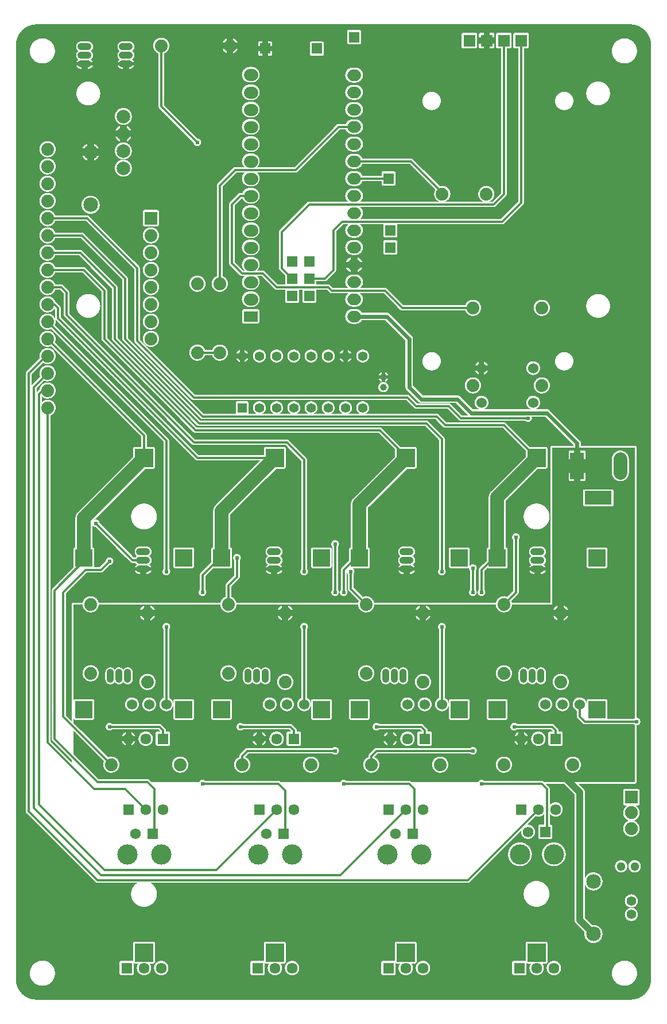
<source format=gtl>
G04 Layer: TopLayer*
G04 EasyEDA v5.9.42, Thu, 04 Apr 2019 19:27:21 GMT*
G04 a42c463e7e4844508e23aeb05d994216*
G04 Gerber Generator version 0.2*
G04 Scale: 100 percent, Rotated: No, Reflected: No *
G04 Dimensions in millimeters *
G04 leading zeros omitted , absolute positions ,3 integer and 3 decimal *
%FSLAX33Y33*%
%MOMM*%
G90*
G71D02*

%ADD11C,1.999996*%
%ADD12C,0.299999*%
%ADD13C,0.599999*%
%ADD14C,0.999998*%
%ADD15C,0.619760*%
%ADD16C,1.524000*%
%ADD17R,2.700020X2.700020*%
%ADD18R,1.397000X1.397000*%
%ADD19C,1.397000*%
%ADD20C,1.879600*%
%ADD21R,1.574800X1.574800*%
%ADD22R,2.540000X2.540000*%
%ADD23R,1.999996X3.999992*%
%ADD24R,3.999992X1.999996*%
%ADD25R,1.879600X1.879600*%
%ADD26R,1.612900X1.612900*%
%ADD27C,1.612900*%
%ADD28C,2.999994*%
%ADD29C,1.574800*%
%ADD30R,1.999996X1.599997*%
%ADD31R,1.799996X1.799996*%
%ADD32R,1.905000X1.905000*%
%ADD33C,1.905000*%
%ADD34C,1.299997*%
%ADD35C,1.422400*%
%ADD36C,2.159000*%
%ADD37C,1.778000*%
%ADD38C,1.699997*%

%LPD*%
G36*
G01X14884Y33585D02*
G01X11418Y33585D01*
G01X12359Y32644D01*
G01X14884Y32644D01*
G01X14884Y33585D01*
G37*

%LPD*%
G36*
G01X13143Y35288D02*
G01X8636Y39796D01*
G01X8636Y36368D01*
G01X11418Y33585D01*
G01X14224Y33585D01*
G01X14203Y33586D01*
G01X14182Y33586D01*
G01X14140Y33588D01*
G01X14098Y33592D01*
G01X14078Y33594D01*
G01X14036Y33600D01*
G01X14016Y33604D01*
G01X13995Y33607D01*
G01X13975Y33612D01*
G01X13954Y33616D01*
G01X13914Y33626D01*
G01X13854Y33644D01*
G01X13814Y33658D01*
G01X13795Y33665D01*
G01X13775Y33673D01*
G01X13737Y33689D01*
G01X13680Y33716D01*
G01X13644Y33736D01*
G01X13625Y33746D01*
G01X13607Y33757D01*
G01X13590Y33768D01*
G01X13572Y33779D01*
G01X13555Y33790D01*
G01X13537Y33802D01*
G01X13520Y33814D01*
G01X13504Y33827D01*
G01X13487Y33839D01*
G01X13471Y33852D01*
G01X13455Y33866D01*
G01X13439Y33879D01*
G01X13423Y33893D01*
G01X13408Y33907D01*
G01X13393Y33922D01*
G01X13378Y33936D01*
G01X13363Y33951D01*
G01X13349Y33966D01*
G01X13321Y33998D01*
G01X13307Y34013D01*
G01X13294Y34030D01*
G01X13281Y34046D01*
G01X13269Y34063D01*
G01X13256Y34079D01*
G01X13244Y34096D01*
G01X13232Y34114D01*
G01X13221Y34131D01*
G01X13210Y34149D01*
G01X13199Y34166D01*
G01X13188Y34184D01*
G01X13178Y34203D01*
G01X13168Y34221D01*
G01X13158Y34240D01*
G01X13149Y34258D01*
G01X13131Y34296D01*
G01X13123Y34315D01*
G01X13115Y34335D01*
G01X13108Y34354D01*
G01X13100Y34374D01*
G01X13093Y34393D01*
G01X13069Y34473D01*
G01X13064Y34493D01*
G01X13059Y34514D01*
G01X13055Y34534D01*
G01X13051Y34555D01*
G01X13047Y34575D01*
G01X13043Y34596D01*
G01X13040Y34616D01*
G01X13038Y34637D01*
G01X13035Y34658D01*
G01X13033Y34679D01*
G01X13032Y34700D01*
G01X13031Y34720D01*
G01X13029Y34762D01*
G01X13029Y34804D01*
G01X13031Y34846D01*
G01X13032Y34866D01*
G01X13036Y34908D01*
G01X13039Y34929D01*
G01X13041Y34949D01*
G01X13044Y34970D01*
G01X13048Y34991D01*
G01X13052Y35011D01*
G01X13056Y35032D01*
G01X13066Y35072D01*
G01X13071Y35093D01*
G01X13089Y35153D01*
G01X13096Y35172D01*
G01X13110Y35212D01*
G01X13134Y35269D01*
G01X13143Y35288D01*
G37*

%LPD*%
G36*
G01X14884Y33585D02*
G01X14884Y33785D01*
G01X14866Y33773D01*
G01X14812Y33740D01*
G01X14755Y33710D01*
G01X14717Y33692D01*
G01X14698Y33684D01*
G01X14678Y33675D01*
G01X14659Y33667D01*
G01X14579Y33639D01*
G01X14558Y33633D01*
G01X14538Y33628D01*
G01X14517Y33622D01*
G01X14497Y33617D01*
G01X14476Y33612D01*
G01X14434Y33604D01*
G01X14414Y33601D01*
G01X14393Y33597D01*
G01X14372Y33595D01*
G01X14350Y33592D01*
G01X14308Y33588D01*
G01X14266Y33586D01*
G01X14245Y33586D01*
G01X14224Y33585D01*
G01X14884Y33585D01*
G37*

%LPD*%
G36*
G01X23723Y33785D02*
G01X14884Y33785D01*
G01X14884Y33585D01*
G01X24383Y33585D01*
G01X24362Y33586D01*
G01X24341Y33586D01*
G01X24299Y33588D01*
G01X24257Y33592D01*
G01X24235Y33595D01*
G01X24214Y33597D01*
G01X24193Y33601D01*
G01X24173Y33604D01*
G01X24131Y33612D01*
G01X24110Y33617D01*
G01X24090Y33622D01*
G01X24069Y33628D01*
G01X24049Y33633D01*
G01X24028Y33639D01*
G01X23948Y33667D01*
G01X23929Y33675D01*
G01X23909Y33684D01*
G01X23890Y33692D01*
G01X23852Y33710D01*
G01X23795Y33740D01*
G01X23741Y33773D01*
G01X23723Y33785D01*
G37*

%LPD*%
G36*
G01X29616Y33585D02*
G01X14884Y33585D01*
G01X14884Y32644D01*
G01X29616Y32644D01*
G01X29616Y33585D01*
G37*

%LPD*%
G36*
G01X23723Y35775D02*
G01X14884Y35775D01*
G01X14935Y35739D01*
G01X14969Y35713D01*
G01X14985Y35700D01*
G01X15017Y35672D01*
G01X15032Y35658D01*
G01X15048Y35644D01*
G01X15078Y35614D01*
G01X15092Y35599D01*
G01X15107Y35584D01*
G01X15121Y35568D01*
G01X15134Y35552D01*
G01X15148Y35536D01*
G01X15161Y35520D01*
G01X15174Y35503D01*
G01X15186Y35486D01*
G01X15199Y35469D01*
G01X15211Y35452D01*
G01X15222Y35435D01*
G01X15234Y35417D01*
G01X15245Y35399D01*
G01X15255Y35381D01*
G01X15266Y35363D01*
G01X15276Y35344D01*
G01X15286Y35326D01*
G01X15313Y35269D01*
G01X15321Y35250D01*
G01X15330Y35230D01*
G01X15337Y35211D01*
G01X15345Y35191D01*
G01X15352Y35171D01*
G01X15358Y35152D01*
G01X15365Y35132D01*
G01X15371Y35111D01*
G01X15376Y35091D01*
G01X15382Y35071D01*
G01X15387Y35050D01*
G01X15391Y35030D01*
G01X15396Y35009D01*
G01X15399Y34989D01*
G01X15403Y34968D01*
G01X15409Y34926D01*
G01X15411Y34906D01*
G01X15415Y34864D01*
G01X15418Y34801D01*
G01X15418Y34759D01*
G01X15415Y34696D01*
G01X15409Y34633D01*
G01X15403Y34591D01*
G01X15399Y34571D01*
G01X15396Y34550D01*
G01X15391Y34530D01*
G01X15387Y34509D01*
G01X15382Y34489D01*
G01X15376Y34468D01*
G01X15371Y34448D01*
G01X15365Y34428D01*
G01X15358Y34408D01*
G01X15352Y34388D01*
G01X15345Y34368D01*
G01X15337Y34349D01*
G01X15330Y34329D01*
G01X15321Y34310D01*
G01X15313Y34290D01*
G01X15295Y34252D01*
G01X15286Y34234D01*
G01X15276Y34215D01*
G01X15266Y34197D01*
G01X15255Y34178D01*
G01X15245Y34160D01*
G01X15234Y34142D01*
G01X15222Y34125D01*
G01X15211Y34107D01*
G01X15199Y34090D01*
G01X15186Y34073D01*
G01X15174Y34056D01*
G01X15161Y34040D01*
G01X15148Y34023D01*
G01X15134Y34007D01*
G01X15121Y33991D01*
G01X15107Y33976D01*
G01X15092Y33960D01*
G01X15078Y33945D01*
G01X15063Y33930D01*
G01X15048Y33916D01*
G01X15032Y33901D01*
G01X15017Y33887D01*
G01X15001Y33873D01*
G01X14985Y33860D01*
G01X14969Y33846D01*
G01X14952Y33833D01*
G01X14935Y33821D01*
G01X14918Y33808D01*
G01X14901Y33796D01*
G01X14884Y33785D01*
G01X23723Y33785D01*
G01X23706Y33796D01*
G01X23689Y33808D01*
G01X23672Y33821D01*
G01X23655Y33833D01*
G01X23638Y33846D01*
G01X23622Y33860D01*
G01X23606Y33873D01*
G01X23590Y33887D01*
G01X23575Y33901D01*
G01X23559Y33916D01*
G01X23544Y33930D01*
G01X23529Y33945D01*
G01X23515Y33960D01*
G01X23500Y33976D01*
G01X23486Y33991D01*
G01X23473Y34007D01*
G01X23459Y34023D01*
G01X23446Y34040D01*
G01X23433Y34056D01*
G01X23421Y34073D01*
G01X23408Y34090D01*
G01X23396Y34107D01*
G01X23385Y34125D01*
G01X23373Y34142D01*
G01X23362Y34160D01*
G01X23352Y34178D01*
G01X23341Y34197D01*
G01X23331Y34215D01*
G01X23321Y34234D01*
G01X23312Y34252D01*
G01X23294Y34290D01*
G01X23286Y34310D01*
G01X23277Y34329D01*
G01X23270Y34349D01*
G01X23262Y34368D01*
G01X23255Y34388D01*
G01X23249Y34408D01*
G01X23242Y34428D01*
G01X23236Y34448D01*
G01X23231Y34468D01*
G01X23225Y34489D01*
G01X23220Y34509D01*
G01X23216Y34530D01*
G01X23211Y34550D01*
G01X23208Y34571D01*
G01X23204Y34591D01*
G01X23198Y34633D01*
G01X23192Y34696D01*
G01X23189Y34759D01*
G01X23189Y34801D01*
G01X23192Y34864D01*
G01X23196Y34906D01*
G01X23198Y34926D01*
G01X23204Y34968D01*
G01X23208Y34989D01*
G01X23211Y35009D01*
G01X23216Y35030D01*
G01X23220Y35050D01*
G01X23225Y35071D01*
G01X23231Y35091D01*
G01X23236Y35111D01*
G01X23242Y35132D01*
G01X23249Y35152D01*
G01X23255Y35171D01*
G01X23262Y35191D01*
G01X23270Y35211D01*
G01X23277Y35230D01*
G01X23286Y35250D01*
G01X23294Y35269D01*
G01X23321Y35326D01*
G01X23331Y35344D01*
G01X23341Y35363D01*
G01X23352Y35381D01*
G01X23362Y35399D01*
G01X23373Y35417D01*
G01X23385Y35435D01*
G01X23396Y35452D01*
G01X23408Y35469D01*
G01X23421Y35486D01*
G01X23433Y35503D01*
G01X23446Y35520D01*
G01X23459Y35536D01*
G01X23473Y35552D01*
G01X23486Y35568D01*
G01X23500Y35584D01*
G01X23515Y35599D01*
G01X23529Y35614D01*
G01X23559Y35644D01*
G01X23575Y35658D01*
G01X23590Y35672D01*
G01X23622Y35700D01*
G01X23638Y35713D01*
G01X23672Y35739D01*
G01X23723Y35775D01*
G37*

%LPD*%
G36*
G01X29616Y35974D02*
G01X24404Y35974D01*
G01X24467Y35971D01*
G01X24488Y35969D01*
G01X24508Y35967D01*
G01X24529Y35965D01*
G01X24550Y35962D01*
G01X24570Y35959D01*
G01X24591Y35956D01*
G01X24611Y35952D01*
G01X24632Y35948D01*
G01X24652Y35943D01*
G01X24672Y35939D01*
G01X24693Y35933D01*
G01X24713Y35928D01*
G01X24753Y35916D01*
G01X24772Y35909D01*
G01X24812Y35895D01*
G01X24869Y35871D01*
G01X24926Y35844D01*
G01X24944Y35834D01*
G01X24963Y35824D01*
G01X24981Y35814D01*
G01X24999Y35803D01*
G01X25016Y35793D01*
G01X25034Y35781D01*
G01X25051Y35770D01*
G01X25069Y35758D01*
G01X25085Y35746D01*
G01X25102Y35734D01*
G01X25119Y35721D01*
G01X25151Y35695D01*
G01X25183Y35667D01*
G01X25213Y35639D01*
G01X25243Y35609D01*
G01X25271Y35579D01*
G01X25285Y35563D01*
G01X25298Y35547D01*
G01X25312Y35531D01*
G01X25325Y35515D01*
G01X25337Y35498D01*
G01X25350Y35482D01*
G01X25374Y35448D01*
G01X25385Y35430D01*
G01X25396Y35413D01*
G01X25418Y35377D01*
G01X25428Y35359D01*
G01X25438Y35340D01*
G01X25448Y35322D01*
G01X25475Y35265D01*
G01X25491Y35227D01*
G01X25498Y35208D01*
G01X25506Y35188D01*
G01X25513Y35169D01*
G01X25519Y35149D01*
G01X25526Y35129D01*
G01X25532Y35109D01*
G01X25542Y35069D01*
G01X25547Y35048D01*
G01X25552Y35028D01*
G01X25556Y35008D01*
G01X25560Y34987D01*
G01X25563Y34967D01*
G01X25569Y34925D01*
G01X25571Y34905D01*
G01X25575Y34863D01*
G01X25577Y34821D01*
G01X25578Y34801D01*
G01X25578Y34759D01*
G01X25575Y34696D01*
G01X25573Y34676D01*
G01X25569Y34634D01*
G01X25566Y34614D01*
G01X25560Y34572D01*
G01X25556Y34552D01*
G01X25552Y34531D01*
G01X25532Y34451D01*
G01X25526Y34431D01*
G01X25519Y34411D01*
G01X25513Y34391D01*
G01X25506Y34371D01*
G01X25498Y34352D01*
G01X25491Y34332D01*
G01X25475Y34294D01*
G01X25457Y34256D01*
G01X25448Y34238D01*
G01X25438Y34219D01*
G01X25418Y34183D01*
G01X25385Y34129D01*
G01X25374Y34112D01*
G01X25350Y34078D01*
G01X25337Y34061D01*
G01X25325Y34044D01*
G01X25312Y34028D01*
G01X25298Y34012D01*
G01X25285Y33996D01*
G01X25271Y33981D01*
G01X25257Y33965D01*
G01X25243Y33950D01*
G01X25228Y33935D01*
G01X25213Y33921D01*
G01X25198Y33906D01*
G01X25183Y33892D01*
G01X25167Y33878D01*
G01X25119Y33839D01*
G01X25102Y33826D01*
G01X25085Y33814D01*
G01X25069Y33801D01*
G01X25051Y33790D01*
G01X25034Y33778D01*
G01X25016Y33767D01*
G01X24999Y33756D01*
G01X24981Y33745D01*
G01X24963Y33735D01*
G01X24944Y33725D01*
G01X24926Y33716D01*
G01X24907Y33706D01*
G01X24888Y33697D01*
G01X24869Y33689D01*
G01X24850Y33680D01*
G01X24831Y33672D01*
G01X24812Y33665D01*
G01X24792Y33657D01*
G01X24772Y33650D01*
G01X24753Y33644D01*
G01X24693Y33626D01*
G01X24672Y33621D01*
G01X24652Y33616D01*
G01X24632Y33612D01*
G01X24611Y33607D01*
G01X24591Y33604D01*
G01X24570Y33600D01*
G01X24550Y33597D01*
G01X24529Y33594D01*
G01X24508Y33592D01*
G01X24488Y33590D01*
G01X24467Y33588D01*
G01X24425Y33586D01*
G01X24404Y33586D01*
G01X24384Y33585D01*
G01X29616Y33585D01*
G01X29616Y35974D01*
G37*

%LPD*%
G36*
G01X29616Y32644D02*
G01X19579Y32644D01*
G01X19586Y32643D01*
G01X19594Y32643D01*
G01X19629Y32638D01*
G01X19636Y32636D01*
G01X19643Y32635D01*
G01X19651Y32633D01*
G01X19658Y32632D01*
G01X19665Y32630D01*
G01X19671Y32628D01*
G01X19685Y32624D01*
G01X19692Y32621D01*
G01X19699Y32619D01*
G01X19706Y32616D01*
G01X19712Y32613D01*
G01X19719Y32611D01*
G01X19726Y32608D01*
G01X19732Y32605D01*
G01X19739Y32601D01*
G01X19751Y32595D01*
G01X19758Y32591D01*
G01X19764Y32588D01*
G01X19800Y32564D01*
G01X19806Y32559D01*
G01X19811Y32555D01*
G01X19817Y32550D01*
G01X29616Y32550D01*
G01X29616Y32644D01*
G37*

%LPD*%
G36*
G01X33241Y36336D02*
G01X29616Y36336D01*
G01X29616Y33585D01*
G01X33528Y33585D01*
G01X33507Y33586D01*
G01X33486Y33586D01*
G01X33444Y33588D01*
G01X33423Y33590D01*
G01X33403Y33592D01*
G01X33382Y33594D01*
G01X33340Y33600D01*
G01X33320Y33604D01*
G01X33299Y33607D01*
G01X33279Y33612D01*
G01X33259Y33616D01*
G01X33238Y33621D01*
G01X33218Y33626D01*
G01X33158Y33644D01*
G01X33138Y33651D01*
G01X33119Y33658D01*
G01X33099Y33665D01*
G01X33080Y33673D01*
G01X33060Y33681D01*
G01X33041Y33689D01*
G01X33003Y33707D01*
G01X32985Y33716D01*
G01X32966Y33726D01*
G01X32912Y33756D01*
G01X32894Y33767D01*
G01X32876Y33779D01*
G01X32859Y33790D01*
G01X32808Y33826D01*
G01X32791Y33839D01*
G01X32775Y33852D01*
G01X32759Y33866D01*
G01X32743Y33879D01*
G01X32728Y33893D01*
G01X32712Y33907D01*
G01X32697Y33921D01*
G01X32682Y33936D01*
G01X32668Y33951D01*
G01X32653Y33966D01*
G01X32639Y33982D01*
G01X32625Y33997D01*
G01X32599Y34029D01*
G01X32586Y34046D01*
G01X32573Y34062D01*
G01X32560Y34079D01*
G01X32548Y34096D01*
G01X32537Y34113D01*
G01X32525Y34131D01*
G01X32514Y34148D01*
G01X32492Y34184D01*
G01X32472Y34220D01*
G01X32463Y34239D01*
G01X32453Y34258D01*
G01X32444Y34277D01*
G01X32436Y34296D01*
G01X32427Y34315D01*
G01X32419Y34334D01*
G01X32412Y34353D01*
G01X32398Y34393D01*
G01X32391Y34412D01*
G01X32379Y34452D01*
G01X32373Y34473D01*
G01X32363Y34513D01*
G01X32359Y34533D01*
G01X32355Y34554D01*
G01X32351Y34574D01*
G01X32345Y34616D01*
G01X32342Y34636D01*
G01X32336Y34699D01*
G01X32335Y34720D01*
G01X32334Y34740D01*
G01X32333Y34761D01*
G01X32333Y34803D01*
G01X32336Y34866D01*
G01X32338Y34886D01*
G01X32342Y34928D01*
G01X32345Y34948D01*
G01X32348Y34969D01*
G01X32352Y34990D01*
G01X32356Y35010D01*
G01X32360Y35031D01*
G01X32364Y35051D01*
G01X32369Y35071D01*
G01X32375Y35092D01*
G01X32380Y35112D01*
G01X32386Y35132D01*
G01X32393Y35151D01*
G01X32399Y35171D01*
G01X32406Y35191D01*
G01X32414Y35210D01*
G01X32421Y35230D01*
G01X32429Y35249D01*
G01X32438Y35268D01*
G01X32446Y35287D01*
G01X32455Y35306D01*
G01X32465Y35325D01*
G01X32474Y35343D01*
G01X32484Y35361D01*
G01X32495Y35380D01*
G01X32505Y35398D01*
G01X32516Y35415D01*
G01X32528Y35433D01*
G01X32539Y35450D01*
G01X32563Y35484D01*
G01X32576Y35501D01*
G01X32588Y35518D01*
G01X32601Y35534D01*
G01X32615Y35550D01*
G01X32628Y35566D01*
G01X32642Y35581D01*
G01X32656Y35597D01*
G01X32700Y35641D01*
G01X32716Y35656D01*
G01X32731Y35670D01*
G01X32747Y35683D01*
G01X32763Y35697D01*
G01X32795Y35723D01*
G01X32812Y35736D01*
G01X32863Y35772D01*
G01X32880Y35783D01*
G01X32898Y35795D01*
G01X32916Y35805D01*
G01X32934Y35816D01*
G01X32970Y35836D01*
G01X32989Y35846D01*
G01X33008Y35855D01*
G01X33026Y35864D01*
G01X33045Y35872D01*
G01X33065Y35881D01*
G01X33084Y35889D01*
G01X33103Y35896D01*
G01X33123Y35903D01*
G01X33123Y36064D01*
G01X33124Y36071D01*
G01X33124Y36079D01*
G01X33125Y36086D01*
G01X33125Y36093D01*
G01X33128Y36114D01*
G01X33129Y36122D01*
G01X33131Y36129D01*
G01X33132Y36136D01*
G01X33136Y36150D01*
G01X33137Y36157D01*
G01X33141Y36171D01*
G01X33144Y36177D01*
G01X33148Y36191D01*
G01X33154Y36205D01*
G01X33157Y36211D01*
G01X33160Y36218D01*
G01X33163Y36224D01*
G01X33166Y36231D01*
G01X33169Y36237D01*
G01X33172Y36244D01*
G01X33180Y36256D01*
G01X33183Y36262D01*
G01X33199Y36286D01*
G01X33204Y36292D01*
G01X33208Y36298D01*
G01X33213Y36304D01*
G01X33217Y36309D01*
G01X33222Y36315D01*
G01X33227Y36320D01*
G01X33231Y36325D01*
G01X33236Y36331D01*
G01X33241Y36336D01*
G37*

%LPD*%
G36*
G01X44348Y33585D02*
G01X29616Y33585D01*
G01X29616Y32390D01*
G01X44348Y32390D01*
G01X44348Y33585D01*
G37*

%LPD*%
G36*
G01X14884Y35974D02*
G01X14245Y35974D01*
G01X14308Y35971D01*
G01X14350Y35967D01*
G01X14372Y35965D01*
G01X14414Y35959D01*
G01X14434Y35955D01*
G01X14476Y35947D01*
G01X14497Y35942D01*
G01X14517Y35937D01*
G01X14538Y35932D01*
G01X14558Y35926D01*
G01X14579Y35920D01*
G01X14599Y35914D01*
G01X14639Y35900D01*
G01X14659Y35892D01*
G01X14678Y35884D01*
G01X14698Y35876D01*
G01X14755Y35849D01*
G01X14812Y35819D01*
G01X14830Y35809D01*
G01X14848Y35798D01*
G01X14866Y35786D01*
G01X14884Y35775D01*
G01X14884Y35974D01*
G37*

%LPD*%
G36*
G01X24362Y35974D02*
G01X14884Y35974D01*
G01X14884Y35775D01*
G01X23723Y35775D01*
G01X23741Y35786D01*
G01X23759Y35798D01*
G01X23777Y35809D01*
G01X23795Y35819D01*
G01X23852Y35849D01*
G01X23909Y35876D01*
G01X23929Y35884D01*
G01X23948Y35892D01*
G01X23968Y35900D01*
G01X24008Y35914D01*
G01X24028Y35920D01*
G01X24049Y35926D01*
G01X24069Y35932D01*
G01X24090Y35937D01*
G01X24110Y35942D01*
G01X24131Y35947D01*
G01X24173Y35955D01*
G01X24193Y35959D01*
G01X24235Y35965D01*
G01X24257Y35967D01*
G01X24299Y35971D01*
G01X24362Y35974D01*
G37*

%LPD*%
G36*
G01X29616Y37527D02*
G01X14884Y37527D01*
G01X14884Y35974D01*
G01X29616Y35974D01*
G01X29616Y37527D01*
G37*

%LPD*%
G36*
G01X27665Y32550D02*
G01X19817Y32550D01*
G01X19822Y32545D01*
G01X19828Y32541D01*
G01X19838Y32531D01*
G01X19844Y32526D01*
G01X27521Y32526D01*
G01X27531Y32529D01*
G01X27541Y32531D01*
G01X27552Y32534D01*
G01X27562Y32536D01*
G01X27572Y32539D01*
G01X27582Y32541D01*
G01X27592Y32542D01*
G01X27603Y32544D01*
G01X27613Y32545D01*
G01X27623Y32547D01*
G01X27634Y32548D01*
G01X27644Y32549D01*
G01X27654Y32549D01*
G01X27665Y32550D01*
G37*

%LPD*%
G36*
G01X29616Y32550D02*
G01X27705Y32550D01*
G01X27715Y32549D01*
G01X27725Y32549D01*
G01X27755Y32546D01*
G01X27764Y32545D01*
G01X27784Y32541D01*
G01X27794Y32540D01*
G01X27803Y32538D01*
G01X27813Y32536D01*
G01X27823Y32533D01*
G01X27832Y32531D01*
G01X27842Y32528D01*
G01X27851Y32525D01*
G01X27861Y32522D01*
G01X27879Y32516D01*
G01X27889Y32512D01*
G01X27898Y32509D01*
G01X27925Y32497D01*
G01X27934Y32492D01*
G01X27943Y32488D01*
G01X27952Y32483D01*
G01X27960Y32479D01*
G01X27969Y32474D01*
G01X27977Y32469D01*
G01X27986Y32464D01*
G01X27994Y32458D01*
G01X28002Y32453D01*
G01X28011Y32447D01*
G01X28027Y32435D01*
G01X28034Y32429D01*
G01X28050Y32417D01*
G01X28057Y32410D01*
G01X28065Y32404D01*
G01X28079Y32390D01*
G01X29616Y32390D01*
G01X29616Y32550D01*
G37*

%LPD*%
G36*
G01X34268Y37216D02*
G01X29616Y37216D01*
G01X29616Y36336D01*
G01X33241Y36336D01*
G01X34003Y37098D01*
G01X34009Y37103D01*
G01X34019Y37113D01*
G01X34025Y37117D01*
G01X34030Y37122D01*
G01X34036Y37127D01*
G01X34041Y37131D01*
G01X34047Y37136D01*
G01X34083Y37160D01*
G01X34089Y37163D01*
G01X34096Y37167D01*
G01X34108Y37173D01*
G01X34115Y37177D01*
G01X34121Y37180D01*
G01X34128Y37183D01*
G01X34135Y37185D01*
G01X34141Y37188D01*
G01X34148Y37191D01*
G01X34155Y37193D01*
G01X34162Y37196D01*
G01X34176Y37200D01*
G01X34182Y37202D01*
G01X34189Y37204D01*
G01X34196Y37205D01*
G01X34204Y37207D01*
G01X34211Y37208D01*
G01X34218Y37210D01*
G01X34253Y37215D01*
G01X34261Y37215D01*
G01X34268Y37216D01*
G37*

%LPD*%
G36*
G01X43667Y35974D02*
G01X34024Y35974D01*
G01X33948Y35898D01*
G01X33986Y35882D01*
G01X34006Y35874D01*
G01X34025Y35866D01*
G01X34044Y35857D01*
G01X34062Y35848D01*
G01X34081Y35838D01*
G01X34099Y35828D01*
G01X34118Y35818D01*
G01X34136Y35808D01*
G01X34154Y35797D01*
G01X34171Y35786D01*
G01X34189Y35774D01*
G01X34240Y35738D01*
G01X34257Y35725D01*
G01X34273Y35713D01*
G01X34289Y35699D01*
G01X34305Y35686D01*
G01X34337Y35658D01*
G01X34352Y35644D01*
G01X34382Y35614D01*
G01X34424Y35569D01*
G01X34438Y35553D01*
G01X34451Y35537D01*
G01X34464Y35520D01*
G01X34477Y35504D01*
G01X34490Y35487D01*
G01X34526Y35436D01*
G01X34559Y35382D01*
G01X34579Y35346D01*
G01X34589Y35327D01*
G01X34598Y35309D01*
G01X34616Y35271D01*
G01X34624Y35252D01*
G01X34633Y35233D01*
G01X34640Y35213D01*
G01X34648Y35194D01*
G01X34662Y35154D01*
G01X34680Y35094D01*
G01X34690Y35054D01*
G01X34695Y35033D01*
G01X34699Y35013D01*
G01X34703Y34992D01*
G01X34706Y34972D01*
G01X34712Y34930D01*
G01X34715Y34910D01*
G01X34719Y34868D01*
G01X34722Y34805D01*
G01X34722Y34764D01*
G01X34718Y34680D01*
G01X34716Y34659D01*
G01X34713Y34639D01*
G01X34711Y34618D01*
G01X34708Y34597D01*
G01X34704Y34577D01*
G01X34701Y34556D01*
G01X34697Y34535D01*
G01X34687Y34495D01*
G01X34682Y34474D01*
G01X34677Y34454D01*
G01X34665Y34414D01*
G01X34658Y34394D01*
G01X34651Y34375D01*
G01X34644Y34355D01*
G01X34636Y34336D01*
G01X34628Y34316D01*
G01X34620Y34297D01*
G01X34602Y34259D01*
G01X34593Y34241D01*
G01X34584Y34222D01*
G01X34574Y34204D01*
G01X34563Y34185D01*
G01X34553Y34167D01*
G01X34542Y34149D01*
G01X34531Y34132D01*
G01X34519Y34114D01*
G01X34508Y34097D01*
G01X34495Y34080D01*
G01X34483Y34063D01*
G01X34470Y34047D01*
G01X34457Y34030D01*
G01X34431Y33998D01*
G01X34417Y33982D01*
G01X34403Y33967D01*
G01X34388Y33952D01*
G01X34374Y33937D01*
G01X34359Y33922D01*
G01X34344Y33908D01*
G01X34328Y33894D01*
G01X34313Y33880D01*
G01X34297Y33866D01*
G01X34281Y33853D01*
G01X34264Y33840D01*
G01X34248Y33827D01*
G01X34231Y33815D01*
G01X34214Y33802D01*
G01X34197Y33791D01*
G01X34179Y33779D01*
G01X34162Y33768D01*
G01X34126Y33746D01*
G01X34090Y33726D01*
G01X34071Y33716D01*
G01X34014Y33689D01*
G01X33957Y33665D01*
G01X33897Y33644D01*
G01X33878Y33638D01*
G01X33858Y33632D01*
G01X33837Y33626D01*
G01X33797Y33616D01*
G01X33776Y33612D01*
G01X33756Y33607D01*
G01X33735Y33604D01*
G01X33715Y33600D01*
G01X33673Y33594D01*
G01X33653Y33592D01*
G01X33611Y33588D01*
G01X33569Y33586D01*
G01X33548Y33586D01*
G01X33528Y33585D01*
G01X43688Y33585D01*
G01X43667Y33586D01*
G01X43646Y33586D01*
G01X43604Y33588D01*
G01X43583Y33590D01*
G01X43563Y33592D01*
G01X43542Y33594D01*
G01X43521Y33597D01*
G01X43501Y33600D01*
G01X43480Y33604D01*
G01X43460Y33607D01*
G01X43439Y33612D01*
G01X43419Y33616D01*
G01X43399Y33621D01*
G01X43378Y33626D01*
G01X43318Y33644D01*
G01X43299Y33650D01*
G01X43279Y33657D01*
G01X43259Y33665D01*
G01X43240Y33672D01*
G01X43221Y33680D01*
G01X43202Y33689D01*
G01X43183Y33697D01*
G01X43164Y33706D01*
G01X43145Y33716D01*
G01X43127Y33725D01*
G01X43108Y33735D01*
G01X43090Y33745D01*
G01X43072Y33756D01*
G01X43055Y33767D01*
G01X43037Y33778D01*
G01X43020Y33790D01*
G01X43002Y33801D01*
G01X42986Y33814D01*
G01X42969Y33826D01*
G01X42952Y33839D01*
G01X42904Y33878D01*
G01X42888Y33892D01*
G01X42873Y33906D01*
G01X42858Y33921D01*
G01X42843Y33935D01*
G01X42828Y33950D01*
G01X42814Y33965D01*
G01X42800Y33981D01*
G01X42786Y33996D01*
G01X42773Y34012D01*
G01X42759Y34028D01*
G01X42746Y34044D01*
G01X42734Y34061D01*
G01X42721Y34078D01*
G01X42697Y34112D01*
G01X42686Y34129D01*
G01X42653Y34183D01*
G01X42633Y34219D01*
G01X42623Y34238D01*
G01X42614Y34256D01*
G01X42596Y34294D01*
G01X42580Y34332D01*
G01X42573Y34352D01*
G01X42565Y34371D01*
G01X42558Y34391D01*
G01X42552Y34411D01*
G01X42545Y34431D01*
G01X42539Y34451D01*
G01X42519Y34531D01*
G01X42515Y34552D01*
G01X42511Y34572D01*
G01X42505Y34614D01*
G01X42502Y34634D01*
G01X42498Y34676D01*
G01X42496Y34696D01*
G01X42493Y34759D01*
G01X42493Y34801D01*
G01X42494Y34821D01*
G01X42496Y34863D01*
G01X42500Y34905D01*
G01X42502Y34925D01*
G01X42508Y34967D01*
G01X42511Y34987D01*
G01X42515Y35008D01*
G01X42519Y35028D01*
G01X42524Y35048D01*
G01X42529Y35069D01*
G01X42539Y35109D01*
G01X42545Y35129D01*
G01X42552Y35149D01*
G01X42558Y35169D01*
G01X42565Y35188D01*
G01X42573Y35208D01*
G01X42580Y35227D01*
G01X42596Y35265D01*
G01X42623Y35322D01*
G01X42633Y35340D01*
G01X42643Y35359D01*
G01X42653Y35377D01*
G01X42675Y35413D01*
G01X42686Y35430D01*
G01X42697Y35448D01*
G01X42721Y35482D01*
G01X42734Y35498D01*
G01X42746Y35515D01*
G01X42759Y35531D01*
G01X42773Y35547D01*
G01X42786Y35563D01*
G01X42800Y35579D01*
G01X42828Y35609D01*
G01X42858Y35639D01*
G01X42888Y35667D01*
G01X42920Y35695D01*
G01X42952Y35721D01*
G01X42969Y35734D01*
G01X42986Y35746D01*
G01X43002Y35758D01*
G01X43020Y35770D01*
G01X43037Y35781D01*
G01X43055Y35793D01*
G01X43072Y35803D01*
G01X43090Y35814D01*
G01X43108Y35824D01*
G01X43127Y35834D01*
G01X43145Y35844D01*
G01X43202Y35871D01*
G01X43259Y35895D01*
G01X43299Y35909D01*
G01X43318Y35916D01*
G01X43358Y35928D01*
G01X43378Y35933D01*
G01X43399Y35939D01*
G01X43419Y35943D01*
G01X43439Y35948D01*
G01X43460Y35952D01*
G01X43480Y35956D01*
G01X43501Y35959D01*
G01X43521Y35962D01*
G01X43542Y35965D01*
G01X43563Y35967D01*
G01X43583Y35969D01*
G01X43604Y35971D01*
G01X43667Y35974D01*
G37*

%LPD*%
G36*
G01X44348Y32390D02*
G01X38883Y32390D01*
G01X38890Y32389D01*
G01X38898Y32389D01*
G01X38933Y32384D01*
G01X38940Y32382D01*
G01X38947Y32381D01*
G01X38955Y32379D01*
G01X38962Y32378D01*
G01X38969Y32376D01*
G01X38975Y32374D01*
G01X38989Y32370D01*
G01X38996Y32367D01*
G01X39003Y32365D01*
G01X39010Y32362D01*
G01X39016Y32359D01*
G01X39023Y32357D01*
G01X39030Y32354D01*
G01X39036Y32351D01*
G01X39043Y32347D01*
G01X39055Y32341D01*
G01X39062Y32337D01*
G01X39068Y32334D01*
G01X39104Y32310D01*
G01X39110Y32305D01*
G01X39115Y32301D01*
G01X39121Y32296D01*
G01X39126Y32291D01*
G01X39132Y32287D01*
G01X39142Y32277D01*
G01X39148Y32272D01*
G01X39180Y32240D01*
G01X44348Y32240D01*
G01X44348Y32390D01*
G37*

%LPD*%
G36*
G01X44348Y33585D02*
G01X44348Y33785D01*
G01X44330Y33773D01*
G01X44276Y33740D01*
G01X44219Y33710D01*
G01X44181Y33692D01*
G01X44162Y33684D01*
G01X44142Y33675D01*
G01X44123Y33667D01*
G01X44043Y33639D01*
G01X44022Y33633D01*
G01X44002Y33628D01*
G01X43981Y33622D01*
G01X43961Y33617D01*
G01X43940Y33612D01*
G01X43898Y33604D01*
G01X43878Y33601D01*
G01X43857Y33597D01*
G01X43836Y33595D01*
G01X43814Y33592D01*
G01X43772Y33588D01*
G01X43730Y33586D01*
G01X43709Y33586D01*
G01X43688Y33585D01*
G01X44348Y33585D01*
G37*

%LPD*%
G36*
G01X48494Y32550D02*
G01X44348Y32550D01*
G01X44348Y32240D01*
G01X48009Y32240D01*
G01X48014Y32249D01*
G01X48019Y32257D01*
G01X48024Y32266D01*
G01X48029Y32274D01*
G01X48034Y32283D01*
G01X48044Y32299D01*
G01X48050Y32308D01*
G01X48056Y32316D01*
G01X48061Y32324D01*
G01X48067Y32332D01*
G01X48074Y32339D01*
G01X48086Y32355D01*
G01X48093Y32362D01*
G01X48099Y32369D01*
G01X48106Y32376D01*
G01X48113Y32384D01*
G01X48120Y32390D01*
G01X48127Y32397D01*
G01X48135Y32404D01*
G01X48142Y32411D01*
G01X48150Y32417D01*
G01X48157Y32423D01*
G01X48165Y32430D01*
G01X48173Y32436D01*
G01X48181Y32441D01*
G01X48197Y32453D01*
G01X48205Y32458D01*
G01X48213Y32464D01*
G01X48222Y32469D01*
G01X48230Y32474D01*
G01X48248Y32484D01*
G01X48256Y32488D01*
G01X48265Y32493D01*
G01X48301Y32509D01*
G01X48310Y32512D01*
G01X48320Y32516D01*
G01X48338Y32522D01*
G01X48348Y32525D01*
G01X48357Y32528D01*
G01X48367Y32531D01*
G01X48376Y32533D01*
G01X48386Y32536D01*
G01X48396Y32538D01*
G01X48405Y32540D01*
G01X48415Y32541D01*
G01X48435Y32545D01*
G01X48444Y32546D01*
G01X48474Y32549D01*
G01X48484Y32549D01*
G01X48494Y32550D01*
G37*

%LPD*%
G36*
G01X52225Y36247D02*
G01X44348Y36247D01*
G01X44348Y35775D01*
G01X44399Y35739D01*
G01X44433Y35713D01*
G01X44449Y35700D01*
G01X44481Y35672D01*
G01X44496Y35658D01*
G01X44512Y35644D01*
G01X44542Y35614D01*
G01X44556Y35599D01*
G01X44571Y35584D01*
G01X44585Y35568D01*
G01X44598Y35552D01*
G01X44612Y35536D01*
G01X44625Y35520D01*
G01X44638Y35503D01*
G01X44650Y35486D01*
G01X44663Y35469D01*
G01X44675Y35452D01*
G01X44686Y35435D01*
G01X44698Y35417D01*
G01X44709Y35399D01*
G01X44719Y35381D01*
G01X44730Y35363D01*
G01X44740Y35344D01*
G01X44750Y35326D01*
G01X44777Y35269D01*
G01X44785Y35250D01*
G01X44794Y35230D01*
G01X44801Y35211D01*
G01X44809Y35191D01*
G01X44816Y35171D01*
G01X44822Y35152D01*
G01X44829Y35132D01*
G01X44835Y35111D01*
G01X44840Y35091D01*
G01X44846Y35071D01*
G01X44851Y35050D01*
G01X44855Y35030D01*
G01X44860Y35009D01*
G01X44863Y34989D01*
G01X44867Y34968D01*
G01X44873Y34926D01*
G01X44875Y34906D01*
G01X44879Y34864D01*
G01X44882Y34801D01*
G01X44882Y34759D01*
G01X44879Y34696D01*
G01X44873Y34633D01*
G01X44867Y34591D01*
G01X44863Y34571D01*
G01X44860Y34550D01*
G01X44855Y34530D01*
G01X44851Y34509D01*
G01X44846Y34489D01*
G01X44840Y34468D01*
G01X44835Y34448D01*
G01X44829Y34428D01*
G01X44822Y34408D01*
G01X44816Y34388D01*
G01X44809Y34368D01*
G01X44801Y34349D01*
G01X44794Y34329D01*
G01X44785Y34310D01*
G01X44777Y34290D01*
G01X44759Y34252D01*
G01X44750Y34234D01*
G01X44740Y34215D01*
G01X44730Y34197D01*
G01X44719Y34178D01*
G01X44709Y34160D01*
G01X44698Y34142D01*
G01X44686Y34125D01*
G01X44675Y34107D01*
G01X44663Y34090D01*
G01X44650Y34073D01*
G01X44638Y34056D01*
G01X44625Y34040D01*
G01X44612Y34023D01*
G01X44598Y34007D01*
G01X44585Y33991D01*
G01X44571Y33976D01*
G01X44556Y33960D01*
G01X44542Y33945D01*
G01X44527Y33930D01*
G01X44512Y33916D01*
G01X44496Y33901D01*
G01X44481Y33887D01*
G01X44465Y33873D01*
G01X44449Y33860D01*
G01X44433Y33846D01*
G01X44416Y33833D01*
G01X44399Y33821D01*
G01X44382Y33808D01*
G01X44365Y33796D01*
G01X44348Y33785D01*
G01X44348Y33585D01*
G01X52578Y33585D01*
G01X52557Y33586D01*
G01X52536Y33586D01*
G01X52494Y33588D01*
G01X52473Y33590D01*
G01X52453Y33592D01*
G01X52432Y33594D01*
G01X52390Y33600D01*
G01X52370Y33604D01*
G01X52349Y33607D01*
G01X52329Y33612D01*
G01X52309Y33616D01*
G01X52288Y33621D01*
G01X52268Y33626D01*
G01X52208Y33644D01*
G01X52188Y33651D01*
G01X52169Y33658D01*
G01X52149Y33665D01*
G01X52130Y33673D01*
G01X52110Y33681D01*
G01X52091Y33689D01*
G01X52053Y33707D01*
G01X52035Y33716D01*
G01X52016Y33726D01*
G01X51962Y33756D01*
G01X51944Y33767D01*
G01X51926Y33779D01*
G01X51909Y33790D01*
G01X51858Y33826D01*
G01X51841Y33839D01*
G01X51825Y33852D01*
G01X51809Y33866D01*
G01X51793Y33879D01*
G01X51778Y33893D01*
G01X51762Y33907D01*
G01X51747Y33921D01*
G01X51732Y33936D01*
G01X51718Y33951D01*
G01X51703Y33966D01*
G01X51689Y33982D01*
G01X51675Y33997D01*
G01X51649Y34029D01*
G01X51636Y34046D01*
G01X51623Y34062D01*
G01X51610Y34079D01*
G01X51598Y34096D01*
G01X51587Y34113D01*
G01X51575Y34131D01*
G01X51564Y34148D01*
G01X51542Y34184D01*
G01X51522Y34220D01*
G01X51513Y34239D01*
G01X51503Y34258D01*
G01X51494Y34277D01*
G01X51486Y34296D01*
G01X51477Y34315D01*
G01X51469Y34334D01*
G01X51462Y34353D01*
G01X51448Y34393D01*
G01X51441Y34412D01*
G01X51429Y34452D01*
G01X51423Y34473D01*
G01X51413Y34513D01*
G01X51409Y34533D01*
G01X51405Y34554D01*
G01X51401Y34574D01*
G01X51395Y34616D01*
G01X51392Y34636D01*
G01X51386Y34699D01*
G01X51385Y34720D01*
G01X51384Y34740D01*
G01X51383Y34761D01*
G01X51383Y34803D01*
G01X51386Y34866D01*
G01X51388Y34886D01*
G01X51392Y34928D01*
G01X51395Y34948D01*
G01X51398Y34969D01*
G01X51402Y34990D01*
G01X51406Y35010D01*
G01X51410Y35031D01*
G01X51414Y35051D01*
G01X51419Y35071D01*
G01X51425Y35092D01*
G01X51430Y35112D01*
G01X51436Y35132D01*
G01X51443Y35151D01*
G01X51449Y35171D01*
G01X51456Y35191D01*
G01X51464Y35210D01*
G01X51471Y35230D01*
G01X51479Y35249D01*
G01X51488Y35268D01*
G01X51496Y35287D01*
G01X51505Y35306D01*
G01X51515Y35325D01*
G01X51524Y35343D01*
G01X51534Y35361D01*
G01X51545Y35380D01*
G01X51555Y35398D01*
G01X51566Y35415D01*
G01X51578Y35433D01*
G01X51589Y35450D01*
G01X51613Y35484D01*
G01X51626Y35501D01*
G01X51638Y35518D01*
G01X51651Y35534D01*
G01X51665Y35550D01*
G01X51678Y35566D01*
G01X51692Y35581D01*
G01X51706Y35597D01*
G01X51750Y35641D01*
G01X51766Y35656D01*
G01X51781Y35670D01*
G01X51797Y35683D01*
G01X51813Y35697D01*
G01X51845Y35723D01*
G01X51862Y35736D01*
G01X51913Y35772D01*
G01X51930Y35783D01*
G01X51948Y35795D01*
G01X51966Y35805D01*
G01X51984Y35816D01*
G01X52020Y35836D01*
G01X52039Y35846D01*
G01X52058Y35855D01*
G01X52076Y35864D01*
G01X52095Y35872D01*
G01X52115Y35881D01*
G01X52134Y35889D01*
G01X52153Y35896D01*
G01X52173Y35903D01*
G01X52173Y36064D01*
G01X52174Y36071D01*
G01X52174Y36078D01*
G01X52175Y36085D01*
G01X52175Y36092D01*
G01X52177Y36106D01*
G01X52178Y36114D01*
G01X52179Y36121D01*
G01X52181Y36128D01*
G01X52182Y36135D01*
G01X52184Y36141D01*
G01X52185Y36148D01*
G01X52193Y36176D01*
G01X52195Y36182D01*
G01X52198Y36189D01*
G01X52200Y36196D01*
G01X52203Y36202D01*
G01X52209Y36216D01*
G01X52215Y36228D01*
G01X52218Y36235D01*
G01X52221Y36241D01*
G01X52225Y36247D01*
G37*

%LPD*%
G36*
G01X59080Y33585D02*
G01X44348Y33585D01*
G01X44348Y32550D01*
G01X59080Y32550D01*
G01X59080Y33585D01*
G37*

%LPD*%
G36*
G01X14884Y39803D02*
G01X9772Y39803D01*
G01X13601Y35974D01*
G01X14884Y35974D01*
G01X14884Y39803D01*
G37*

%LPD*%
G36*
G01X14202Y35974D02*
G01X13601Y35974D01*
G01X13715Y35860D01*
G01X13753Y35878D01*
G01X13773Y35886D01*
G01X13792Y35893D01*
G01X13812Y35901D01*
G01X13852Y35915D01*
G01X13912Y35933D01*
G01X13932Y35938D01*
G01X13953Y35943D01*
G01X13973Y35948D01*
G01X13994Y35952D01*
G01X14014Y35956D01*
G01X14077Y35965D01*
G01X14140Y35971D01*
G01X14160Y35972D01*
G01X14202Y35974D01*
G37*

%LPD*%
G36*
G01X21013Y37529D02*
G01X14884Y37529D01*
G01X14884Y37527D01*
G01X21038Y37527D01*
G01X21033Y37528D01*
G01X21018Y37528D01*
G01X21013Y37529D01*
G37*

%LPD*%
G36*
G01X29616Y39395D02*
G01X22906Y39395D01*
G01X22906Y37773D01*
G01X22905Y37769D01*
G01X22905Y37760D01*
G01X22904Y37755D01*
G01X22904Y37751D01*
G01X22903Y37746D01*
G01X22903Y37742D01*
G01X22902Y37737D01*
G01X22901Y37733D01*
G01X22900Y37728D01*
G01X22898Y37720D01*
G01X22897Y37715D01*
G01X22896Y37711D01*
G01X22894Y37707D01*
G01X22893Y37702D01*
G01X22892Y37698D01*
G01X22888Y37690D01*
G01X22887Y37686D01*
G01X22885Y37682D01*
G01X22883Y37677D01*
G01X22871Y37653D01*
G01X22869Y37650D01*
G01X22866Y37646D01*
G01X22864Y37642D01*
G01X22861Y37638D01*
G01X22859Y37635D01*
G01X22853Y37627D01*
G01X22851Y37624D01*
G01X22848Y37620D01*
G01X22845Y37617D01*
G01X22842Y37613D01*
G01X22833Y37604D01*
G01X22830Y37600D01*
G01X22826Y37597D01*
G01X22820Y37591D01*
G01X22816Y37588D01*
G01X22813Y37585D01*
G01X22809Y37583D01*
G01X22806Y37580D01*
G01X22802Y37577D01*
G01X22799Y37575D01*
G01X22791Y37569D01*
G01X22787Y37567D01*
G01X22784Y37565D01*
G01X22780Y37562D01*
G01X22748Y37546D01*
G01X22743Y37545D01*
G01X22739Y37543D01*
G01X22735Y37542D01*
G01X22731Y37540D01*
G01X22726Y37539D01*
G01X22722Y37538D01*
G01X22718Y37536D01*
G01X22713Y37535D01*
G01X22705Y37533D01*
G01X22700Y37532D01*
G01X22696Y37531D01*
G01X22691Y37531D01*
G01X22683Y37529D01*
G01X22678Y37529D01*
G01X22674Y37528D01*
G01X22656Y37528D01*
G01X22651Y37527D01*
G01X29616Y37527D01*
G01X29616Y39395D01*
G37*

%LPD*%
G36*
G01X40317Y37529D02*
G01X29616Y37529D01*
G01X29616Y37527D01*
G01X40342Y37527D01*
G01X40337Y37528D01*
G01X40322Y37528D01*
G01X40317Y37529D01*
G37*

%LPD*%
G36*
G01X44348Y37527D02*
G01X29616Y37527D01*
G01X29616Y37216D01*
G01X44348Y37216D01*
G01X44348Y37527D01*
G37*

%LPD*%
G36*
G01X27521Y32526D02*
G01X19844Y32526D01*
G01X20130Y32240D01*
G01X27181Y32240D01*
G01X27186Y32249D01*
G01X27191Y32257D01*
G01X27201Y32275D01*
G01X27211Y32291D01*
G01X27217Y32300D01*
G01X27222Y32308D01*
G01X27246Y32340D01*
G01X27252Y32347D01*
G01X27259Y32355D01*
G01X27265Y32362D01*
G01X27272Y32370D01*
G01X27307Y32405D01*
G01X27315Y32411D01*
G01X27322Y32418D01*
G01X27338Y32430D01*
G01X27345Y32436D01*
G01X27361Y32448D01*
G01X27370Y32453D01*
G01X27378Y32459D01*
G01X27386Y32464D01*
G01X27395Y32469D01*
G01X27403Y32475D01*
G01X27412Y32479D01*
G01X27430Y32489D01*
G01X27438Y32493D01*
G01X27447Y32497D01*
G01X27456Y32502D01*
G01X27466Y32505D01*
G01X27484Y32513D01*
G01X27493Y32516D01*
G01X27503Y32520D01*
G01X27521Y32526D01*
G37*

%LPD*%
G36*
G01X44348Y36407D02*
G01X34457Y36407D01*
G01X34024Y35974D01*
G01X44348Y35974D01*
G01X44348Y36407D01*
G37*

%LPD*%
G36*
G01X44348Y35974D02*
G01X43709Y35974D01*
G01X43772Y35971D01*
G01X43814Y35967D01*
G01X43836Y35965D01*
G01X43878Y35959D01*
G01X43898Y35955D01*
G01X43940Y35947D01*
G01X43961Y35942D01*
G01X43981Y35937D01*
G01X44002Y35932D01*
G01X44022Y35926D01*
G01X44043Y35920D01*
G01X44063Y35914D01*
G01X44103Y35900D01*
G01X44123Y35892D01*
G01X44142Y35884D01*
G01X44162Y35876D01*
G01X44219Y35849D01*
G01X44276Y35819D01*
G01X44294Y35809D01*
G01X44312Y35798D01*
G01X44330Y35786D01*
G01X44348Y35775D01*
G01X44348Y35974D01*
G37*

%LPD*%
G36*
G01X59080Y32550D02*
G01X48533Y32550D01*
G01X48543Y32549D01*
G01X48553Y32549D01*
G01X48583Y32546D01*
G01X48592Y32545D01*
G01X48612Y32541D01*
G01X48622Y32540D01*
G01X48631Y32538D01*
G01X48641Y32536D01*
G01X48651Y32533D01*
G01X48660Y32531D01*
G01X48670Y32528D01*
G01X48679Y32525D01*
G01X48689Y32522D01*
G01X48707Y32516D01*
G01X48717Y32512D01*
G01X48726Y32509D01*
G01X48753Y32497D01*
G01X48762Y32492D01*
G01X48771Y32488D01*
G01X48780Y32483D01*
G01X48788Y32479D01*
G01X48797Y32474D01*
G01X48805Y32469D01*
G01X48814Y32464D01*
G01X48822Y32458D01*
G01X48830Y32453D01*
G01X48839Y32447D01*
G01X48855Y32435D01*
G01X48862Y32429D01*
G01X48878Y32417D01*
G01X48885Y32410D01*
G01X48893Y32404D01*
G01X48907Y32390D01*
G01X59080Y32390D01*
G01X59080Y32550D01*
G37*

%LPD*%
G36*
G01X46850Y36407D02*
G01X44348Y36407D01*
G01X44348Y36247D01*
G01X47234Y36247D01*
G01X47224Y36248D01*
G01X47214Y36248D01*
G01X47194Y36250D01*
G01X47184Y36250D01*
G01X47174Y36252D01*
G01X47165Y36253D01*
G01X47155Y36254D01*
G01X47135Y36258D01*
G01X47126Y36260D01*
G01X47106Y36264D01*
G01X47097Y36267D01*
G01X47087Y36269D01*
G01X47078Y36272D01*
G01X47068Y36275D01*
G01X47059Y36278D01*
G01X47050Y36282D01*
G01X47040Y36285D01*
G01X46986Y36309D01*
G01X46977Y36314D01*
G01X46969Y36319D01*
G01X46960Y36324D01*
G01X46952Y36329D01*
G01X46943Y36334D01*
G01X46935Y36339D01*
G01X46927Y36345D01*
G01X46918Y36350D01*
G01X46902Y36362D01*
G01X46895Y36368D01*
G01X46887Y36374D01*
G01X46879Y36381D01*
G01X46872Y36387D01*
G01X46864Y36394D01*
G01X46857Y36400D01*
G01X46850Y36407D01*
G37*

%LPD*%
G36*
G01X52291Y36336D02*
G01X47547Y36336D01*
G01X47538Y36330D01*
G01X47530Y36325D01*
G01X47512Y36315D01*
G01X47503Y36311D01*
G01X47495Y36306D01*
G01X47486Y36302D01*
G01X47476Y36298D01*
G01X47449Y36286D01*
G01X47439Y36282D01*
G01X47421Y36276D01*
G01X47401Y36270D01*
G01X47392Y36267D01*
G01X47382Y36265D01*
G01X47372Y36262D01*
G01X47363Y36260D01*
G01X47343Y36256D01*
G01X47333Y36255D01*
G01X47323Y36253D01*
G01X47283Y36249D01*
G01X47274Y36248D01*
G01X47264Y36248D01*
G01X47254Y36247D01*
G01X52225Y36247D01*
G01X52228Y36254D01*
G01X52236Y36266D01*
G01X52240Y36273D01*
G01X52248Y36285D01*
G01X52253Y36291D01*
G01X52257Y36297D01*
G01X52262Y36303D01*
G01X52266Y36308D01*
G01X52276Y36320D01*
G01X52286Y36330D01*
G01X52291Y36336D01*
G37*

%LPD*%
G36*
G01X59080Y36407D02*
G01X53507Y36407D01*
G01X52998Y35898D01*
G01X53036Y35882D01*
G01X53056Y35874D01*
G01X53075Y35866D01*
G01X53094Y35857D01*
G01X53112Y35848D01*
G01X53131Y35838D01*
G01X53149Y35828D01*
G01X53168Y35818D01*
G01X53186Y35808D01*
G01X53204Y35797D01*
G01X53221Y35786D01*
G01X53239Y35774D01*
G01X53290Y35738D01*
G01X53307Y35725D01*
G01X53323Y35713D01*
G01X53339Y35699D01*
G01X53355Y35686D01*
G01X53387Y35658D01*
G01X53402Y35644D01*
G01X53432Y35614D01*
G01X53474Y35569D01*
G01X53488Y35553D01*
G01X53501Y35537D01*
G01X53514Y35520D01*
G01X53527Y35504D01*
G01X53540Y35487D01*
G01X53576Y35436D01*
G01X53609Y35382D01*
G01X53629Y35346D01*
G01X53639Y35327D01*
G01X53648Y35309D01*
G01X53666Y35271D01*
G01X53674Y35252D01*
G01X53683Y35233D01*
G01X53690Y35213D01*
G01X53698Y35194D01*
G01X53712Y35154D01*
G01X53730Y35094D01*
G01X53740Y35054D01*
G01X53745Y35033D01*
G01X53749Y35013D01*
G01X53753Y34992D01*
G01X53756Y34972D01*
G01X53762Y34930D01*
G01X53765Y34910D01*
G01X53769Y34868D01*
G01X53772Y34805D01*
G01X53772Y34764D01*
G01X53768Y34680D01*
G01X53766Y34659D01*
G01X53763Y34639D01*
G01X53761Y34618D01*
G01X53758Y34597D01*
G01X53754Y34577D01*
G01X53751Y34556D01*
G01X53747Y34535D01*
G01X53737Y34495D01*
G01X53732Y34474D01*
G01X53727Y34454D01*
G01X53715Y34414D01*
G01X53708Y34394D01*
G01X53701Y34375D01*
G01X53694Y34355D01*
G01X53686Y34336D01*
G01X53678Y34316D01*
G01X53670Y34297D01*
G01X53652Y34259D01*
G01X53643Y34241D01*
G01X53634Y34222D01*
G01X53624Y34204D01*
G01X53613Y34185D01*
G01X53603Y34167D01*
G01X53592Y34149D01*
G01X53581Y34132D01*
G01X53569Y34114D01*
G01X53558Y34097D01*
G01X53545Y34080D01*
G01X53533Y34063D01*
G01X53520Y34047D01*
G01X53507Y34030D01*
G01X53481Y33998D01*
G01X53467Y33982D01*
G01X53453Y33967D01*
G01X53438Y33952D01*
G01X53424Y33937D01*
G01X53409Y33922D01*
G01X53394Y33908D01*
G01X53378Y33894D01*
G01X53363Y33880D01*
G01X53347Y33866D01*
G01X53331Y33853D01*
G01X53314Y33840D01*
G01X53298Y33827D01*
G01X53281Y33815D01*
G01X53264Y33802D01*
G01X53247Y33791D01*
G01X53229Y33779D01*
G01X53212Y33768D01*
G01X53176Y33746D01*
G01X53140Y33726D01*
G01X53121Y33716D01*
G01X53064Y33689D01*
G01X53007Y33665D01*
G01X52947Y33644D01*
G01X52928Y33638D01*
G01X52908Y33632D01*
G01X52887Y33626D01*
G01X52847Y33616D01*
G01X52826Y33612D01*
G01X52806Y33607D01*
G01X52785Y33604D01*
G01X52765Y33600D01*
G01X52723Y33594D01*
G01X52703Y33592D01*
G01X52661Y33588D01*
G01X52619Y33586D01*
G01X52598Y33586D01*
G01X52578Y33585D01*
G01X59080Y33585D01*
G01X59080Y36407D01*
G37*

%LPD*%
G36*
G01X62717Y35974D02*
G01X59080Y35974D01*
G01X59080Y33585D01*
G01X62738Y33585D01*
G01X62717Y33586D01*
G01X62696Y33586D01*
G01X62654Y33588D01*
G01X62633Y33590D01*
G01X62613Y33592D01*
G01X62592Y33594D01*
G01X62571Y33597D01*
G01X62551Y33600D01*
G01X62530Y33604D01*
G01X62510Y33607D01*
G01X62489Y33612D01*
G01X62469Y33616D01*
G01X62449Y33621D01*
G01X62428Y33626D01*
G01X62368Y33644D01*
G01X62349Y33650D01*
G01X62329Y33657D01*
G01X62309Y33665D01*
G01X62290Y33672D01*
G01X62271Y33680D01*
G01X62252Y33689D01*
G01X62233Y33697D01*
G01X62214Y33706D01*
G01X62195Y33716D01*
G01X62177Y33725D01*
G01X62158Y33735D01*
G01X62140Y33745D01*
G01X62122Y33756D01*
G01X62105Y33767D01*
G01X62087Y33778D01*
G01X62070Y33790D01*
G01X62052Y33801D01*
G01X62036Y33814D01*
G01X62019Y33826D01*
G01X62002Y33839D01*
G01X61954Y33878D01*
G01X61938Y33892D01*
G01X61923Y33906D01*
G01X61908Y33921D01*
G01X61893Y33935D01*
G01X61878Y33950D01*
G01X61864Y33965D01*
G01X61850Y33981D01*
G01X61836Y33996D01*
G01X61823Y34012D01*
G01X61809Y34028D01*
G01X61796Y34044D01*
G01X61784Y34061D01*
G01X61771Y34078D01*
G01X61747Y34112D01*
G01X61736Y34129D01*
G01X61703Y34183D01*
G01X61683Y34219D01*
G01X61673Y34238D01*
G01X61664Y34256D01*
G01X61646Y34294D01*
G01X61630Y34332D01*
G01X61623Y34352D01*
G01X61615Y34371D01*
G01X61608Y34391D01*
G01X61602Y34411D01*
G01X61595Y34431D01*
G01X61589Y34451D01*
G01X61569Y34531D01*
G01X61565Y34552D01*
G01X61561Y34572D01*
G01X61555Y34614D01*
G01X61552Y34634D01*
G01X61548Y34676D01*
G01X61546Y34696D01*
G01X61543Y34759D01*
G01X61543Y34801D01*
G01X61544Y34821D01*
G01X61546Y34863D01*
G01X61550Y34905D01*
G01X61552Y34925D01*
G01X61558Y34967D01*
G01X61561Y34987D01*
G01X61565Y35008D01*
G01X61569Y35028D01*
G01X61574Y35048D01*
G01X61579Y35069D01*
G01X61589Y35109D01*
G01X61595Y35129D01*
G01X61602Y35149D01*
G01X61608Y35169D01*
G01X61615Y35188D01*
G01X61623Y35208D01*
G01X61630Y35227D01*
G01X61646Y35265D01*
G01X61673Y35322D01*
G01X61683Y35340D01*
G01X61693Y35359D01*
G01X61703Y35377D01*
G01X61725Y35413D01*
G01X61736Y35430D01*
G01X61747Y35448D01*
G01X61771Y35482D01*
G01X61784Y35498D01*
G01X61796Y35515D01*
G01X61809Y35531D01*
G01X61823Y35547D01*
G01X61836Y35563D01*
G01X61850Y35579D01*
G01X61878Y35609D01*
G01X61908Y35639D01*
G01X61938Y35667D01*
G01X61970Y35695D01*
G01X62002Y35721D01*
G01X62019Y35734D01*
G01X62036Y35746D01*
G01X62052Y35758D01*
G01X62070Y35770D01*
G01X62087Y35781D01*
G01X62105Y35793D01*
G01X62122Y35803D01*
G01X62140Y35814D01*
G01X62158Y35824D01*
G01X62177Y35834D01*
G01X62195Y35844D01*
G01X62252Y35871D01*
G01X62309Y35895D01*
G01X62349Y35909D01*
G01X62368Y35916D01*
G01X62408Y35928D01*
G01X62428Y35933D01*
G01X62449Y35939D01*
G01X62469Y35943D01*
G01X62489Y35948D01*
G01X62510Y35952D01*
G01X62530Y35956D01*
G01X62551Y35959D01*
G01X62571Y35962D01*
G01X62592Y35965D01*
G01X62613Y35967D01*
G01X62633Y35969D01*
G01X62654Y35971D01*
G01X62717Y35974D01*
G37*

%LPD*%
G36*
G01X68814Y32550D02*
G01X59080Y32550D01*
G01X59080Y32240D01*
G01X68329Y32240D01*
G01X68334Y32249D01*
G01X68339Y32257D01*
G01X68344Y32266D01*
G01X68349Y32274D01*
G01X68354Y32283D01*
G01X68364Y32299D01*
G01X68370Y32308D01*
G01X68376Y32316D01*
G01X68381Y32324D01*
G01X68387Y32332D01*
G01X68394Y32339D01*
G01X68406Y32355D01*
G01X68413Y32362D01*
G01X68419Y32369D01*
G01X68426Y32376D01*
G01X68433Y32384D01*
G01X68440Y32390D01*
G01X68447Y32397D01*
G01X68455Y32404D01*
G01X68462Y32411D01*
G01X68470Y32417D01*
G01X68477Y32423D01*
G01X68485Y32430D01*
G01X68493Y32436D01*
G01X68501Y32441D01*
G01X68517Y32453D01*
G01X68525Y32458D01*
G01X68533Y32464D01*
G01X68542Y32469D01*
G01X68550Y32474D01*
G01X68568Y32484D01*
G01X68576Y32488D01*
G01X68585Y32493D01*
G01X68621Y32509D01*
G01X68630Y32512D01*
G01X68640Y32516D01*
G01X68658Y32522D01*
G01X68668Y32525D01*
G01X68677Y32528D01*
G01X68687Y32531D01*
G01X68696Y32533D01*
G01X68706Y32536D01*
G01X68716Y32538D01*
G01X68725Y32540D01*
G01X68735Y32541D01*
G01X68755Y32545D01*
G01X68764Y32546D01*
G01X68794Y32549D01*
G01X68804Y32549D01*
G01X68814Y32550D01*
G37*

%LPD*%
G36*
G01X73812Y33585D02*
G01X59080Y33585D01*
G01X59080Y32550D01*
G01X73812Y32550D01*
G01X73812Y33585D01*
G37*

%LPD*%
G36*
G01X13950Y40932D02*
G01X8643Y40932D01*
G01X9772Y39803D01*
G01X13960Y39803D01*
G01X13950Y39804D01*
G01X13940Y39804D01*
G01X13930Y39805D01*
G01X13920Y39805D01*
G01X13911Y39806D01*
G01X13901Y39808D01*
G01X13881Y39810D01*
G01X13871Y39812D01*
G01X13862Y39814D01*
G01X13852Y39816D01*
G01X13843Y39818D01*
G01X13833Y39820D01*
G01X13823Y39823D01*
G01X13814Y39825D01*
G01X13804Y39828D01*
G01X13786Y39834D01*
G01X13776Y39837D01*
G01X13767Y39841D01*
G01X13758Y39844D01*
G01X13722Y39860D01*
G01X13713Y39865D01*
G01X13705Y39869D01*
G01X13687Y39879D01*
G01X13679Y39884D01*
G01X13670Y39889D01*
G01X13662Y39894D01*
G01X13654Y39900D01*
G01X13646Y39905D01*
G01X13614Y39929D01*
G01X13607Y39935D01*
G01X13599Y39942D01*
G01X13592Y39948D01*
G01X13585Y39955D01*
G01X13577Y39962D01*
G01X13570Y39969D01*
G01X13564Y39976D01*
G01X13550Y39990D01*
G01X13544Y39997D01*
G01X13537Y40005D01*
G01X13531Y40013D01*
G01X13525Y40020D01*
G01X13507Y40044D01*
G01X13502Y40052D01*
G01X13496Y40060D01*
G01X13491Y40069D01*
G01X13486Y40077D01*
G01X13481Y40086D01*
G01X13476Y40094D01*
G01X13471Y40103D01*
G01X13467Y40111D01*
G01X13462Y40120D01*
G01X13446Y40156D01*
G01X13443Y40165D01*
G01X13439Y40175D01*
G01X13433Y40193D01*
G01X13430Y40203D01*
G01X13427Y40212D01*
G01X13424Y40222D01*
G01X13422Y40231D01*
G01X13420Y40241D01*
G01X13417Y40250D01*
G01X13415Y40260D01*
G01X13414Y40270D01*
G01X13412Y40279D01*
G01X13411Y40289D01*
G01X13409Y40299D01*
G01X13407Y40319D01*
G01X13406Y40328D01*
G01X13406Y40338D01*
G01X13405Y40348D01*
G01X13405Y40387D01*
G01X13406Y40397D01*
G01X13406Y40407D01*
G01X13409Y40437D01*
G01X13411Y40446D01*
G01X13412Y40456D01*
G01X13414Y40466D01*
G01X13415Y40475D01*
G01X13417Y40485D01*
G01X13420Y40495D01*
G01X13422Y40504D01*
G01X13424Y40514D01*
G01X13427Y40523D01*
G01X13430Y40533D01*
G01X13436Y40551D01*
G01X13439Y40561D01*
G01X13443Y40570D01*
G01X13446Y40579D01*
G01X13462Y40615D01*
G01X13467Y40624D01*
G01X13471Y40633D01*
G01X13476Y40641D01*
G01X13481Y40650D01*
G01X13486Y40658D01*
G01X13491Y40667D01*
G01X13496Y40675D01*
G01X13502Y40683D01*
G01X13507Y40691D01*
G01X13537Y40731D01*
G01X13544Y40738D01*
G01X13550Y40745D01*
G01X13557Y40753D01*
G01X13564Y40760D01*
G01X13570Y40767D01*
G01X13577Y40774D01*
G01X13585Y40780D01*
G01X13599Y40794D01*
G01X13607Y40800D01*
G01X13614Y40806D01*
G01X13654Y40836D01*
G01X13670Y40846D01*
G01X13679Y40851D01*
G01X13687Y40856D01*
G01X13705Y40866D01*
G01X13713Y40871D01*
G01X13767Y40895D01*
G01X13776Y40898D01*
G01X13786Y40901D01*
G01X13804Y40907D01*
G01X13814Y40910D01*
G01X13823Y40913D01*
G01X13833Y40915D01*
G01X13843Y40918D01*
G01X13852Y40920D01*
G01X13862Y40922D01*
G01X13871Y40924D01*
G01X13881Y40925D01*
G01X13891Y40927D01*
G01X13911Y40929D01*
G01X13920Y40930D01*
G01X13930Y40931D01*
G01X13940Y40931D01*
G01X13950Y40932D01*
G37*

%LPD*%
G36*
G01X14884Y39963D02*
G01X14363Y39963D01*
G01X14356Y39956D01*
G01X14349Y39950D01*
G01X14341Y39943D01*
G01X14334Y39937D01*
G01X14326Y39930D01*
G01X14318Y39924D01*
G01X14311Y39918D01*
G01X14295Y39906D01*
G01X14286Y39901D01*
G01X14278Y39895D01*
G01X14270Y39890D01*
G01X14261Y39885D01*
G01X14253Y39880D01*
G01X14244Y39875D01*
G01X14236Y39870D01*
G01X14227Y39865D01*
G01X14173Y39841D01*
G01X14163Y39838D01*
G01X14154Y39834D01*
G01X14145Y39831D01*
G01X14135Y39828D01*
G01X14126Y39825D01*
G01X14116Y39823D01*
G01X14107Y39820D01*
G01X14087Y39816D01*
G01X14078Y39814D01*
G01X14058Y39810D01*
G01X14048Y39809D01*
G01X14039Y39808D01*
G01X14029Y39806D01*
G01X14019Y39806D01*
G01X13999Y39804D01*
G01X13989Y39804D01*
G01X13979Y39803D01*
G01X14884Y39803D01*
G01X14884Y39963D01*
G37*

%LPD*%
G36*
G01X15782Y38186D02*
G01X14884Y38186D01*
G01X14884Y37608D01*
G01X16360Y37608D01*
G01X16343Y37616D01*
G01X16326Y37623D01*
G01X16292Y37639D01*
G01X16276Y37648D01*
G01X16259Y37656D01*
G01X16243Y37665D01*
G01X16227Y37675D01*
G01X16211Y37684D01*
G01X16179Y37704D01*
G01X16164Y37715D01*
G01X16148Y37725D01*
G01X16118Y37747D01*
G01X16104Y37759D01*
G01X16089Y37771D01*
G01X16047Y37807D01*
G01X16033Y37820D01*
G01X16007Y37846D01*
G01X15994Y37860D01*
G01X15981Y37873D01*
G01X15969Y37887D01*
G01X15956Y37901D01*
G01X15944Y37915D01*
G01X15933Y37930D01*
G01X15921Y37945D01*
G01X15888Y37990D01*
G01X15878Y38005D01*
G01X15848Y38053D01*
G01X15830Y38085D01*
G01X15821Y38102D01*
G01X15813Y38119D01*
G01X15805Y38135D01*
G01X15789Y38169D01*
G01X15782Y38186D01*
G37*

%LPD*%
G36*
G01X16360Y39571D02*
G01X14884Y39571D01*
G01X14884Y38993D01*
G01X15782Y38993D01*
G01X15789Y39010D01*
G01X15821Y39078D01*
G01X15839Y39110D01*
G01X15848Y39127D01*
G01X15858Y39143D01*
G01X15868Y39158D01*
G01X15878Y39174D01*
G01X15888Y39189D01*
G01X15899Y39205D01*
G01X15921Y39235D01*
G01X15933Y39250D01*
G01X15944Y39264D01*
G01X15956Y39278D01*
G01X15969Y39292D01*
G01X15981Y39306D01*
G01X15994Y39320D01*
G01X16033Y39359D01*
G01X16061Y39385D01*
G01X16089Y39409D01*
G01X16104Y39421D01*
G01X16118Y39432D01*
G01X16148Y39454D01*
G01X16164Y39465D01*
G01X16179Y39475D01*
G01X16227Y39505D01*
G01X16259Y39523D01*
G01X16276Y39532D01*
G01X16292Y39540D01*
G01X16343Y39564D01*
G01X16360Y39571D01*
G37*

%LPD*%
G36*
G01X18322Y38993D02*
G01X14884Y38993D01*
G01X14884Y38186D01*
G01X18322Y38186D01*
G01X18308Y38222D01*
G01X18302Y38239D01*
G01X18290Y38275D01*
G01X18275Y38329D01*
G01X18271Y38347D01*
G01X18266Y38366D01*
G01X18263Y38384D01*
G01X18259Y38403D01*
G01X18256Y38421D01*
G01X18253Y38440D01*
G01X18251Y38458D01*
G01X18245Y38515D01*
G01X18244Y38533D01*
G01X18243Y38552D01*
G01X18243Y38627D01*
G01X18245Y38665D01*
G01X18247Y38684D01*
G01X18249Y38702D01*
G01X18253Y38740D01*
G01X18256Y38758D01*
G01X18259Y38777D01*
G01X18263Y38795D01*
G01X18266Y38814D01*
G01X18271Y38832D01*
G01X18275Y38850D01*
G01X18280Y38868D01*
G01X18285Y38887D01*
G01X18290Y38905D01*
G01X18296Y38922D01*
G01X18308Y38958D01*
G01X18315Y38975D01*
G01X18322Y38993D01*
G37*

%LPD*%
G36*
G01X18900Y37608D02*
G01X14884Y37608D01*
G01X14884Y37529D01*
G01X19266Y37529D01*
G01X19228Y37531D01*
G01X19210Y37533D01*
G01X19172Y37537D01*
G01X19154Y37539D01*
G01X19116Y37545D01*
G01X19080Y37553D01*
G01X19061Y37557D01*
G01X19043Y37561D01*
G01X19007Y37571D01*
G01X18989Y37577D01*
G01X18971Y37582D01*
G01X18953Y37588D01*
G01X18935Y37595D01*
G01X18918Y37601D01*
G01X18900Y37608D01*
G37*

%LPD*%
G36*
G01X19285Y39651D02*
G01X14884Y39651D01*
G01X14884Y39571D01*
G01X18900Y39571D01*
G01X18918Y39578D01*
G01X18935Y39585D01*
G01X18989Y39603D01*
G01X19061Y39623D01*
G01X19080Y39627D01*
G01X19098Y39631D01*
G01X19116Y39634D01*
G01X19154Y39640D01*
G01X19172Y39643D01*
G01X19210Y39647D01*
G01X19228Y39648D01*
G01X19285Y39651D01*
G37*

%LPD*%
G36*
G01X21168Y39963D02*
G01X14884Y39963D01*
G01X14884Y39651D01*
G01X21440Y39651D01*
G01X21440Y39691D01*
G01X21168Y39963D01*
G37*

%LPD*%
G36*
G01X21020Y39649D02*
G01X19355Y39649D01*
G01X19374Y39648D01*
G01X19392Y39647D01*
G01X19411Y39645D01*
G01X19429Y39643D01*
G01X19448Y39641D01*
G01X19484Y39635D01*
G01X19503Y39632D01*
G01X19557Y39620D01*
G01X19575Y39615D01*
G01X19593Y39611D01*
G01X19610Y39605D01*
G01X19628Y39600D01*
G01X19646Y39594D01*
G01X19663Y39588D01*
G01X19681Y39581D01*
G01X19698Y39575D01*
G01X19715Y39568D01*
G01X19732Y39560D01*
G01X19749Y39553D01*
G01X19766Y39545D01*
G01X19782Y39536D01*
G01X19799Y39528D01*
G01X19847Y39501D01*
G01X19879Y39481D01*
G01X19894Y39471D01*
G01X19910Y39461D01*
G01X19940Y39439D01*
G01X19954Y39428D01*
G01X19969Y39416D01*
G01X20025Y39368D01*
G01X20038Y39355D01*
G01X20052Y39342D01*
G01X20065Y39329D01*
G01X20078Y39315D01*
G01X20090Y39302D01*
G01X20102Y39288D01*
G01X20115Y39274D01*
G01X20126Y39259D01*
G01X20138Y39245D01*
G01X20182Y39185D01*
G01X20192Y39170D01*
G01X20212Y39138D01*
G01X20248Y39074D01*
G01X20272Y39023D01*
G01X20300Y38955D01*
G01X20306Y38937D01*
G01X20312Y38920D01*
G01X20317Y38902D01*
G01X20323Y38884D01*
G01X20328Y38866D01*
G01X20332Y38848D01*
G01X20337Y38830D01*
G01X20345Y38794D01*
G01X20351Y38758D01*
G01X20354Y38739D01*
G01X20358Y38703D01*
G01X20360Y38684D01*
G01X20362Y38666D01*
G01X20363Y38647D01*
G01X20364Y38629D01*
G01X20364Y38554D01*
G01X20363Y38536D01*
G01X20362Y38517D01*
G01X20361Y38499D01*
G01X20359Y38481D01*
G01X20357Y38462D01*
G01X20354Y38444D01*
G01X20352Y38425D01*
G01X20349Y38407D01*
G01X20345Y38389D01*
G01X20342Y38371D01*
G01X20338Y38353D01*
G01X20333Y38335D01*
G01X20329Y38317D01*
G01X20319Y38281D01*
G01X20313Y38263D01*
G01X20307Y38246D01*
G01X20301Y38228D01*
G01X20294Y38211D01*
G01X20288Y38194D01*
G01X20281Y38176D01*
G01X20273Y38159D01*
G01X20266Y38143D01*
G01X20258Y38126D01*
G01X20249Y38109D01*
G01X20241Y38093D01*
G01X20232Y38076D01*
G01X20214Y38044D01*
G01X20204Y38029D01*
G01X20184Y37997D01*
G01X20140Y37937D01*
G01X20129Y37923D01*
G01X20117Y37909D01*
G01X20105Y37894D01*
G01X20093Y37881D01*
G01X20067Y37853D01*
G01X20028Y37814D01*
G01X19972Y37766D01*
G01X19957Y37754D01*
G01X19943Y37743D01*
G01X19913Y37721D01*
G01X19897Y37711D01*
G01X19882Y37700D01*
G01X19866Y37690D01*
G01X19850Y37681D01*
G01X19835Y37671D01*
G01X19818Y37662D01*
G01X19802Y37653D01*
G01X19786Y37645D01*
G01X19769Y37636D01*
G01X19752Y37628D01*
G01X19735Y37621D01*
G01X19718Y37613D01*
G01X19684Y37599D01*
G01X19667Y37593D01*
G01X19649Y37587D01*
G01X19632Y37581D01*
G01X19614Y37575D01*
G01X19560Y37560D01*
G01X19506Y37548D01*
G01X19470Y37542D01*
G01X19451Y37539D01*
G01X19415Y37535D01*
G01X19396Y37533D01*
G01X19378Y37531D01*
G01X19359Y37530D01*
G01X19341Y37529D01*
G01X21008Y37529D01*
G01X21004Y37530D01*
G01X21000Y37530D01*
G01X20995Y37531D01*
G01X20987Y37533D01*
G01X20982Y37534D01*
G01X20978Y37535D01*
G01X20973Y37536D01*
G01X20965Y37538D01*
G01X20961Y37540D01*
G01X20956Y37541D01*
G01X20952Y37542D01*
G01X20944Y37546D01*
G01X20940Y37547D01*
G01X20908Y37563D01*
G01X20904Y37566D01*
G01X20900Y37568D01*
G01X20897Y37571D01*
G01X20893Y37573D01*
G01X20889Y37576D01*
G01X20886Y37578D01*
G01X20882Y37581D01*
G01X20879Y37584D01*
G01X20875Y37587D01*
G01X20872Y37589D01*
G01X20869Y37592D01*
G01X20865Y37595D01*
G01X20862Y37598D01*
G01X20859Y37602D01*
G01X20850Y37611D01*
G01X20847Y37615D01*
G01X20841Y37621D01*
G01X20838Y37625D01*
G01X20835Y37628D01*
G01X20833Y37632D01*
G01X20830Y37636D01*
G01X20828Y37639D01*
G01X20825Y37643D01*
G01X20823Y37647D01*
G01X20820Y37651D01*
G01X20818Y37654D01*
G01X20802Y37686D01*
G01X20801Y37691D01*
G01X20799Y37695D01*
G01X20798Y37699D01*
G01X20796Y37703D01*
G01X20795Y37707D01*
G01X20794Y37712D01*
G01X20793Y37716D01*
G01X20791Y37720D01*
G01X20790Y37725D01*
G01X20789Y37729D01*
G01X20789Y37733D01*
G01X20788Y37738D01*
G01X20786Y37746D01*
G01X20786Y37751D01*
G01X20785Y37755D01*
G01X20785Y37760D01*
G01X20784Y37764D01*
G01X20784Y39413D01*
G01X20785Y39417D01*
G01X20785Y39422D01*
G01X20786Y39426D01*
G01X20786Y39431D01*
G01X20787Y39435D01*
G01X20788Y39440D01*
G01X20789Y39444D01*
G01X20789Y39448D01*
G01X20790Y39453D01*
G01X20792Y39457D01*
G01X20793Y39461D01*
G01X20794Y39466D01*
G01X20795Y39470D01*
G01X20797Y39474D01*
G01X20798Y39479D01*
G01X20800Y39483D01*
G01X20801Y39487D01*
G01X20803Y39491D01*
G01X20804Y39495D01*
G01X20806Y39500D01*
G01X20816Y39520D01*
G01X20819Y39523D01*
G01X20823Y39531D01*
G01X20826Y39535D01*
G01X20828Y39539D01*
G01X20831Y39542D01*
G01X20833Y39546D01*
G01X20836Y39550D01*
G01X20839Y39553D01*
G01X20842Y39557D01*
G01X20848Y39563D01*
G01X20851Y39567D01*
G01X20860Y39576D01*
G01X20863Y39580D01*
G01X20866Y39583D01*
G01X20870Y39586D01*
G01X20873Y39589D01*
G01X20877Y39591D01*
G01X20880Y39594D01*
G01X20884Y39597D01*
G01X20887Y39600D01*
G01X20891Y39602D01*
G01X20895Y39605D01*
G01X20898Y39607D01*
G01X20902Y39610D01*
G01X20906Y39612D01*
G01X20910Y39615D01*
G01X20938Y39629D01*
G01X20942Y39630D01*
G01X20950Y39634D01*
G01X20955Y39635D01*
G01X20959Y39637D01*
G01X20967Y39639D01*
G01X20972Y39641D01*
G01X20980Y39643D01*
G01X20985Y39644D01*
G01X20989Y39645D01*
G01X20994Y39645D01*
G01X20998Y39646D01*
G01X21003Y39647D01*
G01X21007Y39647D01*
G01X21011Y39648D01*
G01X21016Y39648D01*
G01X21020Y39649D01*
G37*

%LPD*%
G36*
G01X29616Y39649D02*
G01X22669Y39649D01*
G01X22674Y39648D01*
G01X22678Y39648D01*
G01X22683Y39647D01*
G01X22687Y39647D01*
G01X22691Y39646D01*
G01X22696Y39645D01*
G01X22700Y39645D01*
G01X22705Y39644D01*
G01X22713Y39642D01*
G01X22718Y39641D01*
G01X22722Y39639D01*
G01X22726Y39638D01*
G01X22731Y39637D01*
G01X22735Y39635D01*
G01X22739Y39634D01*
G01X22743Y39632D01*
G01X22748Y39630D01*
G01X22752Y39629D01*
G01X22780Y39615D01*
G01X22784Y39612D01*
G01X22787Y39610D01*
G01X22791Y39607D01*
G01X22795Y39605D01*
G01X22799Y39602D01*
G01X22802Y39600D01*
G01X22806Y39597D01*
G01X22809Y39594D01*
G01X22813Y39591D01*
G01X22816Y39589D01*
G01X22820Y39586D01*
G01X22839Y39567D01*
G01X22842Y39563D01*
G01X22848Y39557D01*
G01X22851Y39553D01*
G01X22853Y39550D01*
G01X22859Y39542D01*
G01X22861Y39539D01*
G01X22864Y39535D01*
G01X22866Y39531D01*
G01X22869Y39527D01*
G01X22871Y39523D01*
G01X22873Y39520D01*
G01X22883Y39500D01*
G01X22885Y39495D01*
G01X22887Y39491D01*
G01X22888Y39487D01*
G01X22892Y39479D01*
G01X22893Y39474D01*
G01X22894Y39470D01*
G01X22896Y39466D01*
G01X22897Y39461D01*
G01X22899Y39453D01*
G01X22900Y39448D01*
G01X22902Y39440D01*
G01X22903Y39435D01*
G01X22903Y39431D01*
G01X22904Y39426D01*
G01X22904Y39422D01*
G01X22905Y39417D01*
G01X22905Y39408D01*
G01X22906Y39404D01*
G01X22906Y39395D01*
G01X29616Y39395D01*
G01X29616Y39649D01*
G37*

%LPD*%
G36*
G01X35664Y39571D02*
G01X29616Y39571D01*
G01X29616Y38993D01*
G01X35086Y38993D01*
G01X35093Y39010D01*
G01X35125Y39078D01*
G01X35143Y39110D01*
G01X35152Y39127D01*
G01X35162Y39143D01*
G01X35172Y39158D01*
G01X35182Y39174D01*
G01X35192Y39189D01*
G01X35203Y39205D01*
G01X35225Y39235D01*
G01X35237Y39250D01*
G01X35248Y39264D01*
G01X35260Y39278D01*
G01X35273Y39292D01*
G01X35285Y39306D01*
G01X35298Y39320D01*
G01X35337Y39359D01*
G01X35365Y39385D01*
G01X35393Y39409D01*
G01X35408Y39421D01*
G01X35422Y39432D01*
G01X35452Y39454D01*
G01X35468Y39465D01*
G01X35483Y39475D01*
G01X35531Y39505D01*
G01X35563Y39523D01*
G01X35580Y39532D01*
G01X35596Y39540D01*
G01X35647Y39564D01*
G01X35664Y39571D01*
G37*

%LPD*%
G36*
G01X35086Y38186D02*
G01X29616Y38186D01*
G01X29616Y37608D01*
G01X35664Y37608D01*
G01X35647Y37616D01*
G01X35630Y37623D01*
G01X35596Y37639D01*
G01X35580Y37648D01*
G01X35563Y37656D01*
G01X35547Y37665D01*
G01X35531Y37675D01*
G01X35515Y37684D01*
G01X35483Y37704D01*
G01X35468Y37715D01*
G01X35452Y37725D01*
G01X35422Y37747D01*
G01X35408Y37759D01*
G01X35393Y37771D01*
G01X35351Y37807D01*
G01X35337Y37820D01*
G01X35311Y37846D01*
G01X35298Y37860D01*
G01X35285Y37873D01*
G01X35273Y37887D01*
G01X35260Y37901D01*
G01X35248Y37915D01*
G01X35237Y37930D01*
G01X35225Y37945D01*
G01X35192Y37990D01*
G01X35182Y38005D01*
G01X35152Y38053D01*
G01X35134Y38085D01*
G01X35125Y38102D01*
G01X35117Y38119D01*
G01X35109Y38135D01*
G01X35093Y38169D01*
G01X35086Y38186D01*
G37*

%LPD*%
G36*
G01X37626Y38993D02*
G01X29616Y38993D01*
G01X29616Y38186D01*
G01X37626Y38186D01*
G01X37612Y38222D01*
G01X37606Y38239D01*
G01X37594Y38275D01*
G01X37579Y38329D01*
G01X37575Y38347D01*
G01X37570Y38366D01*
G01X37567Y38384D01*
G01X37563Y38403D01*
G01X37560Y38421D01*
G01X37557Y38440D01*
G01X37555Y38458D01*
G01X37549Y38515D01*
G01X37548Y38533D01*
G01X37547Y38552D01*
G01X37547Y38627D01*
G01X37549Y38665D01*
G01X37551Y38684D01*
G01X37553Y38702D01*
G01X37557Y38740D01*
G01X37560Y38758D01*
G01X37563Y38777D01*
G01X37567Y38795D01*
G01X37570Y38814D01*
G01X37575Y38832D01*
G01X37579Y38850D01*
G01X37584Y38868D01*
G01X37589Y38887D01*
G01X37594Y38905D01*
G01X37600Y38922D01*
G01X37612Y38958D01*
G01X37619Y38975D01*
G01X37626Y38993D01*
G37*

%LPD*%
G36*
G01X38204Y37608D02*
G01X29616Y37608D01*
G01X29616Y37529D01*
G01X38570Y37529D01*
G01X38532Y37531D01*
G01X38514Y37533D01*
G01X38476Y37537D01*
G01X38458Y37539D01*
G01X38420Y37545D01*
G01X38384Y37553D01*
G01X38365Y37557D01*
G01X38347Y37561D01*
G01X38311Y37571D01*
G01X38293Y37577D01*
G01X38275Y37582D01*
G01X38257Y37588D01*
G01X38239Y37595D01*
G01X38222Y37601D01*
G01X38204Y37608D01*
G37*

%LPD*%
G36*
G01X40324Y39649D02*
G01X38659Y39649D01*
G01X38678Y39648D01*
G01X38696Y39647D01*
G01X38715Y39645D01*
G01X38733Y39643D01*
G01X38752Y39641D01*
G01X38788Y39635D01*
G01X38807Y39632D01*
G01X38861Y39620D01*
G01X38879Y39615D01*
G01X38897Y39611D01*
G01X38914Y39605D01*
G01X38932Y39600D01*
G01X38950Y39594D01*
G01X38967Y39588D01*
G01X38985Y39581D01*
G01X39002Y39575D01*
G01X39019Y39568D01*
G01X39036Y39560D01*
G01X39053Y39553D01*
G01X39070Y39545D01*
G01X39086Y39536D01*
G01X39103Y39528D01*
G01X39151Y39501D01*
G01X39183Y39481D01*
G01X39198Y39471D01*
G01X39214Y39461D01*
G01X39244Y39439D01*
G01X39258Y39428D01*
G01X39273Y39416D01*
G01X39329Y39368D01*
G01X39342Y39355D01*
G01X39356Y39342D01*
G01X39369Y39329D01*
G01X39382Y39315D01*
G01X39394Y39302D01*
G01X39406Y39288D01*
G01X39419Y39274D01*
G01X39430Y39259D01*
G01X39442Y39245D01*
G01X39486Y39185D01*
G01X39496Y39170D01*
G01X39516Y39138D01*
G01X39552Y39074D01*
G01X39576Y39023D01*
G01X39604Y38955D01*
G01X39610Y38937D01*
G01X39616Y38920D01*
G01X39621Y38902D01*
G01X39627Y38884D01*
G01X39632Y38866D01*
G01X39636Y38848D01*
G01X39641Y38830D01*
G01X39649Y38794D01*
G01X39655Y38758D01*
G01X39658Y38739D01*
G01X39662Y38703D01*
G01X39664Y38684D01*
G01X39666Y38666D01*
G01X39667Y38647D01*
G01X39668Y38629D01*
G01X39668Y38554D01*
G01X39667Y38536D01*
G01X39666Y38517D01*
G01X39665Y38499D01*
G01X39663Y38481D01*
G01X39661Y38462D01*
G01X39658Y38444D01*
G01X39656Y38425D01*
G01X39653Y38407D01*
G01X39649Y38389D01*
G01X39646Y38371D01*
G01X39642Y38353D01*
G01X39637Y38335D01*
G01X39633Y38317D01*
G01X39623Y38281D01*
G01X39617Y38263D01*
G01X39611Y38246D01*
G01X39605Y38228D01*
G01X39598Y38211D01*
G01X39592Y38194D01*
G01X39585Y38176D01*
G01X39577Y38159D01*
G01X39570Y38143D01*
G01X39562Y38126D01*
G01X39553Y38109D01*
G01X39545Y38093D01*
G01X39536Y38076D01*
G01X39518Y38044D01*
G01X39508Y38029D01*
G01X39488Y37997D01*
G01X39444Y37937D01*
G01X39433Y37923D01*
G01X39421Y37909D01*
G01X39409Y37894D01*
G01X39397Y37881D01*
G01X39371Y37853D01*
G01X39332Y37814D01*
G01X39276Y37766D01*
G01X39261Y37754D01*
G01X39247Y37743D01*
G01X39217Y37721D01*
G01X39201Y37711D01*
G01X39186Y37700D01*
G01X39170Y37690D01*
G01X39154Y37681D01*
G01X39139Y37671D01*
G01X39122Y37662D01*
G01X39106Y37653D01*
G01X39090Y37645D01*
G01X39073Y37636D01*
G01X39056Y37628D01*
G01X39039Y37621D01*
G01X39022Y37613D01*
G01X38988Y37599D01*
G01X38971Y37593D01*
G01X38953Y37587D01*
G01X38936Y37581D01*
G01X38918Y37575D01*
G01X38864Y37560D01*
G01X38810Y37548D01*
G01X38774Y37542D01*
G01X38755Y37539D01*
G01X38719Y37535D01*
G01X38700Y37533D01*
G01X38682Y37531D01*
G01X38663Y37530D01*
G01X38645Y37529D01*
G01X40312Y37529D01*
G01X40308Y37530D01*
G01X40304Y37530D01*
G01X40299Y37531D01*
G01X40291Y37533D01*
G01X40286Y37534D01*
G01X40282Y37535D01*
G01X40277Y37536D01*
G01X40269Y37538D01*
G01X40265Y37540D01*
G01X40260Y37541D01*
G01X40256Y37542D01*
G01X40248Y37546D01*
G01X40244Y37547D01*
G01X40212Y37563D01*
G01X40208Y37566D01*
G01X40204Y37568D01*
G01X40201Y37571D01*
G01X40197Y37573D01*
G01X40193Y37576D01*
G01X40190Y37578D01*
G01X40186Y37581D01*
G01X40183Y37584D01*
G01X40179Y37587D01*
G01X40176Y37589D01*
G01X40173Y37592D01*
G01X40169Y37595D01*
G01X40166Y37598D01*
G01X40163Y37602D01*
G01X40154Y37611D01*
G01X40151Y37615D01*
G01X40145Y37621D01*
G01X40142Y37625D01*
G01X40139Y37628D01*
G01X40137Y37632D01*
G01X40134Y37636D01*
G01X40132Y37639D01*
G01X40129Y37643D01*
G01X40127Y37647D01*
G01X40124Y37651D01*
G01X40122Y37654D01*
G01X40106Y37686D01*
G01X40105Y37691D01*
G01X40103Y37695D01*
G01X40102Y37699D01*
G01X40100Y37703D01*
G01X40099Y37707D01*
G01X40098Y37712D01*
G01X40097Y37716D01*
G01X40095Y37720D01*
G01X40094Y37725D01*
G01X40093Y37729D01*
G01X40093Y37733D01*
G01X40092Y37738D01*
G01X40090Y37746D01*
G01X40090Y37751D01*
G01X40089Y37755D01*
G01X40089Y37760D01*
G01X40088Y37764D01*
G01X40088Y39413D01*
G01X40089Y39417D01*
G01X40089Y39422D01*
G01X40090Y39426D01*
G01X40090Y39431D01*
G01X40091Y39435D01*
G01X40092Y39440D01*
G01X40093Y39444D01*
G01X40093Y39448D01*
G01X40094Y39453D01*
G01X40096Y39457D01*
G01X40097Y39461D01*
G01X40098Y39466D01*
G01X40099Y39470D01*
G01X40101Y39474D01*
G01X40102Y39479D01*
G01X40104Y39483D01*
G01X40105Y39487D01*
G01X40107Y39491D01*
G01X40108Y39495D01*
G01X40110Y39500D01*
G01X40120Y39520D01*
G01X40123Y39523D01*
G01X40127Y39531D01*
G01X40130Y39535D01*
G01X40132Y39539D01*
G01X40135Y39542D01*
G01X40137Y39546D01*
G01X40140Y39550D01*
G01X40143Y39553D01*
G01X40146Y39557D01*
G01X40152Y39563D01*
G01X40155Y39567D01*
G01X40164Y39576D01*
G01X40167Y39580D01*
G01X40170Y39583D01*
G01X40174Y39586D01*
G01X40177Y39589D01*
G01X40181Y39591D01*
G01X40184Y39594D01*
G01X40188Y39597D01*
G01X40191Y39600D01*
G01X40195Y39602D01*
G01X40199Y39605D01*
G01X40202Y39607D01*
G01X40206Y39610D01*
G01X40210Y39612D01*
G01X40214Y39615D01*
G01X40242Y39629D01*
G01X40246Y39630D01*
G01X40254Y39634D01*
G01X40259Y39635D01*
G01X40263Y39637D01*
G01X40271Y39639D01*
G01X40276Y39641D01*
G01X40284Y39643D01*
G01X40289Y39644D01*
G01X40293Y39645D01*
G01X40298Y39645D01*
G01X40302Y39646D01*
G01X40307Y39647D01*
G01X40311Y39647D01*
G01X40315Y39648D01*
G01X40320Y39648D01*
G01X40324Y39649D01*
G37*

%LPD*%
G36*
G01X44348Y39649D02*
G01X41973Y39649D01*
G01X41978Y39648D01*
G01X41982Y39648D01*
G01X41987Y39647D01*
G01X41991Y39647D01*
G01X41995Y39646D01*
G01X42000Y39645D01*
G01X42004Y39645D01*
G01X42009Y39644D01*
G01X42017Y39642D01*
G01X42022Y39641D01*
G01X42026Y39639D01*
G01X42030Y39638D01*
G01X42035Y39637D01*
G01X42039Y39635D01*
G01X42043Y39634D01*
G01X42047Y39632D01*
G01X42052Y39630D01*
G01X42056Y39629D01*
G01X42084Y39615D01*
G01X42088Y39612D01*
G01X42091Y39610D01*
G01X42095Y39607D01*
G01X42099Y39605D01*
G01X42103Y39602D01*
G01X42106Y39600D01*
G01X42110Y39597D01*
G01X42113Y39594D01*
G01X42117Y39591D01*
G01X42120Y39589D01*
G01X42124Y39586D01*
G01X42143Y39567D01*
G01X42146Y39563D01*
G01X42152Y39557D01*
G01X42155Y39553D01*
G01X42157Y39550D01*
G01X42163Y39542D01*
G01X42165Y39539D01*
G01X42168Y39535D01*
G01X42170Y39531D01*
G01X42173Y39527D01*
G01X42175Y39523D01*
G01X42177Y39520D01*
G01X42187Y39500D01*
G01X42189Y39495D01*
G01X42191Y39491D01*
G01X42192Y39487D01*
G01X42196Y39479D01*
G01X42197Y39474D01*
G01X42198Y39470D01*
G01X42200Y39466D01*
G01X42201Y39461D01*
G01X42203Y39453D01*
G01X42204Y39448D01*
G01X42206Y39440D01*
G01X42207Y39435D01*
G01X42207Y39431D01*
G01X42208Y39426D01*
G01X42208Y39422D01*
G01X42209Y39417D01*
G01X42209Y39408D01*
G01X42210Y39404D01*
G01X42210Y37773D01*
G01X42209Y37769D01*
G01X42209Y37760D01*
G01X42208Y37755D01*
G01X42208Y37751D01*
G01X42207Y37746D01*
G01X42207Y37742D01*
G01X42206Y37737D01*
G01X42205Y37733D01*
G01X42204Y37728D01*
G01X42202Y37720D01*
G01X42201Y37715D01*
G01X42200Y37711D01*
G01X42198Y37707D01*
G01X42197Y37702D01*
G01X42196Y37698D01*
G01X42192Y37690D01*
G01X42191Y37686D01*
G01X42189Y37682D01*
G01X42187Y37677D01*
G01X42175Y37653D01*
G01X42173Y37650D01*
G01X42170Y37646D01*
G01X42168Y37642D01*
G01X42165Y37638D01*
G01X42163Y37635D01*
G01X42157Y37627D01*
G01X42155Y37624D01*
G01X42152Y37620D01*
G01X42149Y37617D01*
G01X42146Y37613D01*
G01X42137Y37604D01*
G01X42134Y37600D01*
G01X42130Y37597D01*
G01X42124Y37591D01*
G01X42120Y37588D01*
G01X42117Y37585D01*
G01X42113Y37583D01*
G01X42110Y37580D01*
G01X42106Y37577D01*
G01X42103Y37575D01*
G01X42095Y37569D01*
G01X42091Y37567D01*
G01X42088Y37565D01*
G01X42084Y37562D01*
G01X42052Y37546D01*
G01X42047Y37545D01*
G01X42043Y37543D01*
G01X42039Y37542D01*
G01X42035Y37540D01*
G01X42030Y37539D01*
G01X42026Y37538D01*
G01X42022Y37536D01*
G01X42017Y37535D01*
G01X42009Y37533D01*
G01X42004Y37532D01*
G01X42000Y37531D01*
G01X41995Y37531D01*
G01X41987Y37529D01*
G01X41982Y37529D01*
G01X41978Y37528D01*
G01X41960Y37528D01*
G01X41955Y37527D01*
G01X44348Y37527D01*
G01X44348Y39649D01*
G37*

%LPD*%
G36*
G01X47224Y37376D02*
G01X44348Y37376D01*
G01X44348Y37216D01*
G01X46850Y37216D01*
G01X46864Y37230D01*
G01X46872Y37236D01*
G01X46879Y37243D01*
G01X46895Y37255D01*
G01X46902Y37261D01*
G01X46918Y37273D01*
G01X46927Y37279D01*
G01X46935Y37284D01*
G01X46943Y37290D01*
G01X46952Y37295D01*
G01X46960Y37300D01*
G01X46969Y37305D01*
G01X46977Y37309D01*
G01X46986Y37314D01*
G01X46995Y37318D01*
G01X47004Y37323D01*
G01X47031Y37335D01*
G01X47040Y37338D01*
G01X47050Y37342D01*
G01X47068Y37348D01*
G01X47078Y37351D01*
G01X47087Y37354D01*
G01X47097Y37357D01*
G01X47106Y37359D01*
G01X47116Y37362D01*
G01X47126Y37364D01*
G01X47135Y37366D01*
G01X47145Y37367D01*
G01X47165Y37371D01*
G01X47174Y37372D01*
G01X47204Y37375D01*
G01X47214Y37375D01*
G01X47224Y37376D01*
G37*

%LPD*%
G36*
G01X59080Y37529D02*
G01X44348Y37529D01*
G01X44348Y37376D01*
G01X59080Y37376D01*
G01X59080Y37529D01*
G37*

%LPD*%
G36*
G01X59080Y32390D02*
G01X58187Y32390D01*
G01X58194Y32389D01*
G01X58202Y32389D01*
G01X58237Y32384D01*
G01X58244Y32382D01*
G01X58251Y32381D01*
G01X58259Y32379D01*
G01X58266Y32378D01*
G01X58273Y32376D01*
G01X58279Y32374D01*
G01X58293Y32370D01*
G01X58300Y32367D01*
G01X58307Y32365D01*
G01X58314Y32362D01*
G01X58320Y32359D01*
G01X58327Y32357D01*
G01X58334Y32354D01*
G01X58340Y32351D01*
G01X58347Y32347D01*
G01X58359Y32341D01*
G01X58366Y32337D01*
G01X58372Y32334D01*
G01X58408Y32310D01*
G01X58414Y32305D01*
G01X58419Y32301D01*
G01X58425Y32296D01*
G01X58430Y32291D01*
G01X58436Y32287D01*
G01X58446Y32277D01*
G01X58452Y32272D01*
G01X58484Y32240D01*
G01X59080Y32240D01*
G01X59080Y32390D01*
G37*

%LPD*%
G36*
G01X53318Y37216D02*
G01X47637Y37216D01*
G01X47658Y37195D01*
G01X47664Y37188D01*
G01X47671Y37180D01*
G01X47677Y37173D01*
G01X47684Y37165D01*
G01X47696Y37149D01*
G01X47702Y37142D01*
G01X47707Y37133D01*
G01X47713Y37125D01*
G01X47723Y37109D01*
G01X47729Y37100D01*
G01X47734Y37092D01*
G01X47738Y37083D01*
G01X47743Y37074D01*
G01X47748Y37066D01*
G01X47768Y37021D01*
G01X47771Y37011D01*
G01X47775Y37002D01*
G01X47778Y36993D01*
G01X47781Y36983D01*
G01X47784Y36974D01*
G01X47787Y36964D01*
G01X47789Y36955D01*
G01X47792Y36945D01*
G01X47794Y36936D01*
G01X47798Y36916D01*
G01X47800Y36907D01*
G01X47801Y36897D01*
G01X47803Y36887D01*
G01X47804Y36877D01*
G01X47805Y36868D01*
G01X47807Y36848D01*
G01X47807Y36838D01*
G01X47808Y36828D01*
G01X47808Y36798D01*
G01X47807Y36789D01*
G01X47807Y36779D01*
G01X47803Y36739D01*
G01X47802Y36730D01*
G01X47800Y36720D01*
G01X47799Y36710D01*
G01X47797Y36700D01*
G01X47795Y36691D01*
G01X47793Y36681D01*
G01X47790Y36672D01*
G01X47788Y36662D01*
G01X47785Y36653D01*
G01X47782Y36643D01*
G01X47779Y36634D01*
G01X47776Y36624D01*
G01X47773Y36615D01*
G01X47745Y36552D01*
G01X47735Y36534D01*
G01X47730Y36526D01*
G01X47725Y36517D01*
G01X47715Y36501D01*
G01X47703Y36485D01*
G01X47698Y36477D01*
G01X47686Y36461D01*
G01X47679Y36453D01*
G01X47673Y36446D01*
G01X47667Y36438D01*
G01X47653Y36424D01*
G01X47646Y36416D01*
G01X47639Y36409D01*
G01X47632Y36403D01*
G01X47618Y36389D01*
G01X47610Y36383D01*
G01X47603Y36376D01*
G01X47571Y36352D01*
G01X47563Y36347D01*
G01X47555Y36341D01*
G01X47547Y36336D01*
G01X52291Y36336D01*
G01X53053Y37098D01*
G01X53059Y37103D01*
G01X53069Y37113D01*
G01X53075Y37117D01*
G01X53080Y37122D01*
G01X53086Y37127D01*
G01X53091Y37131D01*
G01X53097Y37136D01*
G01X53133Y37160D01*
G01X53139Y37163D01*
G01X53146Y37167D01*
G01X53158Y37173D01*
G01X53165Y37177D01*
G01X53171Y37180D01*
G01X53178Y37183D01*
G01X53185Y37185D01*
G01X53191Y37188D01*
G01X53198Y37191D01*
G01X53205Y37193D01*
G01X53212Y37196D01*
G01X53226Y37200D01*
G01X53232Y37202D01*
G01X53239Y37204D01*
G01X53246Y37205D01*
G01X53254Y37207D01*
G01X53261Y37208D01*
G01X53268Y37210D01*
G01X53303Y37215D01*
G01X53311Y37215D01*
G01X53318Y37216D01*
G37*

%LPD*%
G36*
G01X67170Y36407D02*
G01X59080Y36407D01*
G01X59080Y36247D01*
G01X67554Y36247D01*
G01X67544Y36248D01*
G01X67534Y36248D01*
G01X67514Y36250D01*
G01X67504Y36250D01*
G01X67494Y36252D01*
G01X67485Y36253D01*
G01X67475Y36254D01*
G01X67455Y36258D01*
G01X67446Y36260D01*
G01X67426Y36264D01*
G01X67417Y36267D01*
G01X67407Y36269D01*
G01X67398Y36272D01*
G01X67388Y36275D01*
G01X67379Y36278D01*
G01X67370Y36282D01*
G01X67360Y36285D01*
G01X67306Y36309D01*
G01X67297Y36314D01*
G01X67289Y36319D01*
G01X67280Y36324D01*
G01X67272Y36329D01*
G01X67263Y36334D01*
G01X67255Y36339D01*
G01X67247Y36345D01*
G01X67238Y36350D01*
G01X67222Y36362D01*
G01X67215Y36368D01*
G01X67207Y36374D01*
G01X67199Y36381D01*
G01X67192Y36387D01*
G01X67184Y36394D01*
G01X67177Y36400D01*
G01X67170Y36407D01*
G37*

%LPD*%
G36*
G01X73812Y36247D02*
G01X59080Y36247D01*
G01X59080Y35974D01*
G01X73812Y35974D01*
G01X73812Y36247D01*
G37*

%LPD*%
G36*
G01X72115Y35974D02*
G01X62758Y35974D01*
G01X62821Y35971D01*
G01X62842Y35969D01*
G01X62862Y35967D01*
G01X62883Y35965D01*
G01X62904Y35962D01*
G01X62924Y35959D01*
G01X62945Y35956D01*
G01X62965Y35952D01*
G01X62986Y35948D01*
G01X63006Y35943D01*
G01X63026Y35939D01*
G01X63047Y35933D01*
G01X63067Y35928D01*
G01X63107Y35916D01*
G01X63126Y35909D01*
G01X63166Y35895D01*
G01X63223Y35871D01*
G01X63280Y35844D01*
G01X63298Y35834D01*
G01X63317Y35824D01*
G01X63335Y35814D01*
G01X63353Y35803D01*
G01X63370Y35793D01*
G01X63388Y35781D01*
G01X63405Y35770D01*
G01X63423Y35758D01*
G01X63439Y35746D01*
G01X63456Y35734D01*
G01X63473Y35721D01*
G01X63505Y35695D01*
G01X63537Y35667D01*
G01X63567Y35639D01*
G01X63597Y35609D01*
G01X63625Y35579D01*
G01X63639Y35563D01*
G01X63652Y35547D01*
G01X63666Y35531D01*
G01X63679Y35515D01*
G01X63691Y35498D01*
G01X63704Y35482D01*
G01X63728Y35448D01*
G01X63739Y35430D01*
G01X63750Y35413D01*
G01X63772Y35377D01*
G01X63782Y35359D01*
G01X63792Y35340D01*
G01X63802Y35322D01*
G01X63829Y35265D01*
G01X63845Y35227D01*
G01X63852Y35208D01*
G01X63860Y35188D01*
G01X63867Y35169D01*
G01X63873Y35149D01*
G01X63880Y35129D01*
G01X63886Y35109D01*
G01X63896Y35069D01*
G01X63901Y35048D01*
G01X63906Y35028D01*
G01X63910Y35008D01*
G01X63914Y34987D01*
G01X63917Y34967D01*
G01X63923Y34925D01*
G01X63925Y34905D01*
G01X63929Y34863D01*
G01X63931Y34821D01*
G01X63932Y34801D01*
G01X63932Y34759D01*
G01X63929Y34696D01*
G01X63927Y34676D01*
G01X63923Y34634D01*
G01X63920Y34614D01*
G01X63914Y34572D01*
G01X63910Y34552D01*
G01X63906Y34531D01*
G01X63886Y34451D01*
G01X63880Y34431D01*
G01X63873Y34411D01*
G01X63867Y34391D01*
G01X63860Y34371D01*
G01X63852Y34352D01*
G01X63845Y34332D01*
G01X63829Y34294D01*
G01X63811Y34256D01*
G01X63802Y34238D01*
G01X63792Y34219D01*
G01X63772Y34183D01*
G01X63739Y34129D01*
G01X63728Y34112D01*
G01X63704Y34078D01*
G01X63691Y34061D01*
G01X63679Y34044D01*
G01X63666Y34028D01*
G01X63652Y34012D01*
G01X63639Y33996D01*
G01X63625Y33981D01*
G01X63611Y33965D01*
G01X63597Y33950D01*
G01X63582Y33935D01*
G01X63567Y33921D01*
G01X63552Y33906D01*
G01X63537Y33892D01*
G01X63521Y33878D01*
G01X63473Y33839D01*
G01X63456Y33826D01*
G01X63439Y33814D01*
G01X63423Y33801D01*
G01X63405Y33790D01*
G01X63388Y33778D01*
G01X63370Y33767D01*
G01X63353Y33756D01*
G01X63335Y33745D01*
G01X63317Y33735D01*
G01X63298Y33725D01*
G01X63280Y33716D01*
G01X63261Y33706D01*
G01X63242Y33697D01*
G01X63223Y33689D01*
G01X63204Y33680D01*
G01X63185Y33672D01*
G01X63166Y33665D01*
G01X63146Y33657D01*
G01X63126Y33650D01*
G01X63107Y33644D01*
G01X63047Y33626D01*
G01X63026Y33621D01*
G01X63006Y33616D01*
G01X62986Y33612D01*
G01X62965Y33607D01*
G01X62945Y33604D01*
G01X62924Y33600D01*
G01X62904Y33597D01*
G01X62883Y33594D01*
G01X62862Y33592D01*
G01X62842Y33590D01*
G01X62821Y33588D01*
G01X62779Y33586D01*
G01X62758Y33586D01*
G01X62738Y33585D01*
G01X72136Y33585D01*
G01X72115Y33586D01*
G01X72094Y33586D01*
G01X72052Y33588D01*
G01X72031Y33590D01*
G01X72011Y33592D01*
G01X71990Y33594D01*
G01X71969Y33597D01*
G01X71949Y33600D01*
G01X71928Y33604D01*
G01X71908Y33607D01*
G01X71887Y33612D01*
G01X71867Y33616D01*
G01X71847Y33621D01*
G01X71826Y33626D01*
G01X71766Y33644D01*
G01X71747Y33650D01*
G01X71727Y33657D01*
G01X71707Y33665D01*
G01X71688Y33672D01*
G01X71669Y33680D01*
G01X71650Y33689D01*
G01X71631Y33697D01*
G01X71612Y33706D01*
G01X71593Y33716D01*
G01X71575Y33725D01*
G01X71556Y33735D01*
G01X71538Y33745D01*
G01X71520Y33756D01*
G01X71503Y33767D01*
G01X71485Y33778D01*
G01X71468Y33790D01*
G01X71450Y33801D01*
G01X71434Y33814D01*
G01X71417Y33826D01*
G01X71400Y33839D01*
G01X71352Y33878D01*
G01X71336Y33892D01*
G01X71321Y33906D01*
G01X71306Y33921D01*
G01X71291Y33935D01*
G01X71276Y33950D01*
G01X71262Y33965D01*
G01X71248Y33981D01*
G01X71234Y33996D01*
G01X71221Y34012D01*
G01X71207Y34028D01*
G01X71194Y34044D01*
G01X71182Y34061D01*
G01X71169Y34078D01*
G01X71145Y34112D01*
G01X71134Y34129D01*
G01X71101Y34183D01*
G01X71081Y34219D01*
G01X71071Y34238D01*
G01X71062Y34256D01*
G01X71044Y34294D01*
G01X71028Y34332D01*
G01X71021Y34352D01*
G01X71013Y34371D01*
G01X71006Y34391D01*
G01X71000Y34411D01*
G01X70993Y34431D01*
G01X70987Y34451D01*
G01X70967Y34531D01*
G01X70963Y34552D01*
G01X70959Y34572D01*
G01X70953Y34614D01*
G01X70950Y34634D01*
G01X70946Y34676D01*
G01X70944Y34696D01*
G01X70941Y34759D01*
G01X70941Y34801D01*
G01X70942Y34821D01*
G01X70944Y34863D01*
G01X70948Y34905D01*
G01X70950Y34925D01*
G01X70956Y34967D01*
G01X70959Y34987D01*
G01X70963Y35008D01*
G01X70967Y35028D01*
G01X70972Y35048D01*
G01X70977Y35069D01*
G01X70987Y35109D01*
G01X70993Y35129D01*
G01X71000Y35149D01*
G01X71006Y35169D01*
G01X71013Y35188D01*
G01X71021Y35208D01*
G01X71028Y35227D01*
G01X71044Y35265D01*
G01X71071Y35322D01*
G01X71081Y35340D01*
G01X71091Y35359D01*
G01X71101Y35377D01*
G01X71123Y35413D01*
G01X71134Y35430D01*
G01X71145Y35448D01*
G01X71169Y35482D01*
G01X71182Y35498D01*
G01X71194Y35515D01*
G01X71207Y35531D01*
G01X71221Y35547D01*
G01X71234Y35563D01*
G01X71248Y35579D01*
G01X71276Y35609D01*
G01X71306Y35639D01*
G01X71336Y35667D01*
G01X71368Y35695D01*
G01X71400Y35721D01*
G01X71417Y35734D01*
G01X71434Y35746D01*
G01X71450Y35758D01*
G01X71468Y35770D01*
G01X71485Y35781D01*
G01X71503Y35793D01*
G01X71520Y35803D01*
G01X71538Y35814D01*
G01X71556Y35824D01*
G01X71575Y35834D01*
G01X71593Y35844D01*
G01X71650Y35871D01*
G01X71707Y35895D01*
G01X71747Y35909D01*
G01X71766Y35916D01*
G01X71806Y35928D01*
G01X71826Y35933D01*
G01X71847Y35939D01*
G01X71867Y35943D01*
G01X71887Y35948D01*
G01X71908Y35952D01*
G01X71928Y35956D01*
G01X71949Y35959D01*
G01X71969Y35962D01*
G01X71990Y35965D01*
G01X72011Y35967D01*
G01X72031Y35969D01*
G01X72052Y35971D01*
G01X72115Y35974D01*
G37*

%LPD*%
G36*
G01X73812Y32550D02*
G01X68853Y32550D01*
G01X68863Y32549D01*
G01X68873Y32549D01*
G01X68903Y32546D01*
G01X68912Y32545D01*
G01X68932Y32541D01*
G01X68942Y32540D01*
G01X68951Y32538D01*
G01X68961Y32536D01*
G01X68971Y32533D01*
G01X68980Y32531D01*
G01X68990Y32528D01*
G01X68999Y32525D01*
G01X69009Y32522D01*
G01X69027Y32516D01*
G01X69037Y32512D01*
G01X69046Y32509D01*
G01X69073Y32497D01*
G01X69082Y32492D01*
G01X69091Y32488D01*
G01X69100Y32483D01*
G01X69108Y32479D01*
G01X69117Y32474D01*
G01X69125Y32469D01*
G01X69134Y32464D01*
G01X69142Y32458D01*
G01X69150Y32453D01*
G01X69159Y32447D01*
G01X69175Y32435D01*
G01X69182Y32429D01*
G01X69198Y32417D01*
G01X69205Y32410D01*
G01X69213Y32404D01*
G01X69227Y32390D01*
G01X73812Y32390D01*
G01X73812Y32550D01*
G37*

%LPD*%
G36*
G01X73812Y35974D02*
G01X72156Y35974D01*
G01X72219Y35971D01*
G01X72240Y35969D01*
G01X72260Y35967D01*
G01X72281Y35965D01*
G01X72302Y35962D01*
G01X72322Y35959D01*
G01X72343Y35956D01*
G01X72363Y35952D01*
G01X72384Y35948D01*
G01X72404Y35943D01*
G01X72424Y35939D01*
G01X72445Y35933D01*
G01X72465Y35928D01*
G01X72505Y35916D01*
G01X72524Y35909D01*
G01X72564Y35895D01*
G01X72621Y35871D01*
G01X72678Y35844D01*
G01X72696Y35834D01*
G01X72715Y35824D01*
G01X72733Y35814D01*
G01X72751Y35803D01*
G01X72768Y35793D01*
G01X72786Y35781D01*
G01X72803Y35770D01*
G01X72821Y35758D01*
G01X72837Y35746D01*
G01X72854Y35734D01*
G01X72871Y35721D01*
G01X72903Y35695D01*
G01X72935Y35667D01*
G01X72965Y35639D01*
G01X72995Y35609D01*
G01X73023Y35579D01*
G01X73037Y35563D01*
G01X73050Y35547D01*
G01X73064Y35531D01*
G01X73077Y35515D01*
G01X73089Y35498D01*
G01X73102Y35482D01*
G01X73126Y35448D01*
G01X73137Y35430D01*
G01X73148Y35413D01*
G01X73170Y35377D01*
G01X73180Y35359D01*
G01X73190Y35340D01*
G01X73200Y35322D01*
G01X73227Y35265D01*
G01X73243Y35227D01*
G01X73250Y35208D01*
G01X73258Y35188D01*
G01X73265Y35169D01*
G01X73271Y35149D01*
G01X73278Y35129D01*
G01X73284Y35109D01*
G01X73294Y35069D01*
G01X73299Y35048D01*
G01X73304Y35028D01*
G01X73308Y35008D01*
G01X73312Y34987D01*
G01X73315Y34967D01*
G01X73321Y34925D01*
G01X73323Y34905D01*
G01X73327Y34863D01*
G01X73329Y34821D01*
G01X73330Y34801D01*
G01X73330Y34759D01*
G01X73327Y34696D01*
G01X73325Y34676D01*
G01X73321Y34634D01*
G01X73318Y34614D01*
G01X73312Y34572D01*
G01X73308Y34552D01*
G01X73304Y34531D01*
G01X73284Y34451D01*
G01X73278Y34431D01*
G01X73271Y34411D01*
G01X73265Y34391D01*
G01X73258Y34371D01*
G01X73250Y34352D01*
G01X73243Y34332D01*
G01X73227Y34294D01*
G01X73209Y34256D01*
G01X73200Y34238D01*
G01X73190Y34219D01*
G01X73170Y34183D01*
G01X73137Y34129D01*
G01X73126Y34112D01*
G01X73102Y34078D01*
G01X73089Y34061D01*
G01X73077Y34044D01*
G01X73064Y34028D01*
G01X73050Y34012D01*
G01X73037Y33996D01*
G01X73023Y33981D01*
G01X73009Y33965D01*
G01X72995Y33950D01*
G01X72980Y33935D01*
G01X72965Y33921D01*
G01X72950Y33906D01*
G01X72935Y33892D01*
G01X72919Y33878D01*
G01X72871Y33839D01*
G01X72854Y33826D01*
G01X72837Y33814D01*
G01X72821Y33801D01*
G01X72803Y33790D01*
G01X72786Y33778D01*
G01X72768Y33767D01*
G01X72751Y33756D01*
G01X72733Y33745D01*
G01X72715Y33735D01*
G01X72696Y33725D01*
G01X72678Y33716D01*
G01X72659Y33706D01*
G01X72640Y33697D01*
G01X72621Y33689D01*
G01X72602Y33680D01*
G01X72583Y33672D01*
G01X72564Y33665D01*
G01X72544Y33657D01*
G01X72524Y33650D01*
G01X72505Y33644D01*
G01X72445Y33626D01*
G01X72424Y33621D01*
G01X72404Y33616D01*
G01X72384Y33612D01*
G01X72363Y33607D01*
G01X72343Y33604D01*
G01X72322Y33600D01*
G01X72302Y33597D01*
G01X72281Y33594D01*
G01X72260Y33592D01*
G01X72240Y33590D01*
G01X72219Y33588D01*
G01X72177Y33586D01*
G01X72156Y33586D01*
G01X72136Y33585D01*
G01X73812Y33585D01*
G01X73812Y35974D01*
G37*

%LPD*%
G36*
G01X82275Y35974D02*
G01X73812Y35974D01*
G01X73812Y33585D01*
G01X82296Y33585D01*
G01X82275Y33586D01*
G01X82254Y33586D01*
G01X82212Y33588D01*
G01X82191Y33590D01*
G01X82171Y33592D01*
G01X82150Y33594D01*
G01X82129Y33597D01*
G01X82109Y33600D01*
G01X82088Y33604D01*
G01X82068Y33607D01*
G01X82047Y33612D01*
G01X82027Y33616D01*
G01X82007Y33621D01*
G01X81986Y33626D01*
G01X81926Y33644D01*
G01X81907Y33650D01*
G01X81887Y33657D01*
G01X81867Y33665D01*
G01X81848Y33672D01*
G01X81829Y33680D01*
G01X81810Y33689D01*
G01X81791Y33697D01*
G01X81772Y33706D01*
G01X81753Y33716D01*
G01X81735Y33725D01*
G01X81716Y33735D01*
G01X81698Y33745D01*
G01X81680Y33756D01*
G01X81663Y33767D01*
G01X81645Y33778D01*
G01X81628Y33790D01*
G01X81610Y33801D01*
G01X81594Y33814D01*
G01X81577Y33826D01*
G01X81560Y33839D01*
G01X81512Y33878D01*
G01X81496Y33892D01*
G01X81481Y33906D01*
G01X81466Y33921D01*
G01X81451Y33935D01*
G01X81436Y33950D01*
G01X81422Y33965D01*
G01X81408Y33981D01*
G01X81394Y33996D01*
G01X81381Y34012D01*
G01X81367Y34028D01*
G01X81354Y34044D01*
G01X81342Y34061D01*
G01X81329Y34078D01*
G01X81305Y34112D01*
G01X81294Y34129D01*
G01X81261Y34183D01*
G01X81241Y34219D01*
G01X81231Y34238D01*
G01X81222Y34256D01*
G01X81204Y34294D01*
G01X81188Y34332D01*
G01X81181Y34352D01*
G01X81173Y34371D01*
G01X81166Y34391D01*
G01X81160Y34411D01*
G01X81153Y34431D01*
G01X81147Y34451D01*
G01X81127Y34531D01*
G01X81123Y34552D01*
G01X81119Y34572D01*
G01X81113Y34614D01*
G01X81110Y34634D01*
G01X81106Y34676D01*
G01X81104Y34696D01*
G01X81101Y34759D01*
G01X81101Y34801D01*
G01X81102Y34821D01*
G01X81104Y34863D01*
G01X81108Y34905D01*
G01X81110Y34925D01*
G01X81116Y34967D01*
G01X81119Y34987D01*
G01X81123Y35008D01*
G01X81127Y35028D01*
G01X81132Y35048D01*
G01X81137Y35069D01*
G01X81147Y35109D01*
G01X81153Y35129D01*
G01X81160Y35149D01*
G01X81166Y35169D01*
G01X81173Y35188D01*
G01X81181Y35208D01*
G01X81188Y35227D01*
G01X81204Y35265D01*
G01X81231Y35322D01*
G01X81241Y35340D01*
G01X81251Y35359D01*
G01X81261Y35377D01*
G01X81283Y35413D01*
G01X81294Y35430D01*
G01X81305Y35448D01*
G01X81329Y35482D01*
G01X81342Y35498D01*
G01X81354Y35515D01*
G01X81367Y35531D01*
G01X81381Y35547D01*
G01X81394Y35563D01*
G01X81408Y35579D01*
G01X81436Y35609D01*
G01X81466Y35639D01*
G01X81496Y35667D01*
G01X81528Y35695D01*
G01X81560Y35721D01*
G01X81577Y35734D01*
G01X81594Y35746D01*
G01X81610Y35758D01*
G01X81628Y35770D01*
G01X81645Y35781D01*
G01X81663Y35793D01*
G01X81680Y35803D01*
G01X81698Y35814D01*
G01X81716Y35824D01*
G01X81735Y35834D01*
G01X81753Y35844D01*
G01X81810Y35871D01*
G01X81867Y35895D01*
G01X81907Y35909D01*
G01X81926Y35916D01*
G01X81966Y35928D01*
G01X81986Y35933D01*
G01X82007Y35939D01*
G01X82027Y35943D01*
G01X82047Y35948D01*
G01X82068Y35952D01*
G01X82088Y35956D01*
G01X82109Y35959D01*
G01X82129Y35962D01*
G01X82150Y35965D01*
G01X82171Y35967D01*
G01X82191Y35969D01*
G01X82212Y35971D01*
G01X82275Y35974D01*
G37*

%LPD*%
G36*
G01X88544Y33585D02*
G01X73812Y33585D01*
G01X73812Y32390D01*
G01X88544Y32390D01*
G01X88544Y33585D01*
G37*

%LPD*%
G36*
G01X14884Y41383D02*
G01X8636Y41383D01*
G01X8636Y40940D01*
G01X8643Y40932D01*
G01X14884Y40932D01*
G01X14884Y41383D01*
G37*

%LPD*%
G36*
G01X14884Y40932D02*
G01X13989Y40932D01*
G01X13999Y40931D01*
G01X14009Y40931D01*
G01X14039Y40928D01*
G01X14048Y40927D01*
G01X14068Y40923D01*
G01X14078Y40922D01*
G01X14087Y40920D01*
G01X14097Y40918D01*
G01X14107Y40915D01*
G01X14116Y40913D01*
G01X14126Y40910D01*
G01X14135Y40907D01*
G01X14145Y40904D01*
G01X14163Y40898D01*
G01X14173Y40894D01*
G01X14182Y40891D01*
G01X14209Y40879D01*
G01X14218Y40874D01*
G01X14227Y40870D01*
G01X14236Y40865D01*
G01X14244Y40861D01*
G01X14253Y40856D01*
G01X14261Y40851D01*
G01X14270Y40846D01*
G01X14278Y40840D01*
G01X14286Y40835D01*
G01X14295Y40829D01*
G01X14311Y40817D01*
G01X14318Y40811D01*
G01X14334Y40799D01*
G01X14341Y40792D01*
G01X14349Y40786D01*
G01X14363Y40772D01*
G01X14884Y40772D01*
G01X14884Y40932D01*
G37*

%LPD*%
G36*
G01X17167Y38186D02*
G01X16360Y38186D01*
G01X16360Y37608D01*
G01X17167Y37608D01*
G01X17167Y38186D01*
G37*

%LPD*%
G36*
G01X17167Y39571D02*
G01X16360Y39571D01*
G01X16360Y38993D01*
G01X17167Y38993D01*
G01X17167Y39571D01*
G37*

%LPD*%
G36*
G01X18900Y39571D02*
G01X17167Y39571D01*
G01X17184Y39564D01*
G01X17235Y39540D01*
G01X17251Y39532D01*
G01X17268Y39523D01*
G01X17300Y39505D01*
G01X17348Y39475D01*
G01X17363Y39465D01*
G01X17379Y39454D01*
G01X17409Y39432D01*
G01X17423Y39421D01*
G01X17438Y39409D01*
G01X17466Y39385D01*
G01X17494Y39359D01*
G01X17533Y39320D01*
G01X17546Y39306D01*
G01X17558Y39292D01*
G01X17571Y39278D01*
G01X17583Y39264D01*
G01X17594Y39250D01*
G01X17606Y39235D01*
G01X17628Y39205D01*
G01X17639Y39189D01*
G01X17649Y39174D01*
G01X17659Y39158D01*
G01X17669Y39143D01*
G01X17679Y39127D01*
G01X17688Y39110D01*
G01X17706Y39078D01*
G01X17738Y39010D01*
G01X17745Y38993D01*
G01X18322Y38993D01*
G01X18329Y39010D01*
G01X18361Y39078D01*
G01X18379Y39110D01*
G01X18388Y39127D01*
G01X18398Y39143D01*
G01X18408Y39158D01*
G01X18418Y39174D01*
G01X18428Y39189D01*
G01X18439Y39205D01*
G01X18461Y39235D01*
G01X18473Y39250D01*
G01X18484Y39264D01*
G01X18496Y39278D01*
G01X18509Y39292D01*
G01X18521Y39306D01*
G01X18534Y39320D01*
G01X18573Y39359D01*
G01X18601Y39385D01*
G01X18629Y39409D01*
G01X18644Y39421D01*
G01X18658Y39432D01*
G01X18688Y39454D01*
G01X18704Y39465D01*
G01X18719Y39475D01*
G01X18767Y39505D01*
G01X18799Y39523D01*
G01X18816Y39532D01*
G01X18832Y39540D01*
G01X18883Y39564D01*
G01X18900Y39571D01*
G37*

%LPD*%
G36*
G01X18322Y38186D02*
G01X17745Y38186D01*
G01X17738Y38169D01*
G01X17722Y38135D01*
G01X17714Y38119D01*
G01X17706Y38102D01*
G01X17697Y38085D01*
G01X17679Y38053D01*
G01X17649Y38005D01*
G01X17639Y37990D01*
G01X17606Y37945D01*
G01X17594Y37930D01*
G01X17583Y37915D01*
G01X17571Y37901D01*
G01X17558Y37887D01*
G01X17546Y37873D01*
G01X17533Y37860D01*
G01X17520Y37846D01*
G01X17494Y37820D01*
G01X17480Y37807D01*
G01X17438Y37771D01*
G01X17423Y37759D01*
G01X17409Y37747D01*
G01X17379Y37725D01*
G01X17363Y37715D01*
G01X17348Y37704D01*
G01X17316Y37684D01*
G01X17300Y37675D01*
G01X17284Y37665D01*
G01X17268Y37656D01*
G01X17251Y37648D01*
G01X17235Y37639D01*
G01X17201Y37623D01*
G01X17184Y37616D01*
G01X17167Y37608D01*
G01X18900Y37608D01*
G01X18883Y37616D01*
G01X18866Y37623D01*
G01X18832Y37639D01*
G01X18816Y37648D01*
G01X18799Y37656D01*
G01X18783Y37665D01*
G01X18767Y37675D01*
G01X18751Y37684D01*
G01X18719Y37704D01*
G01X18704Y37715D01*
G01X18688Y37725D01*
G01X18658Y37747D01*
G01X18644Y37759D01*
G01X18629Y37771D01*
G01X18587Y37807D01*
G01X18573Y37820D01*
G01X18547Y37846D01*
G01X18534Y37860D01*
G01X18521Y37873D01*
G01X18509Y37887D01*
G01X18496Y37901D01*
G01X18484Y37915D01*
G01X18473Y37930D01*
G01X18461Y37945D01*
G01X18428Y37990D01*
G01X18418Y38005D01*
G01X18388Y38053D01*
G01X18370Y38085D01*
G01X18361Y38102D01*
G01X18353Y38119D01*
G01X18345Y38135D01*
G01X18329Y38169D01*
G01X18322Y38186D01*
G37*

%LPD*%
G36*
G01X21440Y39651D02*
G01X19304Y39651D01*
G01X19329Y39650D01*
G01X19355Y39649D01*
G01X21440Y39649D01*
G01X21440Y39651D01*
G37*

%LPD*%
G36*
G01X29616Y40144D02*
G01X22131Y40144D01*
G01X22146Y40129D01*
G01X22150Y40123D01*
G01X22155Y40118D01*
G01X22160Y40112D01*
G01X22164Y40107D01*
G01X22169Y40101D01*
G01X22193Y40065D01*
G01X22196Y40059D01*
G01X22200Y40052D01*
G01X22206Y40040D01*
G01X22210Y40033D01*
G01X22213Y40026D01*
G01X22216Y40020D01*
G01X22218Y40013D01*
G01X22221Y40007D01*
G01X22224Y40000D01*
G01X22226Y39993D01*
G01X22229Y39986D01*
G01X22237Y39958D01*
G01X22238Y39951D01*
G01X22242Y39937D01*
G01X22248Y39895D01*
G01X22248Y39887D01*
G01X22249Y39880D01*
G01X22249Y39649D01*
G01X29616Y39649D01*
G01X29616Y40144D01*
G37*

%LPD*%
G36*
G01X38589Y39651D02*
G01X29616Y39651D01*
G01X29616Y39571D01*
G01X38204Y39571D01*
G01X38222Y39578D01*
G01X38239Y39585D01*
G01X38293Y39603D01*
G01X38365Y39623D01*
G01X38384Y39627D01*
G01X38402Y39631D01*
G01X38420Y39634D01*
G01X38458Y39640D01*
G01X38476Y39643D01*
G01X38514Y39647D01*
G01X38532Y39648D01*
G01X38589Y39651D01*
G37*

%LPD*%
G36*
G01X36471Y39571D02*
G01X35664Y39571D01*
G01X35664Y38993D01*
G01X36471Y38993D01*
G01X36471Y39571D01*
G37*

%LPD*%
G36*
G01X36471Y38186D02*
G01X35664Y38186D01*
G01X35664Y37608D01*
G01X36471Y37608D01*
G01X36471Y38186D01*
G37*

%LPD*%
G36*
G01X38204Y39571D02*
G01X36471Y39571D01*
G01X36488Y39564D01*
G01X36539Y39540D01*
G01X36555Y39532D01*
G01X36572Y39523D01*
G01X36604Y39505D01*
G01X36652Y39475D01*
G01X36667Y39465D01*
G01X36683Y39454D01*
G01X36713Y39432D01*
G01X36727Y39421D01*
G01X36742Y39409D01*
G01X36770Y39385D01*
G01X36798Y39359D01*
G01X36837Y39320D01*
G01X36850Y39306D01*
G01X36862Y39292D01*
G01X36875Y39278D01*
G01X36887Y39264D01*
G01X36898Y39250D01*
G01X36910Y39235D01*
G01X36932Y39205D01*
G01X36943Y39189D01*
G01X36953Y39174D01*
G01X36963Y39158D01*
G01X36973Y39143D01*
G01X36983Y39127D01*
G01X36992Y39110D01*
G01X37010Y39078D01*
G01X37042Y39010D01*
G01X37049Y38993D01*
G01X37626Y38993D01*
G01X37633Y39010D01*
G01X37665Y39078D01*
G01X37683Y39110D01*
G01X37692Y39127D01*
G01X37702Y39143D01*
G01X37712Y39158D01*
G01X37722Y39174D01*
G01X37732Y39189D01*
G01X37743Y39205D01*
G01X37765Y39235D01*
G01X37777Y39250D01*
G01X37788Y39264D01*
G01X37800Y39278D01*
G01X37813Y39292D01*
G01X37825Y39306D01*
G01X37838Y39320D01*
G01X37877Y39359D01*
G01X37905Y39385D01*
G01X37933Y39409D01*
G01X37948Y39421D01*
G01X37962Y39432D01*
G01X37992Y39454D01*
G01X38008Y39465D01*
G01X38023Y39475D01*
G01X38071Y39505D01*
G01X38103Y39523D01*
G01X38120Y39532D01*
G01X38136Y39540D01*
G01X38187Y39564D01*
G01X38204Y39571D01*
G37*

%LPD*%
G36*
G01X37626Y38186D02*
G01X37049Y38186D01*
G01X37042Y38169D01*
G01X37026Y38135D01*
G01X37018Y38119D01*
G01X37010Y38102D01*
G01X37001Y38085D01*
G01X36983Y38053D01*
G01X36953Y38005D01*
G01X36943Y37990D01*
G01X36910Y37945D01*
G01X36898Y37930D01*
G01X36887Y37915D01*
G01X36875Y37901D01*
G01X36862Y37887D01*
G01X36850Y37873D01*
G01X36837Y37860D01*
G01X36824Y37846D01*
G01X36798Y37820D01*
G01X36784Y37807D01*
G01X36742Y37771D01*
G01X36727Y37759D01*
G01X36713Y37747D01*
G01X36683Y37725D01*
G01X36667Y37715D01*
G01X36652Y37704D01*
G01X36620Y37684D01*
G01X36604Y37675D01*
G01X36588Y37665D01*
G01X36572Y37656D01*
G01X36555Y37648D01*
G01X36539Y37639D01*
G01X36505Y37623D01*
G01X36488Y37616D01*
G01X36471Y37608D01*
G01X38204Y37608D01*
G01X38187Y37616D01*
G01X38170Y37623D01*
G01X38136Y37639D01*
G01X38120Y37648D01*
G01X38103Y37656D01*
G01X38087Y37665D01*
G01X38071Y37675D01*
G01X38055Y37684D01*
G01X38023Y37704D01*
G01X38008Y37715D01*
G01X37992Y37725D01*
G01X37962Y37747D01*
G01X37948Y37759D01*
G01X37933Y37771D01*
G01X37891Y37807D01*
G01X37877Y37820D01*
G01X37851Y37846D01*
G01X37838Y37860D01*
G01X37825Y37873D01*
G01X37813Y37887D01*
G01X37800Y37901D01*
G01X37788Y37915D01*
G01X37777Y37930D01*
G01X37765Y37945D01*
G01X37732Y37990D01*
G01X37722Y38005D01*
G01X37692Y38053D01*
G01X37674Y38085D01*
G01X37665Y38102D01*
G01X37657Y38119D01*
G01X37649Y38135D01*
G01X37633Y38169D01*
G01X37626Y38186D01*
G37*

%LPD*%
G36*
G01X40744Y39651D02*
G01X38608Y39651D01*
G01X38633Y39650D01*
G01X38659Y39649D01*
G01X40744Y39649D01*
G01X40744Y39651D01*
G37*

%LPD*%
G36*
G01X44348Y40772D02*
G01X40661Y40772D01*
G01X40668Y40771D01*
G01X40676Y40771D01*
G01X40711Y40766D01*
G01X40718Y40764D01*
G01X40725Y40763D01*
G01X40733Y40761D01*
G01X40740Y40760D01*
G01X40747Y40758D01*
G01X40753Y40756D01*
G01X40767Y40752D01*
G01X40774Y40749D01*
G01X40781Y40747D01*
G01X40788Y40744D01*
G01X40794Y40741D01*
G01X40801Y40739D01*
G01X40808Y40736D01*
G01X40814Y40733D01*
G01X40821Y40729D01*
G01X40833Y40723D01*
G01X40840Y40719D01*
G01X40846Y40716D01*
G01X40882Y40692D01*
G01X40888Y40687D01*
G01X40893Y40683D01*
G01X40899Y40678D01*
G01X40904Y40673D01*
G01X40910Y40669D01*
G01X40920Y40659D01*
G01X40926Y40654D01*
G01X41434Y40146D01*
G01X41435Y40144D01*
G01X41450Y40129D01*
G01X41454Y40123D01*
G01X41459Y40118D01*
G01X41464Y40112D01*
G01X41468Y40107D01*
G01X41473Y40101D01*
G01X41497Y40065D01*
G01X41500Y40059D01*
G01X41504Y40052D01*
G01X41510Y40040D01*
G01X41514Y40033D01*
G01X41517Y40026D01*
G01X41520Y40020D01*
G01X41522Y40013D01*
G01X41525Y40007D01*
G01X41528Y40000D01*
G01X41530Y39993D01*
G01X41533Y39986D01*
G01X41541Y39958D01*
G01X41542Y39951D01*
G01X41546Y39937D01*
G01X41552Y39895D01*
G01X41552Y39887D01*
G01X41553Y39880D01*
G01X41553Y39649D01*
G01X44348Y39649D01*
G01X44348Y40772D01*
G37*

%LPD*%
G36*
G01X54390Y38186D02*
G01X44348Y38186D01*
G01X44348Y37608D01*
G01X54968Y37608D01*
G01X54951Y37616D01*
G01X54934Y37623D01*
G01X54900Y37639D01*
G01X54884Y37648D01*
G01X54867Y37656D01*
G01X54851Y37665D01*
G01X54835Y37675D01*
G01X54819Y37684D01*
G01X54787Y37704D01*
G01X54772Y37715D01*
G01X54756Y37725D01*
G01X54726Y37747D01*
G01X54712Y37759D01*
G01X54697Y37771D01*
G01X54655Y37807D01*
G01X54641Y37820D01*
G01X54615Y37846D01*
G01X54602Y37860D01*
G01X54589Y37873D01*
G01X54577Y37887D01*
G01X54564Y37901D01*
G01X54552Y37915D01*
G01X54541Y37930D01*
G01X54529Y37945D01*
G01X54496Y37990D01*
G01X54486Y38005D01*
G01X54456Y38053D01*
G01X54438Y38085D01*
G01X54429Y38102D01*
G01X54421Y38119D01*
G01X54413Y38135D01*
G01X54397Y38169D01*
G01X54390Y38186D01*
G37*

%LPD*%
G36*
G01X54968Y39571D02*
G01X44348Y39571D01*
G01X44348Y38993D01*
G01X54390Y38993D01*
G01X54397Y39010D01*
G01X54429Y39078D01*
G01X54447Y39110D01*
G01X54456Y39127D01*
G01X54466Y39143D01*
G01X54476Y39158D01*
G01X54486Y39174D01*
G01X54496Y39189D01*
G01X54507Y39205D01*
G01X54529Y39235D01*
G01X54541Y39250D01*
G01X54552Y39264D01*
G01X54564Y39278D01*
G01X54577Y39292D01*
G01X54589Y39306D01*
G01X54602Y39320D01*
G01X54641Y39359D01*
G01X54669Y39385D01*
G01X54697Y39409D01*
G01X54712Y39421D01*
G01X54726Y39432D01*
G01X54756Y39454D01*
G01X54772Y39465D01*
G01X54787Y39475D01*
G01X54835Y39505D01*
G01X54867Y39523D01*
G01X54884Y39532D01*
G01X54900Y39540D01*
G01X54951Y39564D01*
G01X54968Y39571D01*
G37*

%LPD*%
G36*
G01X56930Y38993D02*
G01X44348Y38993D01*
G01X44348Y38186D01*
G01X56930Y38186D01*
G01X56916Y38222D01*
G01X56910Y38239D01*
G01X56898Y38275D01*
G01X56883Y38329D01*
G01X56879Y38347D01*
G01X56874Y38366D01*
G01X56871Y38384D01*
G01X56867Y38403D01*
G01X56864Y38421D01*
G01X56861Y38440D01*
G01X56859Y38458D01*
G01X56853Y38515D01*
G01X56852Y38533D01*
G01X56851Y38552D01*
G01X56851Y38627D01*
G01X56853Y38665D01*
G01X56855Y38684D01*
G01X56857Y38702D01*
G01X56861Y38740D01*
G01X56864Y38758D01*
G01X56867Y38777D01*
G01X56871Y38795D01*
G01X56874Y38814D01*
G01X56879Y38832D01*
G01X56883Y38850D01*
G01X56888Y38868D01*
G01X56893Y38887D01*
G01X56898Y38905D01*
G01X56904Y38922D01*
G01X56916Y38958D01*
G01X56923Y38975D01*
G01X56930Y38993D01*
G37*

%LPD*%
G36*
G01X57893Y39651D02*
G01X44348Y39651D01*
G01X44348Y39571D01*
G01X57508Y39571D01*
G01X57526Y39578D01*
G01X57543Y39585D01*
G01X57597Y39603D01*
G01X57669Y39623D01*
G01X57688Y39627D01*
G01X57706Y39631D01*
G01X57724Y39634D01*
G01X57762Y39640D01*
G01X57780Y39643D01*
G01X57818Y39647D01*
G01X57836Y39648D01*
G01X57893Y39651D01*
G37*

%LPD*%
G36*
G01X57508Y37608D02*
G01X44348Y37608D01*
G01X44348Y37529D01*
G01X57874Y37529D01*
G01X57836Y37531D01*
G01X57818Y37533D01*
G01X57780Y37537D01*
G01X57762Y37539D01*
G01X57724Y37545D01*
G01X57688Y37553D01*
G01X57669Y37557D01*
G01X57651Y37561D01*
G01X57615Y37571D01*
G01X57597Y37577D01*
G01X57579Y37582D01*
G01X57561Y37588D01*
G01X57543Y37595D01*
G01X57526Y37601D01*
G01X57508Y37608D01*
G37*

%LPD*%
G36*
G01X59080Y37376D02*
G01X47263Y37376D01*
G01X47273Y37375D01*
G01X47283Y37375D01*
G01X47313Y37372D01*
G01X47322Y37371D01*
G01X47342Y37367D01*
G01X47352Y37366D01*
G01X47361Y37364D01*
G01X47371Y37362D01*
G01X47381Y37359D01*
G01X47390Y37357D01*
G01X47400Y37354D01*
G01X47409Y37351D01*
G01X47419Y37348D01*
G01X47437Y37342D01*
G01X47447Y37338D01*
G01X47456Y37335D01*
G01X47483Y37323D01*
G01X47492Y37318D01*
G01X47501Y37314D01*
G01X47510Y37309D01*
G01X47518Y37305D01*
G01X47527Y37300D01*
G01X47535Y37295D01*
G01X47544Y37290D01*
G01X47552Y37284D01*
G01X47560Y37279D01*
G01X47569Y37273D01*
G01X47585Y37261D01*
G01X47592Y37255D01*
G01X47608Y37243D01*
G01X47615Y37236D01*
G01X47623Y37230D01*
G01X47637Y37216D01*
G01X59080Y37216D01*
G01X59080Y37376D01*
G37*

%LPD*%
G36*
G01X59080Y39651D02*
G01X57930Y39651D01*
G01X57949Y39650D01*
G01X57967Y39649D01*
G01X57986Y39648D01*
G01X58004Y39647D01*
G01X58022Y39645D01*
G01X58041Y39643D01*
G01X58059Y39640D01*
G01X58077Y39638D01*
G01X58096Y39635D01*
G01X58186Y39615D01*
G01X58204Y39610D01*
G01X58222Y39604D01*
G01X58239Y39599D01*
G01X58257Y39593D01*
G01X58274Y39587D01*
G01X58292Y39580D01*
G01X58343Y39559D01*
G01X58377Y39543D01*
G01X58393Y39535D01*
G01X58410Y39526D01*
G01X58426Y39518D01*
G01X58442Y39509D01*
G01X58474Y39489D01*
G01X58489Y39480D01*
G01X58505Y39469D01*
G01X58520Y39459D01*
G01X58565Y39426D01*
G01X58593Y39402D01*
G01X58608Y39390D01*
G01X58621Y39378D01*
G01X58635Y39366D01*
G01X58649Y39353D01*
G01X58675Y39327D01*
G01X58687Y39313D01*
G01X58700Y39300D01*
G01X58724Y39272D01*
G01X58736Y39257D01*
G01X58748Y39243D01*
G01X58781Y39198D01*
G01X58801Y39168D01*
G01X58821Y39136D01*
G01X58848Y39088D01*
G01X58857Y39071D01*
G01X58865Y39055D01*
G01X58881Y39021D01*
G01X58902Y38970D01*
G01X58908Y38953D01*
G01X58915Y38935D01*
G01X58921Y38918D01*
G01X58941Y38846D01*
G01X58953Y38792D01*
G01X58959Y38756D01*
G01X58962Y38737D01*
G01X58965Y38719D01*
G01X58967Y38701D01*
G01X58968Y38682D01*
G01X58970Y38664D01*
G01X58971Y38645D01*
G01X58972Y38627D01*
G01X58972Y38553D01*
G01X58971Y38534D01*
G01X58970Y38516D01*
G01X58968Y38497D01*
G01X58967Y38479D01*
G01X58965Y38460D01*
G01X58959Y38424D01*
G01X58956Y38405D01*
G01X58953Y38387D01*
G01X58941Y38333D01*
G01X58931Y38297D01*
G01X58926Y38280D01*
G01X58921Y38262D01*
G01X58915Y38244D01*
G01X58908Y38227D01*
G01X58902Y38210D01*
G01X58895Y38192D01*
G01X58881Y38158D01*
G01X58873Y38141D01*
G01X58865Y38125D01*
G01X58857Y38108D01*
G01X58848Y38092D01*
G01X58839Y38075D01*
G01X58821Y38043D01*
G01X58811Y38027D01*
G01X58801Y38012D01*
G01X58791Y37996D01*
G01X58781Y37981D01*
G01X58759Y37951D01*
G01X58748Y37937D01*
G01X58736Y37922D01*
G01X58700Y37880D01*
G01X58687Y37866D01*
G01X58675Y37853D01*
G01X58649Y37827D01*
G01X58621Y37801D01*
G01X58608Y37789D01*
G01X58593Y37777D01*
G01X58579Y37765D01*
G01X58565Y37754D01*
G01X58550Y37742D01*
G01X58535Y37731D01*
G01X58520Y37721D01*
G01X58505Y37710D01*
G01X58489Y37700D01*
G01X58474Y37690D01*
G01X58458Y37680D01*
G01X58410Y37653D01*
G01X58393Y37644D01*
G01X58377Y37636D01*
G01X58343Y37620D01*
G01X58292Y37599D01*
G01X58274Y37593D01*
G01X58257Y37587D01*
G01X58239Y37581D01*
G01X58222Y37575D01*
G01X58168Y37560D01*
G01X58114Y37548D01*
G01X58096Y37545D01*
G01X58077Y37542D01*
G01X58059Y37539D01*
G01X58041Y37537D01*
G01X58022Y37535D01*
G01X57986Y37531D01*
G01X57967Y37530D01*
G01X57949Y37529D01*
G01X59080Y37529D01*
G01X59080Y39651D01*
G37*

%LPD*%
G36*
G01X59628Y39649D02*
G01X59080Y39649D01*
G01X59080Y37527D01*
G01X59646Y37527D01*
G01X59642Y37528D01*
G01X59624Y37528D01*
G01X59619Y37529D01*
G01X59615Y37529D01*
G01X59611Y37530D01*
G01X59606Y37531D01*
G01X59602Y37531D01*
G01X59597Y37532D01*
G01X59593Y37533D01*
G01X59588Y37534D01*
G01X59580Y37536D01*
G01X59575Y37538D01*
G01X59567Y37540D01*
G01X59563Y37542D01*
G01X59558Y37543D01*
G01X59554Y37545D01*
G01X59550Y37546D01*
G01X59518Y37562D01*
G01X59514Y37565D01*
G01X59506Y37569D01*
G01X59503Y37572D01*
G01X59499Y37575D01*
G01X59495Y37577D01*
G01X59492Y37580D01*
G01X59488Y37583D01*
G01X59485Y37585D01*
G01X59481Y37588D01*
G01X59478Y37591D01*
G01X59474Y37594D01*
G01X59468Y37600D01*
G01X59465Y37604D01*
G01X59456Y37613D01*
G01X59453Y37617D01*
G01X59450Y37620D01*
G01X59447Y37624D01*
G01X59444Y37627D01*
G01X59441Y37631D01*
G01X59439Y37635D01*
G01X59436Y37638D01*
G01X59434Y37642D01*
G01X59431Y37646D01*
G01X59429Y37650D01*
G01X59427Y37653D01*
G01X59424Y37657D01*
G01X59414Y37677D01*
G01X59412Y37682D01*
G01X59411Y37686D01*
G01X59409Y37690D01*
G01X59408Y37694D01*
G01X59406Y37698D01*
G01X59405Y37702D01*
G01X59403Y37707D01*
G01X59401Y37715D01*
G01X59400Y37720D01*
G01X59398Y37724D01*
G01X59397Y37728D01*
G01X59397Y37733D01*
G01X59396Y37737D01*
G01X59395Y37742D01*
G01X59394Y37746D01*
G01X59394Y37751D01*
G01X59393Y37755D01*
G01X59393Y37760D01*
G01X59392Y37764D01*
G01X59392Y39413D01*
G01X59393Y39417D01*
G01X59393Y39422D01*
G01X59394Y39426D01*
G01X59394Y39431D01*
G01X59395Y39435D01*
G01X59396Y39440D01*
G01X59397Y39444D01*
G01X59397Y39448D01*
G01X59398Y39453D01*
G01X59400Y39457D01*
G01X59401Y39461D01*
G01X59402Y39466D01*
G01X59403Y39470D01*
G01X59405Y39474D01*
G01X59406Y39479D01*
G01X59408Y39483D01*
G01X59409Y39487D01*
G01X59411Y39491D01*
G01X59412Y39495D01*
G01X59414Y39500D01*
G01X59424Y39520D01*
G01X59427Y39523D01*
G01X59431Y39531D01*
G01X59434Y39535D01*
G01X59436Y39539D01*
G01X59439Y39542D01*
G01X59441Y39546D01*
G01X59444Y39550D01*
G01X59447Y39553D01*
G01X59450Y39557D01*
G01X59456Y39563D01*
G01X59459Y39567D01*
G01X59468Y39576D01*
G01X59471Y39580D01*
G01X59474Y39583D01*
G01X59478Y39586D01*
G01X59481Y39589D01*
G01X59485Y39591D01*
G01X59488Y39594D01*
G01X59492Y39597D01*
G01X59495Y39600D01*
G01X59499Y39602D01*
G01X59503Y39605D01*
G01X59506Y39607D01*
G01X59510Y39610D01*
G01X59514Y39612D01*
G01X59518Y39615D01*
G01X59546Y39629D01*
G01X59550Y39630D01*
G01X59558Y39634D01*
G01X59563Y39635D01*
G01X59567Y39637D01*
G01X59575Y39639D01*
G01X59580Y39641D01*
G01X59588Y39643D01*
G01X59593Y39644D01*
G01X59597Y39645D01*
G01X59602Y39645D01*
G01X59606Y39646D01*
G01X59611Y39647D01*
G01X59615Y39647D01*
G01X59619Y39648D01*
G01X59624Y39648D01*
G01X59628Y39649D01*
G37*

%LPD*%
G36*
G01X67544Y37376D02*
G01X59080Y37376D01*
G01X59080Y37216D01*
G01X67170Y37216D01*
G01X67184Y37230D01*
G01X67192Y37236D01*
G01X67199Y37243D01*
G01X67215Y37255D01*
G01X67222Y37261D01*
G01X67238Y37273D01*
G01X67247Y37279D01*
G01X67255Y37284D01*
G01X67263Y37290D01*
G01X67272Y37295D01*
G01X67280Y37300D01*
G01X67289Y37305D01*
G01X67297Y37309D01*
G01X67306Y37314D01*
G01X67315Y37318D01*
G01X67324Y37323D01*
G01X67351Y37335D01*
G01X67360Y37338D01*
G01X67370Y37342D01*
G01X67388Y37348D01*
G01X67398Y37351D01*
G01X67407Y37354D01*
G01X67417Y37357D01*
G01X67426Y37359D01*
G01X67436Y37362D01*
G01X67446Y37364D01*
G01X67455Y37366D01*
G01X67465Y37367D01*
G01X67485Y37371D01*
G01X67494Y37372D01*
G01X67524Y37375D01*
G01X67534Y37375D01*
G01X67544Y37376D01*
G37*

%LPD*%
G36*
G01X73812Y37527D02*
G01X59080Y37527D01*
G01X59080Y37376D01*
G01X73812Y37376D01*
G01X73812Y37527D01*
G37*

%LPD*%
G36*
G01X73812Y37376D02*
G01X67583Y37376D01*
G01X67593Y37375D01*
G01X67603Y37375D01*
G01X67613Y37374D01*
G01X67622Y37373D01*
G01X67642Y37371D01*
G01X67652Y37369D01*
G01X67662Y37368D01*
G01X67671Y37366D01*
G01X67681Y37364D01*
G01X67690Y37362D01*
G01X67700Y37359D01*
G01X67710Y37357D01*
G01X67719Y37354D01*
G01X67729Y37351D01*
G01X67747Y37345D01*
G01X67757Y37342D01*
G01X67766Y37339D01*
G01X67820Y37315D01*
G01X67828Y37310D01*
G01X67846Y37300D01*
G01X67854Y37295D01*
G01X67863Y37290D01*
G01X67879Y37280D01*
G01X67919Y37250D01*
G01X67926Y37244D01*
G01X67934Y37238D01*
G01X67948Y37224D01*
G01X67956Y37218D01*
G01X67963Y37211D01*
G01X67969Y37204D01*
G01X67976Y37197D01*
G01X67983Y37189D01*
G01X67989Y37182D01*
G01X67996Y37175D01*
G01X68026Y37135D01*
G01X68031Y37127D01*
G01X68037Y37119D01*
G01X68042Y37111D01*
G01X68047Y37102D01*
G01X68052Y37094D01*
G01X68057Y37085D01*
G01X68062Y37077D01*
G01X68066Y37068D01*
G01X68071Y37059D01*
G01X68087Y37023D01*
G01X68090Y37014D01*
G01X68094Y37005D01*
G01X68097Y36995D01*
G01X68103Y36977D01*
G01X68106Y36967D01*
G01X68109Y36958D01*
G01X68111Y36948D01*
G01X68113Y36939D01*
G01X68116Y36929D01*
G01X68118Y36919D01*
G01X68119Y36910D01*
G01X68121Y36900D01*
G01X68122Y36890D01*
G01X68124Y36881D01*
G01X68127Y36851D01*
G01X68127Y36841D01*
G01X68128Y36831D01*
G01X68128Y36792D01*
G01X68127Y36782D01*
G01X68127Y36772D01*
G01X68126Y36763D01*
G01X68124Y36743D01*
G01X68122Y36733D01*
G01X68121Y36723D01*
G01X68119Y36714D01*
G01X68118Y36704D01*
G01X68116Y36694D01*
G01X68113Y36685D01*
G01X68111Y36675D01*
G01X68109Y36666D01*
G01X68106Y36656D01*
G01X68103Y36647D01*
G01X68100Y36637D01*
G01X68094Y36619D01*
G01X68090Y36609D01*
G01X68087Y36600D01*
G01X68071Y36564D01*
G01X68066Y36555D01*
G01X68062Y36547D01*
G01X68057Y36538D01*
G01X68052Y36530D01*
G01X68047Y36521D01*
G01X68042Y36513D01*
G01X68037Y36504D01*
G01X68031Y36496D01*
G01X68026Y36488D01*
G01X68008Y36464D01*
G01X68002Y36457D01*
G01X67996Y36449D01*
G01X67989Y36441D01*
G01X67983Y36434D01*
G01X67969Y36420D01*
G01X67963Y36413D01*
G01X67956Y36406D01*
G01X67948Y36399D01*
G01X67941Y36392D01*
G01X67934Y36386D01*
G01X67926Y36379D01*
G01X67919Y36373D01*
G01X67887Y36349D01*
G01X67879Y36344D01*
G01X67871Y36338D01*
G01X67863Y36333D01*
G01X67854Y36328D01*
G01X67846Y36323D01*
G01X67828Y36313D01*
G01X67820Y36309D01*
G01X67811Y36304D01*
G01X67775Y36288D01*
G01X67766Y36285D01*
G01X67757Y36281D01*
G01X67747Y36278D01*
G01X67729Y36272D01*
G01X67719Y36269D01*
G01X67710Y36267D01*
G01X67700Y36264D01*
G01X67690Y36262D01*
G01X67681Y36260D01*
G01X67671Y36258D01*
G01X67662Y36256D01*
G01X67652Y36254D01*
G01X67632Y36252D01*
G01X67622Y36250D01*
G01X67613Y36249D01*
G01X67603Y36249D01*
G01X67593Y36248D01*
G01X67583Y36248D01*
G01X67573Y36247D01*
G01X73812Y36247D01*
G01X73812Y37376D01*
G37*

%LPD*%
G36*
G01X88544Y37527D02*
G01X73812Y37527D01*
G01X73812Y35974D01*
G01X88544Y35974D01*
G01X88544Y37527D01*
G37*

%LPD*%
G36*
G01X88544Y35974D02*
G01X82316Y35974D01*
G01X82379Y35971D01*
G01X82400Y35969D01*
G01X82420Y35967D01*
G01X82441Y35965D01*
G01X82462Y35962D01*
G01X82482Y35959D01*
G01X82503Y35956D01*
G01X82523Y35952D01*
G01X82544Y35948D01*
G01X82564Y35943D01*
G01X82584Y35939D01*
G01X82605Y35933D01*
G01X82625Y35928D01*
G01X82665Y35916D01*
G01X82684Y35909D01*
G01X82724Y35895D01*
G01X82781Y35871D01*
G01X82838Y35844D01*
G01X82856Y35834D01*
G01X82875Y35824D01*
G01X82893Y35814D01*
G01X82911Y35803D01*
G01X82928Y35793D01*
G01X82946Y35781D01*
G01X82963Y35770D01*
G01X82981Y35758D01*
G01X82997Y35746D01*
G01X83014Y35734D01*
G01X83031Y35721D01*
G01X83063Y35695D01*
G01X83095Y35667D01*
G01X83125Y35639D01*
G01X83155Y35609D01*
G01X83183Y35579D01*
G01X83197Y35563D01*
G01X83210Y35547D01*
G01X83224Y35531D01*
G01X83237Y35515D01*
G01X83249Y35498D01*
G01X83262Y35482D01*
G01X83286Y35448D01*
G01X83297Y35430D01*
G01X83308Y35413D01*
G01X83330Y35377D01*
G01X83340Y35359D01*
G01X83350Y35340D01*
G01X83360Y35322D01*
G01X83387Y35265D01*
G01X83403Y35227D01*
G01X83410Y35208D01*
G01X83418Y35188D01*
G01X83425Y35169D01*
G01X83431Y35149D01*
G01X83438Y35129D01*
G01X83444Y35109D01*
G01X83454Y35069D01*
G01X83459Y35048D01*
G01X83464Y35028D01*
G01X83468Y35008D01*
G01X83472Y34987D01*
G01X83475Y34967D01*
G01X83481Y34925D01*
G01X83483Y34905D01*
G01X83487Y34863D01*
G01X83489Y34821D01*
G01X83490Y34801D01*
G01X83490Y34759D01*
G01X83487Y34696D01*
G01X83485Y34676D01*
G01X83481Y34634D01*
G01X83478Y34614D01*
G01X83472Y34572D01*
G01X83468Y34552D01*
G01X83464Y34531D01*
G01X83444Y34451D01*
G01X83438Y34431D01*
G01X83431Y34411D01*
G01X83425Y34391D01*
G01X83418Y34371D01*
G01X83410Y34352D01*
G01X83403Y34332D01*
G01X83387Y34294D01*
G01X83369Y34256D01*
G01X83360Y34238D01*
G01X83350Y34219D01*
G01X83330Y34183D01*
G01X83297Y34129D01*
G01X83286Y34112D01*
G01X83262Y34078D01*
G01X83249Y34061D01*
G01X83237Y34044D01*
G01X83224Y34028D01*
G01X83210Y34012D01*
G01X83197Y33996D01*
G01X83183Y33981D01*
G01X83169Y33965D01*
G01X83155Y33950D01*
G01X83140Y33935D01*
G01X83125Y33921D01*
G01X83110Y33906D01*
G01X83095Y33892D01*
G01X83079Y33878D01*
G01X83031Y33839D01*
G01X83014Y33826D01*
G01X82997Y33814D01*
G01X82981Y33801D01*
G01X82963Y33790D01*
G01X82946Y33778D01*
G01X82928Y33767D01*
G01X82911Y33756D01*
G01X82893Y33745D01*
G01X82875Y33735D01*
G01X82856Y33725D01*
G01X82838Y33716D01*
G01X82819Y33706D01*
G01X82800Y33697D01*
G01X82781Y33689D01*
G01X82762Y33680D01*
G01X82743Y33672D01*
G01X82724Y33665D01*
G01X82704Y33657D01*
G01X82684Y33650D01*
G01X82665Y33644D01*
G01X82605Y33626D01*
G01X82584Y33621D01*
G01X82564Y33616D01*
G01X82544Y33612D01*
G01X82523Y33607D01*
G01X82503Y33604D01*
G01X82482Y33600D01*
G01X82462Y33597D01*
G01X82441Y33594D01*
G01X82420Y33592D01*
G01X82400Y33590D01*
G01X82379Y33588D01*
G01X82337Y33586D01*
G01X82316Y33586D01*
G01X82296Y33585D01*
G01X88544Y33585D01*
G01X88544Y35974D01*
G37*

%LPD*%
G36*
G01X88544Y32390D02*
G01X77745Y32390D01*
G01X77752Y32389D01*
G01X77760Y32389D01*
G01X77795Y32384D01*
G01X77802Y32382D01*
G01X77809Y32381D01*
G01X77817Y32379D01*
G01X77824Y32378D01*
G01X77831Y32376D01*
G01X77837Y32374D01*
G01X77851Y32370D01*
G01X77858Y32367D01*
G01X77865Y32365D01*
G01X77872Y32362D01*
G01X77878Y32359D01*
G01X77885Y32357D01*
G01X77892Y32354D01*
G01X77898Y32351D01*
G01X77905Y32347D01*
G01X77917Y32341D01*
G01X77924Y32337D01*
G01X77930Y32334D01*
G01X77966Y32310D01*
G01X77972Y32305D01*
G01X77977Y32301D01*
G01X77983Y32296D01*
G01X77988Y32291D01*
G01X77994Y32287D01*
G01X78004Y32277D01*
G01X78010Y32272D01*
G01X78042Y32240D01*
G01X88544Y32240D01*
G01X88544Y32390D01*
G37*

%LPD*%
G36*
G01X91300Y40725D02*
G01X88544Y40725D01*
G01X88544Y32240D01*
G01X91440Y32240D01*
G01X91440Y40626D01*
G01X91431Y40630D01*
G01X91395Y40650D01*
G01X91387Y40656D01*
G01X91378Y40661D01*
G01X91346Y40685D01*
G01X91338Y40692D01*
G01X91330Y40698D01*
G01X91322Y40705D01*
G01X91315Y40711D01*
G01X91307Y40718D01*
G01X91300Y40725D01*
G37*

%LPD*%
G36*
G01X8637Y41608D02*
G01X8636Y41613D01*
G01X8636Y41383D01*
G01X8881Y41383D01*
G01X8876Y41384D01*
G01X8867Y41384D01*
G01X8863Y41385D01*
G01X8858Y41385D01*
G01X8854Y41386D01*
G01X8850Y41386D01*
G01X8845Y41387D01*
G01X8841Y41388D01*
G01X8836Y41389D01*
G01X8828Y41391D01*
G01X8823Y41392D01*
G01X8815Y41394D01*
G01X8811Y41396D01*
G01X8806Y41397D01*
G01X8802Y41399D01*
G01X8798Y41400D01*
G01X8790Y41404D01*
G01X8786Y41405D01*
G01X8781Y41407D01*
G01X8773Y41411D01*
G01X8770Y41413D01*
G01X8766Y41415D01*
G01X8762Y41418D01*
G01X8754Y41422D01*
G01X8750Y41425D01*
G01X8747Y41427D01*
G01X8743Y41430D01*
G01X8739Y41432D01*
G01X8736Y41435D01*
G01X8732Y41438D01*
G01X8729Y41440D01*
G01X8725Y41443D01*
G01X8719Y41449D01*
G01X8715Y41452D01*
G01X8709Y41458D01*
G01X8706Y41462D01*
G01X8697Y41471D01*
G01X8694Y41475D01*
G01X8691Y41478D01*
G01X8688Y41482D01*
G01X8686Y41485D01*
G01X8680Y41493D01*
G01X8678Y41496D01*
G01X8675Y41500D01*
G01X8671Y41508D01*
G01X8669Y41511D01*
G01X8666Y41515D01*
G01X8656Y41535D01*
G01X8655Y41539D01*
G01X8653Y41544D01*
G01X8651Y41548D01*
G01X8650Y41552D01*
G01X8648Y41556D01*
G01X8647Y41560D01*
G01X8646Y41565D01*
G01X8644Y41569D01*
G01X8643Y41573D01*
G01X8642Y41578D01*
G01X8640Y41586D01*
G01X8639Y41591D01*
G01X8639Y41595D01*
G01X8638Y41599D01*
G01X8637Y41604D01*
G01X8637Y41608D01*
G37*

%LPD*%
G36*
G01X14884Y44432D02*
G01X11447Y44432D01*
G01X11452Y44431D01*
G01X11456Y44431D01*
G01X11461Y44430D01*
G01X11465Y44430D01*
G01X11470Y44429D01*
G01X11474Y44428D01*
G01X11479Y44427D01*
G01X11483Y44427D01*
G01X11487Y44426D01*
G01X11492Y44424D01*
G01X11500Y44422D01*
G01X11505Y44421D01*
G01X11509Y44419D01*
G01X11517Y44417D01*
G01X11522Y44415D01*
G01X11526Y44413D01*
G01X11530Y44412D01*
G01X11554Y44400D01*
G01X11558Y44397D01*
G01X11566Y44393D01*
G01X11569Y44390D01*
G01X11573Y44388D01*
G01X11577Y44385D01*
G01X11581Y44383D01*
G01X11584Y44380D01*
G01X11588Y44377D01*
G01X11591Y44374D01*
G01X11595Y44371D01*
G01X11601Y44365D01*
G01X11605Y44362D01*
G01X11617Y44350D01*
G01X11620Y44346D01*
G01X11623Y44343D01*
G01X11626Y44339D01*
G01X11629Y44336D01*
G01X11632Y44332D01*
G01X11634Y44329D01*
G01X11640Y44321D01*
G01X11642Y44318D01*
G01X11644Y44314D01*
G01X11647Y44310D01*
G01X11651Y44302D01*
G01X11654Y44298D01*
G01X11662Y44282D01*
G01X11663Y44278D01*
G01X11667Y44270D01*
G01X11668Y44266D01*
G01X11670Y44261D01*
G01X11671Y44257D01*
G01X11673Y44253D01*
G01X11674Y44249D01*
G01X11675Y44244D01*
G01X11677Y44236D01*
G01X11678Y44231D01*
G01X11679Y44227D01*
G01X11680Y44222D01*
G01X11681Y44218D01*
G01X11681Y44214D01*
G01X11682Y44209D01*
G01X11683Y44205D01*
G01X11683Y44196D01*
G01X11684Y44191D01*
G01X11684Y41624D01*
G01X11683Y41620D01*
G01X11683Y41611D01*
G01X11682Y41606D01*
G01X11681Y41602D01*
G01X11681Y41597D01*
G01X11679Y41589D01*
G01X11678Y41584D01*
G01X11677Y41580D01*
G01X11676Y41575D01*
G01X11674Y41567D01*
G01X11673Y41562D01*
G01X11671Y41558D01*
G01X11670Y41554D01*
G01X11668Y41550D01*
G01X11667Y41546D01*
G01X11665Y41541D01*
G01X11663Y41537D01*
G01X11662Y41533D01*
G01X11654Y41517D01*
G01X11651Y41513D01*
G01X11647Y41505D01*
G01X11644Y41501D01*
G01X11642Y41498D01*
G01X11640Y41494D01*
G01X11637Y41490D01*
G01X11634Y41487D01*
G01X11632Y41483D01*
G01X11629Y41480D01*
G01X11626Y41476D01*
G01X11623Y41473D01*
G01X11620Y41469D01*
G01X11614Y41463D01*
G01X11611Y41459D01*
G01X11605Y41453D01*
G01X11601Y41450D01*
G01X11595Y41444D01*
G01X11591Y41441D01*
G01X11588Y41438D01*
G01X11584Y41436D01*
G01X11581Y41433D01*
G01X11577Y41430D01*
G01X11573Y41428D01*
G01X11569Y41425D01*
G01X11566Y41423D01*
G01X11562Y41420D01*
G01X11522Y41400D01*
G01X11517Y41399D01*
G01X11513Y41397D01*
G01X11505Y41395D01*
G01X11500Y41393D01*
G01X11492Y41391D01*
G01X11487Y41390D01*
G01X11479Y41388D01*
G01X11474Y41387D01*
G01X11470Y41386D01*
G01X11465Y41386D01*
G01X11461Y41385D01*
G01X11456Y41385D01*
G01X11452Y41384D01*
G01X11443Y41384D01*
G01X11438Y41383D01*
G01X14884Y41383D01*
G01X14884Y44432D01*
G37*

%LPD*%
G36*
G01X23367Y42653D02*
G01X14884Y42653D01*
G01X14884Y41383D01*
G01X23613Y41383D01*
G01X23608Y41384D01*
G01X23599Y41384D01*
G01X23595Y41385D01*
G01X23590Y41385D01*
G01X23586Y41386D01*
G01X23581Y41386D01*
G01X23577Y41387D01*
G01X23572Y41388D01*
G01X23564Y41390D01*
G01X23559Y41391D01*
G01X23551Y41393D01*
G01X23546Y41395D01*
G01X23538Y41397D01*
G01X23534Y41399D01*
G01X23529Y41400D01*
G01X23489Y41420D01*
G01X23485Y41423D01*
G01X23482Y41425D01*
G01X23478Y41428D01*
G01X23474Y41430D01*
G01X23470Y41433D01*
G01X23467Y41436D01*
G01X23463Y41438D01*
G01X23460Y41441D01*
G01X23456Y41444D01*
G01X23450Y41450D01*
G01X23446Y41453D01*
G01X23440Y41459D01*
G01X23437Y41463D01*
G01X23431Y41469D01*
G01X23428Y41473D01*
G01X23425Y41476D01*
G01X23422Y41480D01*
G01X23419Y41483D01*
G01X23417Y41487D01*
G01X23414Y41490D01*
G01X23411Y41494D01*
G01X23409Y41498D01*
G01X23407Y41501D01*
G01X23404Y41505D01*
G01X23400Y41513D01*
G01X23397Y41517D01*
G01X23389Y41533D01*
G01X23388Y41537D01*
G01X23386Y41541D01*
G01X23384Y41546D01*
G01X23383Y41550D01*
G01X23381Y41554D01*
G01X23380Y41558D01*
G01X23378Y41562D01*
G01X23377Y41567D01*
G01X23375Y41575D01*
G01X23374Y41580D01*
G01X23373Y41584D01*
G01X23372Y41589D01*
G01X23370Y41597D01*
G01X23370Y41602D01*
G01X23369Y41606D01*
G01X23368Y41611D01*
G01X23368Y41620D01*
G01X23367Y41624D01*
G01X23367Y42653D01*
G37*

%LPD*%
G36*
G01X29616Y41383D02*
G01X14884Y41383D01*
G01X14884Y40772D01*
G01X29616Y40772D01*
G01X29616Y41383D01*
G37*

%LPD*%
G36*
G01X29616Y40146D02*
G01X22130Y40146D01*
G01X22131Y40144D01*
G01X29616Y40144D01*
G01X29616Y40146D01*
G37*

%LPD*%
G36*
G01X33254Y40932D02*
G01X29616Y40932D01*
G01X29616Y39803D01*
G01X33264Y39803D01*
G01X33254Y39804D01*
G01X33244Y39804D01*
G01X33234Y39805D01*
G01X33224Y39805D01*
G01X33215Y39806D01*
G01X33205Y39808D01*
G01X33185Y39810D01*
G01X33175Y39812D01*
G01X33166Y39814D01*
G01X33156Y39816D01*
G01X33147Y39818D01*
G01X33137Y39820D01*
G01X33127Y39823D01*
G01X33118Y39825D01*
G01X33108Y39828D01*
G01X33090Y39834D01*
G01X33080Y39837D01*
G01X33071Y39841D01*
G01X33062Y39844D01*
G01X33026Y39860D01*
G01X33017Y39865D01*
G01X33009Y39869D01*
G01X32991Y39879D01*
G01X32983Y39884D01*
G01X32974Y39889D01*
G01X32966Y39894D01*
G01X32958Y39900D01*
G01X32950Y39905D01*
G01X32918Y39929D01*
G01X32911Y39935D01*
G01X32903Y39942D01*
G01X32896Y39948D01*
G01X32889Y39955D01*
G01X32881Y39962D01*
G01X32874Y39969D01*
G01X32868Y39976D01*
G01X32854Y39990D01*
G01X32848Y39997D01*
G01X32841Y40005D01*
G01X32835Y40013D01*
G01X32829Y40020D01*
G01X32811Y40044D01*
G01X32806Y40052D01*
G01X32800Y40060D01*
G01X32795Y40069D01*
G01X32790Y40077D01*
G01X32785Y40086D01*
G01X32780Y40094D01*
G01X32775Y40103D01*
G01X32771Y40111D01*
G01X32766Y40120D01*
G01X32750Y40156D01*
G01X32747Y40165D01*
G01X32743Y40175D01*
G01X32737Y40193D01*
G01X32734Y40203D01*
G01X32731Y40212D01*
G01X32728Y40222D01*
G01X32726Y40231D01*
G01X32724Y40241D01*
G01X32721Y40250D01*
G01X32719Y40260D01*
G01X32718Y40270D01*
G01X32716Y40279D01*
G01X32715Y40289D01*
G01X32713Y40299D01*
G01X32711Y40319D01*
G01X32710Y40328D01*
G01X32710Y40338D01*
G01X32709Y40348D01*
G01X32709Y40387D01*
G01X32710Y40397D01*
G01X32710Y40407D01*
G01X32713Y40437D01*
G01X32715Y40446D01*
G01X32716Y40456D01*
G01X32718Y40466D01*
G01X32719Y40475D01*
G01X32721Y40485D01*
G01X32724Y40495D01*
G01X32726Y40504D01*
G01X32728Y40514D01*
G01X32731Y40523D01*
G01X32734Y40533D01*
G01X32740Y40551D01*
G01X32743Y40561D01*
G01X32747Y40570D01*
G01X32750Y40579D01*
G01X32766Y40615D01*
G01X32771Y40624D01*
G01X32775Y40633D01*
G01X32780Y40641D01*
G01X32785Y40650D01*
G01X32790Y40658D01*
G01X32795Y40667D01*
G01X32800Y40675D01*
G01X32806Y40683D01*
G01X32811Y40691D01*
G01X32841Y40731D01*
G01X32848Y40738D01*
G01X32854Y40745D01*
G01X32861Y40753D01*
G01X32868Y40760D01*
G01X32874Y40767D01*
G01X32881Y40774D01*
G01X32889Y40780D01*
G01X32903Y40794D01*
G01X32911Y40800D01*
G01X32918Y40806D01*
G01X32958Y40836D01*
G01X32974Y40846D01*
G01X32983Y40851D01*
G01X32991Y40856D01*
G01X33009Y40866D01*
G01X33017Y40871D01*
G01X33071Y40895D01*
G01X33080Y40898D01*
G01X33090Y40901D01*
G01X33108Y40907D01*
G01X33118Y40910D01*
G01X33127Y40913D01*
G01X33137Y40915D01*
G01X33147Y40918D01*
G01X33156Y40920D01*
G01X33166Y40922D01*
G01X33175Y40924D01*
G01X33185Y40925D01*
G01X33195Y40927D01*
G01X33215Y40929D01*
G01X33224Y40930D01*
G01X33234Y40931D01*
G01X33244Y40931D01*
G01X33254Y40932D01*
G37*

%LPD*%
G36*
G01X40632Y39803D02*
G01X29616Y39803D01*
G01X29616Y39651D01*
G01X40744Y39651D01*
G01X40744Y39691D01*
G01X40632Y39803D01*
G37*

%LPD*%
G36*
G01X44348Y40932D02*
G01X33293Y40932D01*
G01X33303Y40931D01*
G01X33313Y40931D01*
G01X33343Y40928D01*
G01X33352Y40927D01*
G01X33372Y40923D01*
G01X33382Y40922D01*
G01X33391Y40920D01*
G01X33401Y40918D01*
G01X33411Y40915D01*
G01X33420Y40913D01*
G01X33430Y40910D01*
G01X33439Y40907D01*
G01X33449Y40904D01*
G01X33467Y40898D01*
G01X33477Y40894D01*
G01X33486Y40891D01*
G01X33513Y40879D01*
G01X33522Y40874D01*
G01X33531Y40870D01*
G01X33540Y40865D01*
G01X33548Y40861D01*
G01X33557Y40856D01*
G01X33565Y40851D01*
G01X33574Y40846D01*
G01X33582Y40840D01*
G01X33590Y40835D01*
G01X33599Y40829D01*
G01X33615Y40817D01*
G01X33622Y40811D01*
G01X33638Y40799D01*
G01X33645Y40792D01*
G01X33653Y40786D01*
G01X33667Y40772D01*
G01X44348Y40772D01*
G01X44348Y40932D01*
G37*

%LPD*%
G36*
G01X53320Y40932D02*
G01X44348Y40932D01*
G01X44348Y39803D01*
G01X53330Y39803D01*
G01X53320Y39804D01*
G01X53310Y39804D01*
G01X53300Y39805D01*
G01X53290Y39805D01*
G01X53281Y39806D01*
G01X53271Y39808D01*
G01X53251Y39810D01*
G01X53241Y39812D01*
G01X53232Y39814D01*
G01X53222Y39816D01*
G01X53213Y39818D01*
G01X53203Y39820D01*
G01X53193Y39823D01*
G01X53184Y39825D01*
G01X53174Y39828D01*
G01X53156Y39834D01*
G01X53146Y39837D01*
G01X53137Y39841D01*
G01X53128Y39844D01*
G01X53092Y39860D01*
G01X53083Y39865D01*
G01X53075Y39869D01*
G01X53057Y39879D01*
G01X53049Y39884D01*
G01X53040Y39889D01*
G01X53032Y39894D01*
G01X53024Y39900D01*
G01X53016Y39905D01*
G01X52984Y39929D01*
G01X52977Y39935D01*
G01X52969Y39942D01*
G01X52962Y39948D01*
G01X52955Y39955D01*
G01X52947Y39962D01*
G01X52940Y39969D01*
G01X52934Y39976D01*
G01X52920Y39990D01*
G01X52914Y39997D01*
G01X52907Y40005D01*
G01X52901Y40013D01*
G01X52895Y40020D01*
G01X52877Y40044D01*
G01X52872Y40052D01*
G01X52866Y40060D01*
G01X52861Y40069D01*
G01X52856Y40077D01*
G01X52851Y40086D01*
G01X52846Y40094D01*
G01X52841Y40103D01*
G01X52837Y40111D01*
G01X52832Y40120D01*
G01X52816Y40156D01*
G01X52813Y40165D01*
G01X52809Y40175D01*
G01X52803Y40193D01*
G01X52800Y40203D01*
G01X52797Y40212D01*
G01X52794Y40222D01*
G01X52792Y40231D01*
G01X52790Y40241D01*
G01X52787Y40250D01*
G01X52785Y40260D01*
G01X52784Y40270D01*
G01X52782Y40279D01*
G01X52781Y40289D01*
G01X52779Y40299D01*
G01X52777Y40319D01*
G01X52776Y40328D01*
G01X52776Y40338D01*
G01X52775Y40348D01*
G01X52775Y40387D01*
G01X52776Y40397D01*
G01X52776Y40407D01*
G01X52779Y40437D01*
G01X52781Y40446D01*
G01X52782Y40456D01*
G01X52784Y40466D01*
G01X52785Y40475D01*
G01X52787Y40485D01*
G01X52790Y40495D01*
G01X52792Y40504D01*
G01X52794Y40514D01*
G01X52797Y40523D01*
G01X52800Y40533D01*
G01X52806Y40551D01*
G01X52809Y40561D01*
G01X52813Y40570D01*
G01X52816Y40579D01*
G01X52832Y40615D01*
G01X52837Y40624D01*
G01X52841Y40633D01*
G01X52846Y40641D01*
G01X52851Y40650D01*
G01X52856Y40658D01*
G01X52861Y40667D01*
G01X52866Y40675D01*
G01X52872Y40683D01*
G01X52877Y40691D01*
G01X52907Y40731D01*
G01X52914Y40738D01*
G01X52920Y40745D01*
G01X52927Y40753D01*
G01X52934Y40760D01*
G01X52940Y40767D01*
G01X52947Y40774D01*
G01X52955Y40780D01*
G01X52969Y40794D01*
G01X52977Y40800D01*
G01X52984Y40806D01*
G01X53024Y40836D01*
G01X53040Y40846D01*
G01X53049Y40851D01*
G01X53057Y40856D01*
G01X53075Y40866D01*
G01X53083Y40871D01*
G01X53137Y40895D01*
G01X53146Y40898D01*
G01X53156Y40901D01*
G01X53174Y40907D01*
G01X53184Y40910D01*
G01X53193Y40913D01*
G01X53203Y40915D01*
G01X53213Y40918D01*
G01X53222Y40920D01*
G01X53232Y40922D01*
G01X53241Y40924D01*
G01X53251Y40925D01*
G01X53261Y40927D01*
G01X53281Y40929D01*
G01X53290Y40930D01*
G01X53300Y40931D01*
G01X53310Y40931D01*
G01X53320Y40932D01*
G37*

%LPD*%
G36*
G01X59080Y39803D02*
G01X44348Y39803D01*
G01X44348Y39651D01*
G01X59080Y39651D01*
G01X59080Y39803D01*
G37*

%LPD*%
G36*
G01X55775Y38186D02*
G01X54968Y38186D01*
G01X54968Y37608D01*
G01X55775Y37608D01*
G01X55775Y38186D01*
G37*

%LPD*%
G36*
G01X55775Y39571D02*
G01X54968Y39571D01*
G01X54968Y38993D01*
G01X55775Y38993D01*
G01X55775Y39571D01*
G37*

%LPD*%
G36*
G01X57508Y39571D02*
G01X55775Y39571D01*
G01X55792Y39564D01*
G01X55843Y39540D01*
G01X55859Y39532D01*
G01X55876Y39523D01*
G01X55908Y39505D01*
G01X55956Y39475D01*
G01X55971Y39465D01*
G01X55987Y39454D01*
G01X56017Y39432D01*
G01X56031Y39421D01*
G01X56046Y39409D01*
G01X56074Y39385D01*
G01X56102Y39359D01*
G01X56141Y39320D01*
G01X56154Y39306D01*
G01X56166Y39292D01*
G01X56179Y39278D01*
G01X56191Y39264D01*
G01X56202Y39250D01*
G01X56214Y39235D01*
G01X56236Y39205D01*
G01X56247Y39189D01*
G01X56257Y39174D01*
G01X56267Y39158D01*
G01X56277Y39143D01*
G01X56287Y39127D01*
G01X56296Y39110D01*
G01X56314Y39078D01*
G01X56346Y39010D01*
G01X56353Y38993D01*
G01X56930Y38993D01*
G01X56937Y39010D01*
G01X56969Y39078D01*
G01X56987Y39110D01*
G01X56996Y39127D01*
G01X57006Y39143D01*
G01X57016Y39158D01*
G01X57026Y39174D01*
G01X57036Y39189D01*
G01X57047Y39205D01*
G01X57069Y39235D01*
G01X57081Y39250D01*
G01X57092Y39264D01*
G01X57104Y39278D01*
G01X57117Y39292D01*
G01X57129Y39306D01*
G01X57142Y39320D01*
G01X57181Y39359D01*
G01X57209Y39385D01*
G01X57237Y39409D01*
G01X57252Y39421D01*
G01X57266Y39432D01*
G01X57296Y39454D01*
G01X57312Y39465D01*
G01X57327Y39475D01*
G01X57375Y39505D01*
G01X57407Y39523D01*
G01X57424Y39532D01*
G01X57440Y39540D01*
G01X57491Y39564D01*
G01X57508Y39571D01*
G37*

%LPD*%
G36*
G01X56930Y38186D02*
G01X56353Y38186D01*
G01X56346Y38169D01*
G01X56330Y38135D01*
G01X56322Y38119D01*
G01X56314Y38102D01*
G01X56305Y38085D01*
G01X56287Y38053D01*
G01X56257Y38005D01*
G01X56247Y37990D01*
G01X56214Y37945D01*
G01X56202Y37930D01*
G01X56191Y37915D01*
G01X56179Y37901D01*
G01X56166Y37887D01*
G01X56154Y37873D01*
G01X56141Y37860D01*
G01X56128Y37846D01*
G01X56102Y37820D01*
G01X56088Y37807D01*
G01X56046Y37771D01*
G01X56031Y37759D01*
G01X56017Y37747D01*
G01X55987Y37725D01*
G01X55971Y37715D01*
G01X55956Y37704D01*
G01X55924Y37684D01*
G01X55908Y37675D01*
G01X55892Y37665D01*
G01X55876Y37656D01*
G01X55859Y37648D01*
G01X55843Y37639D01*
G01X55809Y37623D01*
G01X55792Y37616D01*
G01X55775Y37608D01*
G01X57508Y37608D01*
G01X57491Y37616D01*
G01X57474Y37623D01*
G01X57440Y37639D01*
G01X57424Y37648D01*
G01X57407Y37656D01*
G01X57391Y37665D01*
G01X57375Y37675D01*
G01X57359Y37684D01*
G01X57327Y37704D01*
G01X57312Y37715D01*
G01X57296Y37725D01*
G01X57266Y37747D01*
G01X57252Y37759D01*
G01X57237Y37771D01*
G01X57195Y37807D01*
G01X57181Y37820D01*
G01X57155Y37846D01*
G01X57142Y37860D01*
G01X57129Y37873D01*
G01X57117Y37887D01*
G01X57104Y37901D01*
G01X57092Y37915D01*
G01X57081Y37930D01*
G01X57069Y37945D01*
G01X57036Y37990D01*
G01X57026Y38005D01*
G01X56996Y38053D01*
G01X56978Y38085D01*
G01X56969Y38102D01*
G01X56961Y38119D01*
G01X56953Y38135D01*
G01X56937Y38169D01*
G01X56930Y38186D01*
G37*

%LPD*%
G36*
G01X59776Y39963D02*
G01X59080Y39963D01*
G01X59080Y39649D01*
G01X60048Y39649D01*
G01X60048Y39691D01*
G01X59776Y39963D01*
G37*

%LPD*%
G36*
G01X73694Y38186D02*
G01X61514Y38186D01*
G01X61514Y37773D01*
G01X61513Y37769D01*
G01X61513Y37760D01*
G01X61512Y37755D01*
G01X61512Y37751D01*
G01X61511Y37746D01*
G01X61511Y37742D01*
G01X61510Y37737D01*
G01X61509Y37733D01*
G01X61508Y37728D01*
G01X61506Y37720D01*
G01X61505Y37715D01*
G01X61504Y37711D01*
G01X61502Y37707D01*
G01X61501Y37702D01*
G01X61500Y37698D01*
G01X61496Y37690D01*
G01X61495Y37686D01*
G01X61493Y37682D01*
G01X61491Y37677D01*
G01X61479Y37653D01*
G01X61477Y37650D01*
G01X61474Y37646D01*
G01X61472Y37642D01*
G01X61469Y37638D01*
G01X61467Y37635D01*
G01X61461Y37627D01*
G01X61459Y37624D01*
G01X61456Y37620D01*
G01X61453Y37617D01*
G01X61450Y37613D01*
G01X61441Y37604D01*
G01X61438Y37600D01*
G01X61434Y37597D01*
G01X61428Y37591D01*
G01X61424Y37588D01*
G01X61421Y37585D01*
G01X61417Y37583D01*
G01X61414Y37580D01*
G01X61410Y37577D01*
G01X61407Y37575D01*
G01X61399Y37569D01*
G01X61395Y37567D01*
G01X61392Y37565D01*
G01X61388Y37562D01*
G01X61356Y37546D01*
G01X61351Y37545D01*
G01X61347Y37543D01*
G01X61343Y37542D01*
G01X61339Y37540D01*
G01X61334Y37539D01*
G01X61330Y37538D01*
G01X61326Y37536D01*
G01X61321Y37535D01*
G01X61313Y37533D01*
G01X61308Y37532D01*
G01X61304Y37531D01*
G01X61299Y37531D01*
G01X61291Y37529D01*
G01X61286Y37529D01*
G01X61282Y37528D01*
G01X61264Y37528D01*
G01X61259Y37527D01*
G01X73812Y37527D01*
G01X73812Y37973D01*
G01X73801Y37989D01*
G01X73791Y38004D01*
G01X73780Y38020D01*
G01X73770Y38036D01*
G01X73761Y38052D01*
G01X73751Y38068D01*
G01X73742Y38085D01*
G01X73734Y38101D01*
G01X73725Y38118D01*
G01X73701Y38169D01*
G01X73694Y38186D01*
G37*

%LPD*%
G36*
G01X78925Y37529D02*
G01X73812Y37529D01*
G01X73812Y37527D01*
G01X78950Y37527D01*
G01X78945Y37528D01*
G01X78930Y37528D01*
G01X78925Y37529D01*
G37*

%LPD*%
G36*
G01X88544Y39649D02*
G01X80581Y39649D01*
G01X80586Y39648D01*
G01X80590Y39648D01*
G01X80595Y39647D01*
G01X80599Y39647D01*
G01X80603Y39646D01*
G01X80608Y39645D01*
G01X80612Y39645D01*
G01X80617Y39644D01*
G01X80625Y39642D01*
G01X80630Y39641D01*
G01X80634Y39639D01*
G01X80638Y39638D01*
G01X80643Y39637D01*
G01X80647Y39635D01*
G01X80651Y39634D01*
G01X80655Y39632D01*
G01X80660Y39630D01*
G01X80664Y39629D01*
G01X80692Y39615D01*
G01X80696Y39612D01*
G01X80699Y39610D01*
G01X80703Y39607D01*
G01X80707Y39605D01*
G01X80711Y39602D01*
G01X80714Y39600D01*
G01X80718Y39597D01*
G01X80721Y39594D01*
G01X80725Y39591D01*
G01X80728Y39589D01*
G01X80732Y39586D01*
G01X80751Y39567D01*
G01X80754Y39563D01*
G01X80760Y39557D01*
G01X80763Y39553D01*
G01X80765Y39550D01*
G01X80771Y39542D01*
G01X80773Y39539D01*
G01X80776Y39535D01*
G01X80778Y39531D01*
G01X80781Y39527D01*
G01X80783Y39523D01*
G01X80785Y39520D01*
G01X80795Y39500D01*
G01X80797Y39495D01*
G01X80799Y39491D01*
G01X80800Y39487D01*
G01X80804Y39479D01*
G01X80805Y39474D01*
G01X80806Y39470D01*
G01X80808Y39466D01*
G01X80809Y39461D01*
G01X80811Y39453D01*
G01X80812Y39448D01*
G01X80814Y39440D01*
G01X80815Y39435D01*
G01X80815Y39431D01*
G01X80816Y39426D01*
G01X80816Y39422D01*
G01X80817Y39417D01*
G01X80817Y39408D01*
G01X80818Y39404D01*
G01X80818Y37773D01*
G01X80817Y37769D01*
G01X80817Y37760D01*
G01X80816Y37755D01*
G01X80816Y37751D01*
G01X80815Y37746D01*
G01X80815Y37742D01*
G01X80814Y37737D01*
G01X80813Y37733D01*
G01X80812Y37728D01*
G01X80810Y37720D01*
G01X80809Y37715D01*
G01X80808Y37711D01*
G01X80806Y37707D01*
G01X80805Y37702D01*
G01X80804Y37698D01*
G01X80800Y37690D01*
G01X80799Y37686D01*
G01X80797Y37682D01*
G01X80795Y37677D01*
G01X80783Y37653D01*
G01X80781Y37650D01*
G01X80778Y37646D01*
G01X80776Y37642D01*
G01X80773Y37638D01*
G01X80771Y37635D01*
G01X80765Y37627D01*
G01X80763Y37624D01*
G01X80760Y37620D01*
G01X80757Y37617D01*
G01X80754Y37613D01*
G01X80745Y37604D01*
G01X80742Y37600D01*
G01X80738Y37597D01*
G01X80732Y37591D01*
G01X80728Y37588D01*
G01X80725Y37585D01*
G01X80721Y37583D01*
G01X80718Y37580D01*
G01X80714Y37577D01*
G01X80711Y37575D01*
G01X80703Y37569D01*
G01X80699Y37567D01*
G01X80696Y37565D01*
G01X80692Y37562D01*
G01X80660Y37546D01*
G01X80655Y37545D01*
G01X80651Y37543D01*
G01X80647Y37542D01*
G01X80643Y37540D01*
G01X80638Y37539D01*
G01X80634Y37538D01*
G01X80630Y37536D01*
G01X80625Y37535D01*
G01X80617Y37533D01*
G01X80612Y37532D01*
G01X80608Y37531D01*
G01X80603Y37531D01*
G01X80595Y37529D01*
G01X80590Y37529D01*
G01X80586Y37528D01*
G01X80568Y37528D01*
G01X80563Y37527D01*
G01X88544Y37527D01*
G01X88544Y39649D01*
G37*

%LPD*%
G36*
G01X88544Y40725D02*
G01X79437Y40725D01*
G01X79443Y40722D01*
G01X79449Y40718D01*
G01X79455Y40715D01*
G01X79491Y40691D01*
G01X79496Y40687D01*
G01X79502Y40682D01*
G01X79507Y40678D01*
G01X79513Y40673D01*
G01X79518Y40668D01*
G01X79523Y40664D01*
G01X79528Y40659D01*
G01X79534Y40654D01*
G01X80042Y40146D01*
G01X88544Y40146D01*
G01X88544Y40725D01*
G37*

%LPD*%
G36*
G01X88544Y40146D02*
G01X80042Y40146D01*
G01X80043Y40144D01*
G01X80058Y40129D01*
G01X80062Y40123D01*
G01X80067Y40118D01*
G01X80072Y40112D01*
G01X80076Y40107D01*
G01X80081Y40101D01*
G01X80105Y40065D01*
G01X80108Y40059D01*
G01X80112Y40052D01*
G01X80118Y40040D01*
G01X80122Y40033D01*
G01X80125Y40026D01*
G01X80128Y40020D01*
G01X80130Y40013D01*
G01X80133Y40007D01*
G01X80136Y40000D01*
G01X80138Y39993D01*
G01X80141Y39986D01*
G01X80149Y39958D01*
G01X80150Y39951D01*
G01X80154Y39937D01*
G01X80160Y39895D01*
G01X80160Y39887D01*
G01X80161Y39880D01*
G01X80161Y39649D01*
G01X88544Y39649D01*
G01X88544Y40146D01*
G37*

%LPD*%
G36*
G01X14884Y46606D02*
G01X8636Y46606D01*
G01X8636Y44432D01*
G01X14884Y44432D01*
G01X14884Y46606D01*
G37*

%LPD*%
G36*
G01X17236Y44686D02*
G01X14884Y44686D01*
G01X14884Y42653D01*
G01X17272Y42653D01*
G01X17254Y42654D01*
G01X17236Y42654D01*
G01X17219Y42655D01*
G01X17183Y42657D01*
G01X17165Y42659D01*
G01X17148Y42661D01*
G01X17130Y42663D01*
G01X17113Y42666D01*
G01X17095Y42669D01*
G01X17078Y42672D01*
G01X17060Y42676D01*
G01X17009Y42688D01*
G01X16958Y42703D01*
G01X16907Y42721D01*
G01X16891Y42727D01*
G01X16875Y42734D01*
G01X16858Y42741D01*
G01X16842Y42749D01*
G01X16826Y42756D01*
G01X16810Y42764D01*
G01X16795Y42772D01*
G01X16779Y42781D01*
G01X16764Y42790D01*
G01X16748Y42799D01*
G01X16718Y42817D01*
G01X16703Y42827D01*
G01X16689Y42837D01*
G01X16674Y42848D01*
G01X16660Y42858D01*
G01X16618Y42891D01*
G01X16592Y42915D01*
G01X16578Y42927D01*
G01X16566Y42939D01*
G01X16553Y42951D01*
G01X16541Y42964D01*
G01X16528Y42977D01*
G01X16516Y42990D01*
G01X16505Y43003D01*
G01X16493Y43017D01*
G01X16482Y43030D01*
G01X16449Y43072D01*
G01X16429Y43102D01*
G01X16419Y43116D01*
G01X16410Y43131D01*
G01X16400Y43146D01*
G01X16391Y43162D01*
G01X16383Y43177D01*
G01X16374Y43193D01*
G01X16366Y43208D01*
G01X16350Y43240D01*
G01X16343Y43257D01*
G01X16329Y43289D01*
G01X16323Y43306D01*
G01X16317Y43322D01*
G01X16305Y43356D01*
G01X16285Y43424D01*
G01X16281Y43441D01*
G01X16277Y43459D01*
G01X16271Y43493D01*
G01X16265Y43529D01*
G01X16263Y43546D01*
G01X16261Y43564D01*
G01X16259Y43581D01*
G01X16257Y43617D01*
G01X16256Y43634D01*
G01X16255Y43652D01*
G01X16255Y43688D01*
G01X16256Y43705D01*
G01X16259Y43759D01*
G01X16261Y43776D01*
G01X16263Y43794D01*
G01X16265Y43811D01*
G01X16268Y43829D01*
G01X16271Y43846D01*
G01X16274Y43864D01*
G01X16277Y43881D01*
G01X16281Y43899D01*
G01X16285Y43916D01*
G01X16305Y43984D01*
G01X16317Y44018D01*
G01X16323Y44034D01*
G01X16329Y44051D01*
G01X16343Y44083D01*
G01X16350Y44100D01*
G01X16358Y44116D01*
G01X16366Y44131D01*
G01X16374Y44147D01*
G01X16383Y44163D01*
G01X16391Y44178D01*
G01X16400Y44194D01*
G01X16410Y44209D01*
G01X16419Y44224D01*
G01X16429Y44238D01*
G01X16439Y44253D01*
G01X16449Y44267D01*
G01X16460Y44282D01*
G01X16482Y44310D01*
G01X16493Y44323D01*
G01X16505Y44337D01*
G01X16516Y44350D01*
G01X16528Y44363D01*
G01X16541Y44376D01*
G01X16553Y44389D01*
G01X16566Y44401D01*
G01X16578Y44413D01*
G01X16592Y44425D01*
G01X16618Y44449D01*
G01X16660Y44482D01*
G01X16674Y44492D01*
G01X16689Y44503D01*
G01X16703Y44513D01*
G01X16718Y44522D01*
G01X16733Y44532D01*
G01X16748Y44541D01*
G01X16764Y44550D01*
G01X16779Y44559D01*
G01X16795Y44567D01*
G01X16810Y44576D01*
G01X16826Y44584D01*
G01X16842Y44591D01*
G01X16858Y44599D01*
G01X16875Y44606D01*
G01X16891Y44612D01*
G01X16907Y44619D01*
G01X16958Y44637D01*
G01X17009Y44652D01*
G01X17060Y44664D01*
G01X17078Y44668D01*
G01X17095Y44671D01*
G01X17113Y44674D01*
G01X17130Y44677D01*
G01X17148Y44679D01*
G01X17165Y44681D01*
G01X17183Y44683D01*
G01X17219Y44685D01*
G01X17236Y44686D01*
G37*

%LPD*%

%LPD*%
G36*
G01X21947Y44686D02*
G01X19847Y44686D01*
G01X19883Y44684D01*
G01X19901Y44682D01*
G01X19918Y44681D01*
G01X19936Y44679D01*
G01X19954Y44676D01*
G01X19971Y44674D01*
G01X19989Y44671D01*
G01X20007Y44667D01*
G01X20024Y44664D01*
G01X20041Y44660D01*
G01X20059Y44656D01*
G01X20127Y44636D01*
G01X20178Y44618D01*
G01X20194Y44611D01*
G01X20211Y44605D01*
G01X20227Y44597D01*
G01X20243Y44590D01*
G01X20291Y44566D01*
G01X20307Y44557D01*
G01X20322Y44549D01*
G01X20338Y44539D01*
G01X20353Y44530D01*
G01X20368Y44520D01*
G01X20383Y44511D01*
G01X20397Y44500D01*
G01X20412Y44490D01*
G01X20468Y44446D01*
G01X20481Y44434D01*
G01X20495Y44422D01*
G01X20521Y44398D01*
G01X20533Y44385D01*
G01X20546Y44373D01*
G01X20558Y44360D01*
G01X20570Y44346D01*
G01X20582Y44333D01*
G01X20593Y44319D01*
G01X20605Y44305D01*
G01X20616Y44291D01*
G01X20626Y44277D01*
G01X20637Y44263D01*
G01X20647Y44248D01*
G01X20657Y44234D01*
G01X20677Y44204D01*
G01X20686Y44188D01*
G01X20695Y44173D01*
G01X20703Y44157D01*
G01X20712Y44142D01*
G01X20728Y44110D01*
G01X20735Y44093D01*
G01X20743Y44077D01*
G01X20750Y44061D01*
G01X20756Y44044D01*
G01X20763Y44028D01*
G01X20775Y43994D01*
G01X20780Y43977D01*
G01X20786Y43960D01*
G01X20791Y43943D01*
G01X20795Y43926D01*
G01X20800Y43908D01*
G01X20804Y43891D01*
G01X20807Y43873D01*
G01X20811Y43856D01*
G01X20814Y43838D01*
G01X20817Y43821D01*
G01X20821Y43785D01*
G01X20823Y43768D01*
G01X20825Y43750D01*
G01X20828Y43696D01*
G01X20828Y43643D01*
G01X20826Y43607D01*
G01X20825Y43590D01*
G01X20819Y43536D01*
G01X20817Y43519D01*
G01X20811Y43483D01*
G01X20807Y43466D01*
G01X20804Y43448D01*
G01X20800Y43431D01*
G01X20795Y43414D01*
G01X20791Y43397D01*
G01X20786Y43379D01*
G01X20780Y43362D01*
G01X20775Y43345D01*
G01X20769Y43329D01*
G01X20763Y43312D01*
G01X20756Y43295D01*
G01X20750Y43279D01*
G01X20743Y43262D01*
G01X20735Y43246D01*
G01X20728Y43230D01*
G01X20712Y43198D01*
G01X20703Y43182D01*
G01X20695Y43167D01*
G01X20686Y43151D01*
G01X20677Y43136D01*
G01X20647Y43091D01*
G01X20637Y43077D01*
G01X20626Y43062D01*
G01X20616Y43048D01*
G01X20605Y43034D01*
G01X20593Y43020D01*
G01X20582Y43007D01*
G01X20570Y42993D01*
G01X20546Y42967D01*
G01X20508Y42929D01*
G01X20495Y42917D01*
G01X20481Y42905D01*
G01X20468Y42894D01*
G01X20454Y42882D01*
G01X20412Y42849D01*
G01X20397Y42839D01*
G01X20383Y42829D01*
G01X20353Y42809D01*
G01X20338Y42800D01*
G01X20322Y42791D01*
G01X20307Y42782D01*
G01X20291Y42774D01*
G01X20275Y42765D01*
G01X20259Y42757D01*
G01X20243Y42750D01*
G01X20227Y42742D01*
G01X20211Y42735D01*
G01X20194Y42728D01*
G01X20178Y42721D01*
G01X20144Y42709D01*
G01X20127Y42704D01*
G01X20110Y42698D01*
G01X20076Y42688D01*
G01X20059Y42684D01*
G01X20041Y42680D01*
G01X20007Y42672D01*
G01X19971Y42666D01*
G01X19954Y42663D01*
G01X19918Y42659D01*
G01X19901Y42657D01*
G01X19829Y42653D01*
G01X22334Y42653D01*
G01X22280Y42656D01*
G01X22263Y42657D01*
G01X22227Y42661D01*
G01X22210Y42663D01*
G01X22174Y42669D01*
G01X22157Y42672D01*
G01X22139Y42676D01*
G01X22122Y42679D01*
G01X22105Y42684D01*
G01X22088Y42688D01*
G01X22070Y42693D01*
G01X22036Y42703D01*
G01X22019Y42709D01*
G01X22003Y42715D01*
G01X21986Y42721D01*
G01X21969Y42728D01*
G01X21937Y42742D01*
G01X21920Y42749D01*
G01X21904Y42757D01*
G01X21889Y42765D01*
G01X21873Y42773D01*
G01X21857Y42782D01*
G01X21842Y42790D01*
G01X21826Y42799D01*
G01X21811Y42809D01*
G01X21796Y42818D01*
G01X21781Y42828D01*
G01X21767Y42838D01*
G01X21752Y42849D01*
G01X21738Y42859D01*
G01X21710Y42881D01*
G01X21696Y42893D01*
G01X21683Y42904D01*
G01X21669Y42916D01*
G01X21643Y42940D01*
G01X21631Y42953D01*
G01X21618Y42966D01*
G01X21582Y43005D01*
G01X21571Y43019D01*
G01X21560Y43032D01*
G01X21548Y43046D01*
G01X21538Y43061D01*
G01X21527Y43075D01*
G01X21517Y43090D01*
G01X21507Y43104D01*
G01X21497Y43119D01*
G01X21488Y43134D01*
G01X21478Y43149D01*
G01X21469Y43165D01*
G01X21461Y43180D01*
G01X21452Y43196D01*
G01X21436Y43228D01*
G01X21429Y43244D01*
G01X21421Y43260D01*
G01X21414Y43276D01*
G01X21407Y43293D01*
G01X21401Y43309D01*
G01X21383Y43360D01*
G01X21368Y43411D01*
G01X21364Y43428D01*
G01X21360Y43446D01*
G01X21356Y43463D01*
G01X21353Y43481D01*
G01X21350Y43498D01*
G01X21347Y43516D01*
G01X21344Y43533D01*
G01X21340Y43569D01*
G01X21338Y43586D01*
G01X21335Y43640D01*
G01X21335Y43693D01*
G01X21337Y43729D01*
G01X21338Y43746D01*
G01X21339Y43764D01*
G01X21343Y43800D01*
G01X21346Y43817D01*
G01X21348Y43835D01*
G01X21352Y43852D01*
G01X21355Y43870D01*
G01X21359Y43887D01*
G01X21363Y43905D01*
G01X21371Y43939D01*
G01X21381Y43973D01*
G01X21399Y44024D01*
G01X21405Y44040D01*
G01X21412Y44057D01*
G01X21419Y44073D01*
G01X21426Y44090D01*
G01X21433Y44106D01*
G01X21449Y44138D01*
G01X21457Y44153D01*
G01X21466Y44169D01*
G01X21475Y44184D01*
G01X21484Y44200D01*
G01X21494Y44215D01*
G01X21503Y44230D01*
G01X21513Y44245D01*
G01X21523Y44259D01*
G01X21534Y44274D01*
G01X21544Y44288D01*
G01X21555Y44302D01*
G01X21567Y44316D01*
G01X21578Y44329D01*
G01X21590Y44343D01*
G01X21626Y44382D01*
G01X21639Y44394D01*
G01X21652Y44407D01*
G01X21691Y44443D01*
G01X21747Y44487D01*
G01X21761Y44497D01*
G01X21776Y44508D01*
G01X21791Y44518D01*
G01X21806Y44527D01*
G01X21821Y44537D01*
G01X21851Y44555D01*
G01X21867Y44563D01*
G01X21883Y44572D01*
G01X21915Y44588D01*
G01X21947Y44602D01*
G01X21947Y44686D01*
G37*

%LPD*%
G36*
G01X23367Y42653D02*
G01X23367Y43624D01*
G01X23366Y43606D01*
G01X23365Y43589D01*
G01X23361Y43553D01*
G01X23359Y43536D01*
G01X23357Y43518D01*
G01X23354Y43500D01*
G01X23351Y43483D01*
G01X23347Y43465D01*
G01X23343Y43448D01*
G01X23339Y43430D01*
G01X23335Y43413D01*
G01X23315Y43345D01*
G01X23303Y43311D01*
G01X23296Y43295D01*
G01X23290Y43278D01*
G01X23283Y43262D01*
G01X23275Y43245D01*
G01X23268Y43229D01*
G01X23252Y43197D01*
G01X23243Y43182D01*
G01X23234Y43166D01*
G01X23226Y43151D01*
G01X23216Y43135D01*
G01X23207Y43120D01*
G01X23197Y43105D01*
G01X23187Y43091D01*
G01X23177Y43076D01*
G01X23122Y43006D01*
G01X23086Y42967D01*
G01X23048Y42929D01*
G01X23034Y42917D01*
G01X23008Y42893D01*
G01X22952Y42849D01*
G01X22922Y42829D01*
G01X22908Y42819D01*
G01X22893Y42809D01*
G01X22877Y42800D01*
G01X22847Y42782D01*
G01X22831Y42773D01*
G01X22783Y42749D01*
G01X22751Y42735D01*
G01X22734Y42728D01*
G01X22718Y42721D01*
G01X22667Y42703D01*
G01X22616Y42688D01*
G01X22599Y42684D01*
G01X22581Y42680D01*
G01X22564Y42676D01*
G01X22546Y42672D01*
G01X22529Y42669D01*
G01X22511Y42666D01*
G01X22494Y42663D01*
G01X22458Y42659D01*
G01X22441Y42657D01*
G01X22369Y42653D01*
G01X23367Y42653D01*
G37*

%LPD*%
G36*
G01X29616Y40772D02*
G01X21357Y40772D01*
G01X21364Y40771D01*
G01X21372Y40771D01*
G01X21407Y40766D01*
G01X21414Y40764D01*
G01X21421Y40763D01*
G01X21429Y40761D01*
G01X21436Y40760D01*
G01X21443Y40758D01*
G01X21449Y40756D01*
G01X21463Y40752D01*
G01X21470Y40749D01*
G01X21477Y40747D01*
G01X21484Y40744D01*
G01X21490Y40741D01*
G01X21497Y40739D01*
G01X21504Y40736D01*
G01X21510Y40733D01*
G01X21517Y40729D01*
G01X21529Y40723D01*
G01X21536Y40719D01*
G01X21542Y40716D01*
G01X21578Y40692D01*
G01X21584Y40687D01*
G01X21589Y40683D01*
G01X21595Y40678D01*
G01X21600Y40673D01*
G01X21606Y40669D01*
G01X21616Y40659D01*
G01X21622Y40654D01*
G01X29616Y40654D01*
G01X29616Y40772D01*
G37*

%LPD*%
G36*
G01X29192Y44432D02*
G01X26179Y44432D01*
G01X26184Y44431D01*
G01X26188Y44431D01*
G01X26193Y44430D01*
G01X26197Y44430D01*
G01X26201Y44429D01*
G01X26206Y44428D01*
G01X26210Y44428D01*
G01X26214Y44427D01*
G01X26219Y44426D01*
G01X26227Y44424D01*
G01X26232Y44422D01*
G01X26240Y44420D01*
G01X26244Y44418D01*
G01X26249Y44417D01*
G01X26253Y44415D01*
G01X26257Y44414D01*
G01X26293Y44396D01*
G01X26296Y44394D01*
G01X26300Y44391D01*
G01X26304Y44389D01*
G01X26307Y44386D01*
G01X26311Y44384D01*
G01X26315Y44381D01*
G01X26318Y44378D01*
G01X26322Y44376D01*
G01X26328Y44370D01*
G01X26332Y44367D01*
G01X26341Y44358D01*
G01X26345Y44355D01*
G01X26348Y44351D01*
G01X26354Y44345D01*
G01X26356Y44341D01*
G01X26359Y44338D01*
G01X26362Y44334D01*
G01X26365Y44331D01*
G01X26367Y44327D01*
G01X26370Y44324D01*
G01X26372Y44320D01*
G01X26375Y44316D01*
G01X26377Y44313D01*
G01X26380Y44309D01*
G01X26396Y44277D01*
G01X26397Y44273D01*
G01X26401Y44265D01*
G01X26402Y44261D01*
G01X26404Y44256D01*
G01X26407Y44244D01*
G01X26408Y44239D01*
G01X26410Y44231D01*
G01X26411Y44226D01*
G01X26413Y44218D01*
G01X26414Y44213D01*
G01X26414Y44209D01*
G01X26415Y44204D01*
G01X26415Y44195D01*
G01X26416Y44191D01*
G01X26416Y41624D01*
G01X26415Y41620D01*
G01X26415Y41611D01*
G01X26414Y41607D01*
G01X26414Y41602D01*
G01X26412Y41594D01*
G01X26411Y41589D01*
G01X26410Y41585D01*
G01X26409Y41580D01*
G01X26406Y41568D01*
G01X26405Y41563D01*
G01X26404Y41559D01*
G01X26402Y41555D01*
G01X26401Y41551D01*
G01X26399Y41547D01*
G01X26397Y41542D01*
G01X26396Y41538D01*
G01X26382Y41510D01*
G01X26380Y41507D01*
G01X26377Y41503D01*
G01X26375Y41499D01*
G01X26372Y41495D01*
G01X26370Y41492D01*
G01X26367Y41488D01*
G01X26365Y41485D01*
G01X26362Y41481D01*
G01X26359Y41478D01*
G01X26356Y41474D01*
G01X26354Y41471D01*
G01X26351Y41467D01*
G01X26345Y41461D01*
G01X26341Y41458D01*
G01X26332Y41449D01*
G01X26328Y41446D01*
G01X26322Y41440D01*
G01X26318Y41437D01*
G01X26315Y41434D01*
G01X26311Y41432D01*
G01X26307Y41429D01*
G01X26304Y41427D01*
G01X26300Y41424D01*
G01X26296Y41422D01*
G01X26293Y41420D01*
G01X26289Y41417D01*
G01X26261Y41403D01*
G01X26257Y41402D01*
G01X26253Y41400D01*
G01X26249Y41399D01*
G01X26244Y41397D01*
G01X26240Y41396D01*
G01X26236Y41394D01*
G01X26232Y41393D01*
G01X26227Y41392D01*
G01X26219Y41390D01*
G01X26214Y41389D01*
G01X26206Y41387D01*
G01X26201Y41386D01*
G01X26197Y41386D01*
G01X26193Y41385D01*
G01X26188Y41385D01*
G01X26184Y41384D01*
G01X26175Y41384D01*
G01X26170Y41383D01*
G01X29201Y41383D01*
G01X29196Y41384D01*
G01X29187Y41384D01*
G01X29183Y41385D01*
G01X29178Y41385D01*
G01X29174Y41386D01*
G01X29170Y41386D01*
G01X29165Y41387D01*
G01X29157Y41389D01*
G01X29152Y41390D01*
G01X29144Y41392D01*
G01X29139Y41393D01*
G01X29135Y41394D01*
G01X29131Y41396D01*
G01X29127Y41397D01*
G01X29122Y41399D01*
G01X29118Y41400D01*
G01X29114Y41402D01*
G01X29110Y41403D01*
G01X29082Y41417D01*
G01X29078Y41420D01*
G01X29075Y41422D01*
G01X29071Y41424D01*
G01X29067Y41427D01*
G01X29064Y41429D01*
G01X29060Y41432D01*
G01X29056Y41434D01*
G01X29053Y41437D01*
G01X29049Y41440D01*
G01X29043Y41446D01*
G01X29039Y41449D01*
G01X29030Y41458D01*
G01X29026Y41461D01*
G01X29020Y41467D01*
G01X29017Y41471D01*
G01X29015Y41474D01*
G01X29012Y41478D01*
G01X29009Y41481D01*
G01X29006Y41485D01*
G01X29004Y41488D01*
G01X29001Y41492D01*
G01X28999Y41495D01*
G01X28996Y41499D01*
G01X28994Y41503D01*
G01X28991Y41507D01*
G01X28989Y41510D01*
G01X28975Y41538D01*
G01X28974Y41542D01*
G01X28972Y41547D01*
G01X28970Y41551D01*
G01X28969Y41555D01*
G01X28967Y41559D01*
G01X28966Y41563D01*
G01X28965Y41568D01*
G01X28962Y41580D01*
G01X28961Y41585D01*
G01X28960Y41589D01*
G01X28959Y41594D01*
G01X28957Y41602D01*
G01X28957Y41607D01*
G01X28956Y41611D01*
G01X28956Y41620D01*
G01X28955Y41624D01*
G01X28955Y44191D01*
G01X28956Y44195D01*
G01X28956Y44204D01*
G01X28957Y44209D01*
G01X28957Y44213D01*
G01X28958Y44218D01*
G01X28960Y44226D01*
G01X28961Y44231D01*
G01X28963Y44239D01*
G01X28964Y44244D01*
G01X28967Y44256D01*
G01X28969Y44261D01*
G01X28970Y44265D01*
G01X28974Y44273D01*
G01X28975Y44277D01*
G01X28991Y44309D01*
G01X28994Y44313D01*
G01X28996Y44316D01*
G01X28999Y44320D01*
G01X29001Y44324D01*
G01X29004Y44327D01*
G01X29006Y44331D01*
G01X29009Y44334D01*
G01X29012Y44338D01*
G01X29015Y44341D01*
G01X29017Y44345D01*
G01X29023Y44351D01*
G01X29026Y44355D01*
G01X29030Y44358D01*
G01X29039Y44367D01*
G01X29043Y44370D01*
G01X29049Y44376D01*
G01X29053Y44378D01*
G01X29056Y44381D01*
G01X29060Y44384D01*
G01X29064Y44386D01*
G01X29067Y44389D01*
G01X29071Y44391D01*
G01X29075Y44394D01*
G01X29078Y44396D01*
G01X29114Y44414D01*
G01X29118Y44415D01*
G01X29122Y44417D01*
G01X29127Y44418D01*
G01X29131Y44420D01*
G01X29139Y44422D01*
G01X29144Y44424D01*
G01X29152Y44426D01*
G01X29157Y44427D01*
G01X29161Y44428D01*
G01X29165Y44428D01*
G01X29170Y44429D01*
G01X29174Y44430D01*
G01X29178Y44430D01*
G01X29183Y44431D01*
G01X29187Y44431D01*
G01X29192Y44432D01*
G37*

%LPD*%
G36*
G01X44348Y41383D02*
G01X29616Y41383D01*
G01X29616Y40932D01*
G01X44348Y40932D01*
G01X44348Y41383D01*
G37*

%LPD*%
G36*
G01X29616Y40654D02*
G01X21622Y40654D01*
G01X22130Y40146D01*
G01X29616Y40146D01*
G01X29616Y40654D01*
G37*

%LPD*%
G36*
G01X40472Y39963D02*
G01X33667Y39963D01*
G01X33660Y39956D01*
G01X33653Y39950D01*
G01X33645Y39943D01*
G01X33638Y39937D01*
G01X33630Y39930D01*
G01X33622Y39924D01*
G01X33615Y39918D01*
G01X33599Y39906D01*
G01X33590Y39901D01*
G01X33582Y39895D01*
G01X33574Y39890D01*
G01X33565Y39885D01*
G01X33557Y39880D01*
G01X33548Y39875D01*
G01X33540Y39870D01*
G01X33531Y39865D01*
G01X33477Y39841D01*
G01X33467Y39838D01*
G01X33458Y39834D01*
G01X33449Y39831D01*
G01X33439Y39828D01*
G01X33430Y39825D01*
G01X33420Y39823D01*
G01X33411Y39820D01*
G01X33391Y39816D01*
G01X33382Y39814D01*
G01X33362Y39810D01*
G01X33352Y39809D01*
G01X33343Y39808D01*
G01X33333Y39806D01*
G01X33323Y39806D01*
G01X33303Y39804D01*
G01X33293Y39804D01*
G01X33283Y39803D01*
G01X40632Y39803D01*
G01X40472Y39963D01*
G37*

%LPD*%
G36*
G01X59080Y41383D02*
G01X44348Y41383D01*
G01X44348Y40932D01*
G01X59080Y40932D01*
G01X59080Y41383D01*
G37*

%LPD*%
G36*
G01X59080Y39963D02*
G01X53733Y39963D01*
G01X53726Y39956D01*
G01X53719Y39950D01*
G01X53711Y39943D01*
G01X53704Y39937D01*
G01X53696Y39930D01*
G01X53688Y39924D01*
G01X53681Y39918D01*
G01X53665Y39906D01*
G01X53656Y39901D01*
G01X53648Y39895D01*
G01X53640Y39890D01*
G01X53631Y39885D01*
G01X53623Y39880D01*
G01X53614Y39875D01*
G01X53606Y39870D01*
G01X53597Y39865D01*
G01X53543Y39841D01*
G01X53533Y39838D01*
G01X53524Y39834D01*
G01X53515Y39831D01*
G01X53505Y39828D01*
G01X53496Y39825D01*
G01X53486Y39823D01*
G01X53477Y39820D01*
G01X53457Y39816D01*
G01X53448Y39814D01*
G01X53428Y39810D01*
G01X53418Y39809D01*
G01X53409Y39808D01*
G01X53399Y39806D01*
G01X53389Y39806D01*
G01X53369Y39804D01*
G01X53359Y39804D01*
G01X53349Y39803D01*
G01X59080Y39803D01*
G01X59080Y39963D01*
G37*

%LPD*%
G36*
G01X59080Y40932D02*
G01X53359Y40932D01*
G01X53369Y40931D01*
G01X53379Y40931D01*
G01X53409Y40928D01*
G01X53418Y40927D01*
G01X53438Y40923D01*
G01X53448Y40922D01*
G01X53457Y40920D01*
G01X53467Y40918D01*
G01X53477Y40915D01*
G01X53486Y40913D01*
G01X53496Y40910D01*
G01X53505Y40907D01*
G01X53515Y40904D01*
G01X53533Y40898D01*
G01X53543Y40894D01*
G01X53552Y40891D01*
G01X53579Y40879D01*
G01X53588Y40874D01*
G01X53597Y40870D01*
G01X53606Y40865D01*
G01X53614Y40861D01*
G01X53623Y40856D01*
G01X53631Y40851D01*
G01X53640Y40846D01*
G01X53648Y40840D01*
G01X53656Y40835D01*
G01X53665Y40829D01*
G01X53681Y40817D01*
G01X53688Y40811D01*
G01X53704Y40799D01*
G01X53711Y40792D01*
G01X53719Y40786D01*
G01X53733Y40772D01*
G01X59080Y40772D01*
G01X59080Y40932D01*
G37*

%LPD*%
G36*
G01X73812Y38993D02*
G01X61514Y38993D01*
G01X61514Y38186D01*
G01X73812Y38186D01*
G01X73812Y38993D01*
G37*

%LPD*%
G36*
G01X73823Y37958D02*
G01X73812Y37973D01*
G01X73812Y37608D01*
G01X74272Y37608D01*
G01X74255Y37616D01*
G01X74238Y37623D01*
G01X74204Y37639D01*
G01X74188Y37647D01*
G01X74171Y37656D01*
G01X74139Y37674D01*
G01X74107Y37694D01*
G01X74092Y37704D01*
G01X74076Y37714D01*
G01X74016Y37758D01*
G01X73974Y37794D01*
G01X73960Y37807D01*
G01X73946Y37819D01*
G01X73933Y37832D01*
G01X73919Y37845D01*
G01X73907Y37859D01*
G01X73894Y37872D01*
G01X73881Y37886D01*
G01X73857Y37914D01*
G01X73845Y37929D01*
G01X73834Y37944D01*
G01X73823Y37958D01*
G37*

%LPD*%
G36*
G01X76812Y37608D02*
G01X73812Y37608D01*
G01X73812Y37529D01*
G01X77178Y37529D01*
G01X77140Y37531D01*
G01X77122Y37533D01*
G01X77084Y37537D01*
G01X77066Y37539D01*
G01X77028Y37545D01*
G01X76992Y37553D01*
G01X76973Y37557D01*
G01X76955Y37561D01*
G01X76919Y37571D01*
G01X76901Y37577D01*
G01X76883Y37582D01*
G01X76865Y37588D01*
G01X76847Y37595D01*
G01X76830Y37601D01*
G01X76812Y37608D01*
G37*

%LPD*%
G36*
G01X78932Y39649D02*
G01X77267Y39649D01*
G01X77286Y39648D01*
G01X77304Y39647D01*
G01X77323Y39645D01*
G01X77341Y39643D01*
G01X77360Y39641D01*
G01X77396Y39635D01*
G01X77415Y39632D01*
G01X77469Y39620D01*
G01X77487Y39615D01*
G01X77505Y39611D01*
G01X77522Y39605D01*
G01X77540Y39600D01*
G01X77558Y39594D01*
G01X77575Y39588D01*
G01X77593Y39581D01*
G01X77610Y39575D01*
G01X77627Y39568D01*
G01X77644Y39560D01*
G01X77661Y39553D01*
G01X77678Y39545D01*
G01X77694Y39536D01*
G01X77711Y39528D01*
G01X77759Y39501D01*
G01X77791Y39481D01*
G01X77806Y39471D01*
G01X77822Y39461D01*
G01X77852Y39439D01*
G01X77866Y39428D01*
G01X77881Y39416D01*
G01X77937Y39368D01*
G01X77950Y39355D01*
G01X77964Y39342D01*
G01X77977Y39329D01*
G01X77990Y39315D01*
G01X78002Y39302D01*
G01X78014Y39288D01*
G01X78027Y39274D01*
G01X78038Y39259D01*
G01X78050Y39245D01*
G01X78094Y39185D01*
G01X78104Y39170D01*
G01X78124Y39138D01*
G01X78160Y39074D01*
G01X78184Y39023D01*
G01X78212Y38955D01*
G01X78218Y38937D01*
G01X78224Y38920D01*
G01X78229Y38902D01*
G01X78235Y38884D01*
G01X78240Y38866D01*
G01X78244Y38848D01*
G01X78249Y38830D01*
G01X78257Y38794D01*
G01X78263Y38758D01*
G01X78266Y38739D01*
G01X78270Y38703D01*
G01X78272Y38684D01*
G01X78274Y38666D01*
G01X78275Y38647D01*
G01X78276Y38629D01*
G01X78276Y38554D01*
G01X78275Y38536D01*
G01X78274Y38517D01*
G01X78273Y38499D01*
G01X78271Y38481D01*
G01X78269Y38462D01*
G01X78266Y38444D01*
G01X78264Y38425D01*
G01X78261Y38407D01*
G01X78257Y38389D01*
G01X78254Y38371D01*
G01X78250Y38353D01*
G01X78245Y38335D01*
G01X78241Y38317D01*
G01X78231Y38281D01*
G01X78225Y38263D01*
G01X78219Y38246D01*
G01X78213Y38228D01*
G01X78206Y38211D01*
G01X78200Y38194D01*
G01X78193Y38176D01*
G01X78185Y38159D01*
G01X78178Y38143D01*
G01X78170Y38126D01*
G01X78161Y38109D01*
G01X78153Y38093D01*
G01X78144Y38076D01*
G01X78126Y38044D01*
G01X78116Y38029D01*
G01X78096Y37997D01*
G01X78052Y37937D01*
G01X78041Y37923D01*
G01X78029Y37909D01*
G01X78017Y37894D01*
G01X78005Y37881D01*
G01X77979Y37853D01*
G01X77940Y37814D01*
G01X77884Y37766D01*
G01X77869Y37754D01*
G01X77855Y37743D01*
G01X77825Y37721D01*
G01X77809Y37711D01*
G01X77794Y37700D01*
G01X77778Y37690D01*
G01X77762Y37681D01*
G01X77747Y37671D01*
G01X77730Y37662D01*
G01X77714Y37653D01*
G01X77698Y37645D01*
G01X77681Y37636D01*
G01X77664Y37628D01*
G01X77647Y37621D01*
G01X77630Y37613D01*
G01X77596Y37599D01*
G01X77579Y37593D01*
G01X77561Y37587D01*
G01X77544Y37581D01*
G01X77526Y37575D01*
G01X77472Y37560D01*
G01X77418Y37548D01*
G01X77382Y37542D01*
G01X77363Y37539D01*
G01X77327Y37535D01*
G01X77308Y37533D01*
G01X77290Y37531D01*
G01X77271Y37530D01*
G01X77253Y37529D01*
G01X78920Y37529D01*
G01X78916Y37530D01*
G01X78912Y37530D01*
G01X78907Y37531D01*
G01X78899Y37533D01*
G01X78894Y37534D01*
G01X78890Y37535D01*
G01X78885Y37536D01*
G01X78877Y37538D01*
G01X78873Y37540D01*
G01X78868Y37541D01*
G01X78864Y37542D01*
G01X78856Y37546D01*
G01X78852Y37547D01*
G01X78820Y37563D01*
G01X78816Y37566D01*
G01X78812Y37568D01*
G01X78809Y37571D01*
G01X78805Y37573D01*
G01X78801Y37576D01*
G01X78798Y37578D01*
G01X78794Y37581D01*
G01X78791Y37584D01*
G01X78787Y37587D01*
G01X78784Y37589D01*
G01X78781Y37592D01*
G01X78777Y37595D01*
G01X78774Y37598D01*
G01X78771Y37602D01*
G01X78762Y37611D01*
G01X78759Y37615D01*
G01X78753Y37621D01*
G01X78750Y37625D01*
G01X78747Y37628D01*
G01X78745Y37632D01*
G01X78742Y37636D01*
G01X78740Y37639D01*
G01X78737Y37643D01*
G01X78735Y37647D01*
G01X78732Y37651D01*
G01X78730Y37654D01*
G01X78714Y37686D01*
G01X78713Y37691D01*
G01X78711Y37695D01*
G01X78710Y37699D01*
G01X78708Y37703D01*
G01X78707Y37707D01*
G01X78706Y37712D01*
G01X78705Y37716D01*
G01X78703Y37720D01*
G01X78702Y37725D01*
G01X78701Y37729D01*
G01X78701Y37733D01*
G01X78700Y37738D01*
G01X78698Y37746D01*
G01X78698Y37751D01*
G01X78697Y37755D01*
G01X78697Y37760D01*
G01X78696Y37764D01*
G01X78696Y39413D01*
G01X78697Y39417D01*
G01X78697Y39422D01*
G01X78698Y39426D01*
G01X78698Y39431D01*
G01X78699Y39435D01*
G01X78700Y39440D01*
G01X78701Y39444D01*
G01X78701Y39448D01*
G01X78702Y39453D01*
G01X78704Y39457D01*
G01X78705Y39461D01*
G01X78706Y39466D01*
G01X78707Y39470D01*
G01X78709Y39474D01*
G01X78710Y39479D01*
G01X78712Y39483D01*
G01X78713Y39487D01*
G01X78715Y39491D01*
G01X78716Y39495D01*
G01X78718Y39500D01*
G01X78728Y39520D01*
G01X78731Y39523D01*
G01X78735Y39531D01*
G01X78738Y39535D01*
G01X78740Y39539D01*
G01X78743Y39542D01*
G01X78745Y39546D01*
G01X78748Y39550D01*
G01X78751Y39553D01*
G01X78754Y39557D01*
G01X78760Y39563D01*
G01X78763Y39567D01*
G01X78772Y39576D01*
G01X78775Y39580D01*
G01X78778Y39583D01*
G01X78782Y39586D01*
G01X78785Y39589D01*
G01X78789Y39591D01*
G01X78792Y39594D01*
G01X78796Y39597D01*
G01X78799Y39600D01*
G01X78803Y39602D01*
G01X78807Y39605D01*
G01X78810Y39607D01*
G01X78814Y39610D01*
G01X78818Y39612D01*
G01X78822Y39615D01*
G01X78850Y39629D01*
G01X78854Y39630D01*
G01X78862Y39634D01*
G01X78867Y39635D01*
G01X78871Y39637D01*
G01X78879Y39639D01*
G01X78884Y39641D01*
G01X78892Y39643D01*
G01X78897Y39644D01*
G01X78901Y39645D01*
G01X78906Y39645D01*
G01X78910Y39646D01*
G01X78915Y39647D01*
G01X78919Y39647D01*
G01X78923Y39648D01*
G01X78928Y39648D01*
G01X78932Y39649D01*
G37*

%LPD*%
G36*
G01X83884Y40772D02*
G01X79269Y40772D01*
G01X79277Y40771D01*
G01X79284Y40771D01*
G01X79298Y40769D01*
G01X79306Y40768D01*
G01X79320Y40766D01*
G01X79327Y40764D01*
G01X79334Y40763D01*
G01X79341Y40761D01*
G01X79349Y40759D01*
G01X79356Y40758D01*
G01X79363Y40756D01*
G01X79370Y40753D01*
G01X79377Y40751D01*
G01X79383Y40749D01*
G01X79390Y40746D01*
G01X79397Y40744D01*
G01X79411Y40738D01*
G01X79417Y40735D01*
G01X79424Y40732D01*
G01X79430Y40729D01*
G01X79437Y40725D01*
G01X84059Y40725D01*
G01X84052Y40726D01*
G01X84044Y40726D01*
G01X84030Y40728D01*
G01X84023Y40728D01*
G01X84015Y40729D01*
G01X84008Y40731D01*
G01X83994Y40733D01*
G01X83987Y40735D01*
G01X83980Y40736D01*
G01X83972Y40738D01*
G01X83944Y40746D01*
G01X83938Y40749D01*
G01X83931Y40751D01*
G01X83910Y40760D01*
G01X83904Y40763D01*
G01X83897Y40766D01*
G01X83891Y40769D01*
G01X83884Y40772D01*
G37*

%LPD*%
G36*
G01X8872Y44432D02*
G01X8636Y44432D01*
G01X8636Y44203D01*
G01X8637Y44207D01*
G01X8637Y44212D01*
G01X8639Y44220D01*
G01X8639Y44225D01*
G01X8640Y44229D01*
G01X8641Y44234D01*
G01X8644Y44246D01*
G01X8646Y44251D01*
G01X8648Y44259D01*
G01X8650Y44263D01*
G01X8651Y44268D01*
G01X8655Y44276D01*
G01X8656Y44280D01*
G01X8666Y44300D01*
G01X8669Y44304D01*
G01X8673Y44312D01*
G01X8675Y44315D01*
G01X8678Y44319D01*
G01X8680Y44323D01*
G01X8683Y44326D01*
G01X8686Y44330D01*
G01X8688Y44334D01*
G01X8691Y44337D01*
G01X8694Y44341D01*
G01X8700Y44347D01*
G01X8703Y44351D01*
G01X8715Y44363D01*
G01X8719Y44366D01*
G01X8725Y44372D01*
G01X8729Y44375D01*
G01X8732Y44378D01*
G01X8736Y44381D01*
G01X8739Y44383D01*
G01X8743Y44386D01*
G01X8747Y44388D01*
G01X8750Y44391D01*
G01X8754Y44393D01*
G01X8758Y44396D01*
G01X8770Y44402D01*
G01X8773Y44404D01*
G01X8781Y44408D01*
G01X8786Y44410D01*
G01X8794Y44414D01*
G01X8798Y44415D01*
G01X8802Y44417D01*
G01X8806Y44418D01*
G01X8811Y44420D01*
G01X8823Y44423D01*
G01X8828Y44425D01*
G01X8836Y44427D01*
G01X8841Y44428D01*
G01X8845Y44428D01*
G01X8850Y44429D01*
G01X8854Y44430D01*
G01X8858Y44430D01*
G01X8863Y44431D01*
G01X8867Y44431D01*
G01X8872Y44432D01*
G37*

%LPD*%
G36*
G01X13410Y47047D02*
G01X8636Y47047D01*
G01X8636Y46606D01*
G01X14083Y46606D01*
G01X14070Y46607D01*
G01X14057Y46607D01*
G01X14043Y46608D01*
G01X14017Y46610D01*
G01X13952Y46620D01*
G01X13900Y46632D01*
G01X13874Y46640D01*
G01X13862Y46644D01*
G01X13849Y46648D01*
G01X13837Y46652D01*
G01X13824Y46657D01*
G01X13788Y46672D01*
G01X13775Y46678D01*
G01X13764Y46684D01*
G01X13728Y46702D01*
G01X13717Y46709D01*
G01X13705Y46715D01*
G01X13694Y46722D01*
G01X13683Y46730D01*
G01X13672Y46737D01*
G01X13661Y46745D01*
G01X13650Y46752D01*
G01X13640Y46760D01*
G01X13629Y46768D01*
G01X13619Y46777D01*
G01X13609Y46785D01*
G01X13569Y46821D01*
G01X13560Y46830D01*
G01X13551Y46840D01*
G01X13542Y46849D01*
G01X13515Y46879D01*
G01X13507Y46890D01*
G01X13499Y46900D01*
G01X13491Y46911D01*
G01X13483Y46921D01*
G01X13475Y46932D01*
G01X13461Y46954D01*
G01X13454Y46966D01*
G01X13440Y46988D01*
G01X13428Y47012D01*
G01X13422Y47023D01*
G01X13410Y47047D01*
G37*

%LPD*%
G36*
G01X14884Y46781D02*
G01X14579Y46781D01*
G01X14569Y46772D01*
G01X14547Y46756D01*
G01X14537Y46748D01*
G01X14526Y46740D01*
G01X14515Y46733D01*
G01X14503Y46725D01*
G01X14492Y46718D01*
G01X14480Y46711D01*
G01X14469Y46704D01*
G01X14409Y46674D01*
G01X14397Y46669D01*
G01X14384Y46663D01*
G01X14372Y46658D01*
G01X14359Y46653D01*
G01X14347Y46649D01*
G01X14334Y46645D01*
G01X14321Y46640D01*
G01X14308Y46637D01*
G01X14296Y46633D01*
G01X14283Y46630D01*
G01X14269Y46626D01*
G01X14256Y46623D01*
G01X14243Y46621D01*
G01X14230Y46618D01*
G01X14204Y46614D01*
G01X14190Y46612D01*
G01X14177Y46611D01*
G01X14164Y46609D01*
G01X14150Y46608D01*
G01X14137Y46607D01*
G01X14123Y46607D01*
G01X14110Y46606D01*
G01X14884Y46606D01*
G01X14884Y46781D01*
G37*

%LPD*%
G36*
G01X14894Y46772D02*
G01X14884Y46781D01*
G01X14884Y46606D01*
G01X15353Y46606D01*
G01X15340Y46607D01*
G01X15326Y46607D01*
G01X15313Y46608D01*
G01X15299Y46609D01*
G01X15286Y46611D01*
G01X15273Y46612D01*
G01X15259Y46614D01*
G01X15233Y46618D01*
G01X15220Y46621D01*
G01X15207Y46623D01*
G01X15194Y46626D01*
G01X15180Y46630D01*
G01X15167Y46633D01*
G01X15155Y46637D01*
G01X15142Y46640D01*
G01X15129Y46645D01*
G01X15116Y46649D01*
G01X15104Y46653D01*
G01X15091Y46658D01*
G01X15079Y46663D01*
G01X15066Y46669D01*
G01X15054Y46674D01*
G01X14994Y46704D01*
G01X14983Y46711D01*
G01X14971Y46718D01*
G01X14960Y46725D01*
G01X14948Y46733D01*
G01X14937Y46740D01*
G01X14926Y46748D01*
G01X14916Y46756D01*
G01X14894Y46772D01*
G37*

%LPD*%
G36*
G01X18420Y46606D02*
G01X14884Y46606D01*
G01X14884Y45777D01*
G01X19558Y45777D01*
G01X19537Y45778D01*
G01X19516Y45778D01*
G01X19474Y45780D01*
G01X19432Y45784D01*
G01X19412Y45786D01*
G01X19370Y45792D01*
G01X19350Y45796D01*
G01X19329Y45799D01*
G01X19309Y45804D01*
G01X19288Y45808D01*
G01X19248Y45818D01*
G01X19228Y45824D01*
G01X19207Y45830D01*
G01X19188Y45836D01*
G01X19128Y45857D01*
G01X19071Y45881D01*
G01X19014Y45908D01*
G01X18996Y45918D01*
G01X18977Y45928D01*
G01X18959Y45938D01*
G01X18923Y45960D01*
G01X18906Y45971D01*
G01X18888Y45983D01*
G01X18871Y45994D01*
G01X18854Y46007D01*
G01X18837Y46019D01*
G01X18821Y46032D01*
G01X18804Y46045D01*
G01X18788Y46058D01*
G01X18772Y46072D01*
G01X18757Y46086D01*
G01X18741Y46100D01*
G01X18726Y46114D01*
G01X18711Y46129D01*
G01X18697Y46144D01*
G01X18682Y46159D01*
G01X18668Y46174D01*
G01X18654Y46190D01*
G01X18628Y46222D01*
G01X18615Y46239D01*
G01X18602Y46255D01*
G01X18566Y46306D01*
G01X18554Y46324D01*
G01X18543Y46341D01*
G01X18532Y46359D01*
G01X18522Y46377D01*
G01X18511Y46395D01*
G01X18501Y46414D01*
G01X18492Y46432D01*
G01X18465Y46489D01*
G01X18457Y46508D01*
G01X18449Y46528D01*
G01X18441Y46547D01*
G01X18434Y46567D01*
G01X18427Y46586D01*
G01X18420Y46606D01*
G37*

%LPD*%
G36*
G01X21947Y45777D02*
G01X14884Y45777D01*
G01X14884Y44686D01*
G01X21947Y44686D01*
G01X21947Y45777D01*
G37*

%LPD*%
G36*
G01X19776Y44686D02*
G01X17312Y44686D01*
G01X17348Y44684D01*
G01X17366Y44682D01*
G01X17383Y44680D01*
G01X17419Y44676D01*
G01X17436Y44673D01*
G01X17454Y44670D01*
G01X17471Y44667D01*
G01X17489Y44663D01*
G01X17523Y44655D01*
G01X17541Y44650D01*
G01X17592Y44635D01*
G01X17609Y44629D01*
G01X17625Y44623D01*
G01X17642Y44617D01*
G01X17659Y44610D01*
G01X17691Y44596D01*
G01X17707Y44588D01*
G01X17723Y44581D01*
G01X17739Y44573D01*
G01X17755Y44564D01*
G01X17771Y44556D01*
G01X17801Y44538D01*
G01X17817Y44528D01*
G01X17831Y44519D01*
G01X17846Y44509D01*
G01X17861Y44498D01*
G01X17875Y44488D01*
G01X17890Y44477D01*
G01X17904Y44466D01*
G01X17917Y44455D01*
G01X17931Y44444D01*
G01X17945Y44432D01*
G01X17984Y44396D01*
G01X17996Y44383D01*
G01X18009Y44370D01*
G01X18033Y44344D01*
G01X18044Y44330D01*
G01X18056Y44317D01*
G01X18089Y44275D01*
G01X18099Y44260D01*
G01X18109Y44246D01*
G01X18139Y44201D01*
G01X18148Y44186D01*
G01X18157Y44170D01*
G01X18165Y44155D01*
G01X18174Y44139D01*
G01X18190Y44107D01*
G01X18204Y44075D01*
G01X18211Y44058D01*
G01X18218Y44042D01*
G01X18242Y43974D01*
G01X18252Y43940D01*
G01X18256Y43923D01*
G01X18261Y43906D01*
G01X18265Y43888D01*
G01X18268Y43871D01*
G01X18272Y43854D01*
G01X18275Y43836D01*
G01X18277Y43818D01*
G01X18280Y43801D01*
G01X18284Y43765D01*
G01X18285Y43748D01*
G01X18288Y43694D01*
G01X18288Y43641D01*
G01X18285Y43587D01*
G01X18283Y43570D01*
G01X18279Y43534D01*
G01X18277Y43517D01*
G01X18274Y43499D01*
G01X18271Y43482D01*
G01X18267Y43464D01*
G01X18263Y43447D01*
G01X18259Y43429D01*
G01X18255Y43412D01*
G01X18235Y43344D01*
G01X18223Y43310D01*
G01X18216Y43294D01*
G01X18209Y43277D01*
G01X18195Y43245D01*
G01X18187Y43228D01*
G01X18180Y43213D01*
G01X18171Y43197D01*
G01X18163Y43181D01*
G01X18154Y43165D01*
G01X18136Y43135D01*
G01X18126Y43120D01*
G01X18117Y43105D01*
G01X18107Y43090D01*
G01X18096Y43076D01*
G01X18086Y43061D01*
G01X18053Y43019D01*
G01X18041Y43006D01*
G01X18029Y42992D01*
G01X17993Y42953D01*
G01X17941Y42905D01*
G01X17927Y42893D01*
G01X17914Y42882D01*
G01X17886Y42860D01*
G01X17871Y42849D01*
G01X17857Y42839D01*
G01X17812Y42809D01*
G01X17782Y42791D01*
G01X17766Y42782D01*
G01X17751Y42773D01*
G01X17703Y42749D01*
G01X17687Y42742D01*
G01X17670Y42735D01*
G01X17654Y42728D01*
G01X17637Y42722D01*
G01X17621Y42715D01*
G01X17604Y42709D01*
G01X17587Y42704D01*
G01X17570Y42698D01*
G01X17536Y42688D01*
G01X17519Y42684D01*
G01X17501Y42680D01*
G01X17484Y42676D01*
G01X17466Y42672D01*
G01X17449Y42669D01*
G01X17431Y42666D01*
G01X17414Y42663D01*
G01X17378Y42659D01*
G01X17361Y42657D01*
G01X17307Y42654D01*
G01X17290Y42654D01*
G01X17272Y42653D01*
G01X19789Y42653D01*
G01X19735Y42656D01*
G01X19718Y42658D01*
G01X19700Y42659D01*
G01X19682Y42661D01*
G01X19665Y42664D01*
G01X19629Y42670D01*
G01X19612Y42673D01*
G01X19595Y42677D01*
G01X19577Y42681D01*
G01X19543Y42689D01*
G01X19525Y42694D01*
G01X19508Y42699D01*
G01X19491Y42705D01*
G01X19475Y42711D01*
G01X19441Y42723D01*
G01X19425Y42730D01*
G01X19408Y42737D01*
G01X19376Y42751D01*
G01X19328Y42775D01*
G01X19313Y42784D01*
G01X19297Y42793D01*
G01X19282Y42802D01*
G01X19267Y42812D01*
G01X19252Y42821D01*
G01X19222Y42841D01*
G01X19208Y42852D01*
G01X19194Y42862D01*
G01X19180Y42873D01*
G01X19166Y42885D01*
G01X19152Y42896D01*
G01X19139Y42908D01*
G01X19125Y42920D01*
G01X19112Y42932D01*
G01X19087Y42957D01*
G01X19075Y42970D01*
G01X19062Y42983D01*
G01X19051Y42996D01*
G01X19039Y43009D01*
G01X19027Y43023D01*
G01X18994Y43065D01*
G01X18984Y43079D01*
G01X18954Y43124D01*
G01X18927Y43169D01*
G01X18918Y43185D01*
G01X18886Y43249D01*
G01X18872Y43281D01*
G01X18865Y43298D01*
G01X18859Y43315D01*
G01X18853Y43331D01*
G01X18847Y43348D01*
G01X18842Y43365D01*
G01X18836Y43382D01*
G01X18832Y43399D01*
G01X18827Y43417D01*
G01X18819Y43451D01*
G01X18815Y43469D01*
G01X18812Y43486D01*
G01X18809Y43504D01*
G01X18806Y43521D01*
G01X18803Y43539D01*
G01X18801Y43557D01*
G01X18799Y43574D01*
G01X18796Y43628D01*
G01X18795Y43645D01*
G01X18795Y43699D01*
G01X18796Y43717D01*
G01X18797Y43734D01*
G01X18798Y43752D01*
G01X18802Y43788D01*
G01X18804Y43805D01*
G01X18807Y43823D01*
G01X18809Y43841D01*
G01X18813Y43858D01*
G01X18816Y43876D01*
G01X18824Y43910D01*
G01X18828Y43928D01*
G01X18843Y43979D01*
G01X18855Y44013D01*
G01X18861Y44029D01*
G01X18867Y44046D01*
G01X18874Y44062D01*
G01X18881Y44079D01*
G01X18888Y44095D01*
G01X18920Y44159D01*
G01X18929Y44174D01*
G01X18938Y44190D01*
G01X18947Y44205D01*
G01X18977Y44250D01*
G01X18997Y44278D01*
G01X19008Y44293D01*
G01X19019Y44307D01*
G01X19031Y44320D01*
G01X19042Y44334D01*
G01X19054Y44347D01*
G01X19066Y44361D01*
G01X19078Y44373D01*
G01X19090Y44386D01*
G01X19103Y44399D01*
G01X19142Y44435D01*
G01X19156Y44447D01*
G01X19212Y44491D01*
G01X19226Y44501D01*
G01X19271Y44531D01*
G01X19301Y44549D01*
G01X19317Y44558D01*
G01X19333Y44566D01*
G01X19348Y44575D01*
G01X19364Y44583D01*
G01X19380Y44590D01*
G01X19396Y44598D01*
G01X19413Y44605D01*
G01X19429Y44612D01*
G01X19446Y44618D01*
G01X19462Y44624D01*
G01X19496Y44636D01*
G01X19513Y44641D01*
G01X19530Y44647D01*
G01X19547Y44651D01*
G01X19565Y44656D01*
G01X19599Y44664D01*
G01X19617Y44667D01*
G01X19634Y44671D01*
G01X19652Y44674D01*
G01X19669Y44676D01*
G01X19687Y44679D01*
G01X19705Y44681D01*
G01X19723Y44682D01*
G01X19740Y44684D01*
G01X19776Y44686D01*
G37*

%LPD*%

%LPD*%
G36*
G01X29616Y55664D02*
G01X22371Y55664D01*
G01X22381Y55663D01*
G01X22391Y55663D01*
G01X22411Y55661D01*
G01X22420Y55660D01*
G01X22430Y55659D01*
G01X22440Y55657D01*
G01X22450Y55656D01*
G01X22459Y55654D01*
G01X22479Y55650D01*
G01X22488Y55647D01*
G01X22498Y55645D01*
G01X22507Y55642D01*
G01X22517Y55639D01*
G01X22526Y55636D01*
G01X22536Y55633D01*
G01X22554Y55627D01*
G01X22599Y55607D01*
G01X22608Y55602D01*
G01X22617Y55598D01*
G01X22626Y55593D01*
G01X22634Y55588D01*
G01X22643Y55583D01*
G01X22659Y55573D01*
G01X22668Y55567D01*
G01X22676Y55562D01*
G01X22692Y55550D01*
G01X22699Y55544D01*
G01X22715Y55532D01*
G01X22722Y55525D01*
G01X22730Y55519D01*
G01X22765Y55484D01*
G01X22771Y55477D01*
G01X22778Y55469D01*
G01X22784Y55462D01*
G01X22791Y55454D01*
G01X22797Y55447D01*
G01X22809Y55431D01*
G01X22814Y55423D01*
G01X22820Y55415D01*
G01X22825Y55406D01*
G01X22831Y55398D01*
G01X22836Y55390D01*
G01X22846Y55372D01*
G01X22850Y55364D01*
G01X22855Y55355D01*
G01X22863Y55337D01*
G01X22868Y55328D01*
G01X22871Y55319D01*
G01X22879Y55301D01*
G01X22882Y55292D01*
G01X22886Y55282D01*
G01X22892Y55264D01*
G01X22894Y55254D01*
G01X22897Y55245D01*
G01X22899Y55235D01*
G01X22902Y55225D01*
G01X22904Y55216D01*
G01X22908Y55196D01*
G01X22909Y55187D01*
G01X22911Y55177D01*
G01X22913Y55157D01*
G01X22914Y55148D01*
G01X22915Y55138D01*
G01X22915Y55128D01*
G01X22916Y55118D01*
G01X22916Y55088D01*
G01X22915Y55079D01*
G01X22915Y55069D01*
G01X22914Y55059D01*
G01X22914Y55049D01*
G01X22913Y55039D01*
G01X22911Y55029D01*
G01X22910Y55020D01*
G01X22909Y55010D01*
G01X22905Y54990D01*
G01X22903Y54981D01*
G01X22901Y54971D01*
G01X22899Y54962D01*
G01X22896Y54952D01*
G01X22894Y54943D01*
G01X22891Y54933D01*
G01X22888Y54924D01*
G01X22885Y54914D01*
G01X22881Y54905D01*
G01X22878Y54896D01*
G01X22854Y54842D01*
G01X22844Y54824D01*
G01X22839Y54816D01*
G01X22834Y54807D01*
G01X22824Y54791D01*
G01X22818Y54782D01*
G01X22813Y54774D01*
G01X22801Y54758D01*
G01X22795Y54751D01*
G01X22783Y54735D01*
G01X22776Y54728D01*
G01X22770Y54721D01*
G01X22763Y54713D01*
G01X22756Y54706D01*
G01X22756Y44602D01*
G01X22773Y44595D01*
G01X22790Y44587D01*
G01X22807Y44578D01*
G01X22824Y44570D01*
G01X22856Y44552D01*
G01X22873Y44542D01*
G01X22889Y44533D01*
G01X22904Y44523D01*
G01X22920Y44512D01*
G01X22935Y44502D01*
G01X22951Y44491D01*
G01X22966Y44480D01*
G01X22981Y44468D01*
G01X22995Y44456D01*
G01X23010Y44444D01*
G01X23024Y44432D01*
G01X29616Y44432D01*
G01X29616Y55664D01*
G37*

%LPD*%
G36*
G01X43687Y42653D02*
G01X32004Y42653D01*
G01X32004Y41624D01*
G01X32003Y41620D01*
G01X32003Y41611D01*
G01X32002Y41607D01*
G01X32002Y41602D01*
G01X32000Y41594D01*
G01X31999Y41589D01*
G01X31998Y41585D01*
G01X31997Y41580D01*
G01X31994Y41568D01*
G01X31993Y41563D01*
G01X31992Y41559D01*
G01X31990Y41555D01*
G01X31989Y41551D01*
G01X31987Y41547D01*
G01X31985Y41542D01*
G01X31984Y41538D01*
G01X31970Y41510D01*
G01X31968Y41507D01*
G01X31965Y41503D01*
G01X31963Y41499D01*
G01X31960Y41495D01*
G01X31958Y41492D01*
G01X31955Y41488D01*
G01X31953Y41485D01*
G01X31950Y41481D01*
G01X31947Y41478D01*
G01X31944Y41474D01*
G01X31942Y41471D01*
G01X31939Y41467D01*
G01X31933Y41461D01*
G01X31929Y41458D01*
G01X31920Y41449D01*
G01X31916Y41446D01*
G01X31910Y41440D01*
G01X31906Y41437D01*
G01X31903Y41434D01*
G01X31899Y41432D01*
G01X31895Y41429D01*
G01X31892Y41427D01*
G01X31888Y41424D01*
G01X31884Y41422D01*
G01X31881Y41420D01*
G01X31877Y41417D01*
G01X31849Y41403D01*
G01X31845Y41402D01*
G01X31841Y41400D01*
G01X31837Y41399D01*
G01X31832Y41397D01*
G01X31828Y41396D01*
G01X31824Y41394D01*
G01X31820Y41393D01*
G01X31815Y41392D01*
G01X31807Y41390D01*
G01X31802Y41389D01*
G01X31794Y41387D01*
G01X31789Y41386D01*
G01X31785Y41386D01*
G01X31781Y41385D01*
G01X31776Y41385D01*
G01X31772Y41384D01*
G01X31763Y41384D01*
G01X31758Y41383D01*
G01X43933Y41383D01*
G01X43928Y41384D01*
G01X43919Y41384D01*
G01X43915Y41385D01*
G01X43910Y41385D01*
G01X43906Y41386D01*
G01X43902Y41386D01*
G01X43897Y41387D01*
G01X43889Y41389D01*
G01X43884Y41390D01*
G01X43876Y41392D01*
G01X43871Y41393D01*
G01X43867Y41394D01*
G01X43863Y41396D01*
G01X43859Y41397D01*
G01X43854Y41399D01*
G01X43850Y41400D01*
G01X43846Y41402D01*
G01X43842Y41403D01*
G01X43814Y41417D01*
G01X43810Y41420D01*
G01X43807Y41422D01*
G01X43803Y41424D01*
G01X43799Y41427D01*
G01X43796Y41429D01*
G01X43792Y41432D01*
G01X43788Y41434D01*
G01X43785Y41437D01*
G01X43781Y41440D01*
G01X43775Y41446D01*
G01X43771Y41449D01*
G01X43762Y41458D01*
G01X43758Y41461D01*
G01X43752Y41467D01*
G01X43749Y41471D01*
G01X43747Y41474D01*
G01X43744Y41478D01*
G01X43741Y41481D01*
G01X43738Y41485D01*
G01X43736Y41488D01*
G01X43733Y41492D01*
G01X43731Y41495D01*
G01X43728Y41499D01*
G01X43726Y41503D01*
G01X43723Y41507D01*
G01X43721Y41510D01*
G01X43707Y41538D01*
G01X43706Y41542D01*
G01X43704Y41547D01*
G01X43702Y41551D01*
G01X43701Y41555D01*
G01X43699Y41559D01*
G01X43698Y41563D01*
G01X43697Y41568D01*
G01X43694Y41580D01*
G01X43693Y41585D01*
G01X43692Y41589D01*
G01X43691Y41594D01*
G01X43689Y41602D01*
G01X43689Y41607D01*
G01X43688Y41611D01*
G01X43688Y41620D01*
G01X43687Y41624D01*
G01X43687Y42653D01*
G37*

%LPD*%
G36*
G01X49512Y44432D02*
G01X46499Y44432D01*
G01X46504Y44431D01*
G01X46508Y44431D01*
G01X46513Y44430D01*
G01X46517Y44430D01*
G01X46521Y44429D01*
G01X46526Y44428D01*
G01X46530Y44428D01*
G01X46534Y44427D01*
G01X46539Y44426D01*
G01X46547Y44424D01*
G01X46552Y44422D01*
G01X46560Y44420D01*
G01X46564Y44418D01*
G01X46569Y44417D01*
G01X46573Y44415D01*
G01X46577Y44414D01*
G01X46613Y44396D01*
G01X46616Y44394D01*
G01X46620Y44391D01*
G01X46624Y44389D01*
G01X46627Y44386D01*
G01X46631Y44384D01*
G01X46635Y44381D01*
G01X46638Y44378D01*
G01X46642Y44376D01*
G01X46648Y44370D01*
G01X46652Y44367D01*
G01X46661Y44358D01*
G01X46665Y44355D01*
G01X46668Y44351D01*
G01X46674Y44345D01*
G01X46676Y44341D01*
G01X46679Y44338D01*
G01X46682Y44334D01*
G01X46685Y44331D01*
G01X46687Y44327D01*
G01X46690Y44324D01*
G01X46692Y44320D01*
G01X46695Y44316D01*
G01X46697Y44313D01*
G01X46700Y44309D01*
G01X46716Y44277D01*
G01X46717Y44273D01*
G01X46721Y44265D01*
G01X46722Y44261D01*
G01X46724Y44256D01*
G01X46727Y44244D01*
G01X46728Y44239D01*
G01X46730Y44231D01*
G01X46731Y44226D01*
G01X46733Y44218D01*
G01X46734Y44213D01*
G01X46734Y44209D01*
G01X46735Y44204D01*
G01X46735Y44195D01*
G01X46736Y44191D01*
G01X46736Y41624D01*
G01X46735Y41620D01*
G01X46735Y41611D01*
G01X46734Y41607D01*
G01X46734Y41602D01*
G01X46732Y41594D01*
G01X46731Y41589D01*
G01X46730Y41585D01*
G01X46729Y41580D01*
G01X46726Y41568D01*
G01X46725Y41563D01*
G01X46724Y41559D01*
G01X46722Y41555D01*
G01X46721Y41551D01*
G01X46719Y41547D01*
G01X46717Y41542D01*
G01X46716Y41538D01*
G01X46702Y41510D01*
G01X46700Y41507D01*
G01X46697Y41503D01*
G01X46695Y41499D01*
G01X46692Y41495D01*
G01X46690Y41492D01*
G01X46687Y41488D01*
G01X46685Y41485D01*
G01X46682Y41481D01*
G01X46679Y41478D01*
G01X46676Y41474D01*
G01X46674Y41471D01*
G01X46671Y41467D01*
G01X46665Y41461D01*
G01X46661Y41458D01*
G01X46652Y41449D01*
G01X46648Y41446D01*
G01X46642Y41440D01*
G01X46638Y41437D01*
G01X46635Y41434D01*
G01X46631Y41432D01*
G01X46627Y41429D01*
G01X46624Y41427D01*
G01X46620Y41424D01*
G01X46616Y41422D01*
G01X46613Y41420D01*
G01X46609Y41417D01*
G01X46581Y41403D01*
G01X46577Y41402D01*
G01X46573Y41400D01*
G01X46569Y41399D01*
G01X46564Y41397D01*
G01X46560Y41396D01*
G01X46556Y41394D01*
G01X46552Y41393D01*
G01X46547Y41392D01*
G01X46539Y41390D01*
G01X46534Y41389D01*
G01X46526Y41387D01*
G01X46521Y41386D01*
G01X46517Y41386D01*
G01X46513Y41385D01*
G01X46508Y41385D01*
G01X46504Y41384D01*
G01X46495Y41384D01*
G01X46490Y41383D01*
G01X49521Y41383D01*
G01X49516Y41384D01*
G01X49507Y41384D01*
G01X49503Y41385D01*
G01X49498Y41385D01*
G01X49494Y41386D01*
G01X49490Y41386D01*
G01X49485Y41387D01*
G01X49477Y41389D01*
G01X49472Y41390D01*
G01X49464Y41392D01*
G01X49459Y41393D01*
G01X49455Y41394D01*
G01X49451Y41396D01*
G01X49447Y41397D01*
G01X49442Y41399D01*
G01X49438Y41400D01*
G01X49434Y41402D01*
G01X49430Y41403D01*
G01X49402Y41417D01*
G01X49398Y41420D01*
G01X49395Y41422D01*
G01X49391Y41424D01*
G01X49387Y41427D01*
G01X49384Y41429D01*
G01X49380Y41432D01*
G01X49376Y41434D01*
G01X49373Y41437D01*
G01X49369Y41440D01*
G01X49363Y41446D01*
G01X49359Y41449D01*
G01X49350Y41458D01*
G01X49346Y41461D01*
G01X49340Y41467D01*
G01X49337Y41471D01*
G01X49335Y41474D01*
G01X49332Y41478D01*
G01X49329Y41481D01*
G01X49326Y41485D01*
G01X49324Y41488D01*
G01X49321Y41492D01*
G01X49319Y41495D01*
G01X49316Y41499D01*
G01X49314Y41503D01*
G01X49311Y41507D01*
G01X49309Y41510D01*
G01X49295Y41538D01*
G01X49294Y41542D01*
G01X49292Y41547D01*
G01X49290Y41551D01*
G01X49289Y41555D01*
G01X49287Y41559D01*
G01X49286Y41563D01*
G01X49285Y41568D01*
G01X49282Y41580D01*
G01X49281Y41585D01*
G01X49280Y41589D01*
G01X49279Y41594D01*
G01X49277Y41602D01*
G01X49277Y41607D01*
G01X49276Y41611D01*
G01X49276Y41620D01*
G01X49275Y41624D01*
G01X49275Y44191D01*
G01X49276Y44195D01*
G01X49276Y44204D01*
G01X49277Y44209D01*
G01X49277Y44213D01*
G01X49278Y44218D01*
G01X49280Y44226D01*
G01X49281Y44231D01*
G01X49283Y44239D01*
G01X49284Y44244D01*
G01X49287Y44256D01*
G01X49289Y44261D01*
G01X49290Y44265D01*
G01X49294Y44273D01*
G01X49295Y44277D01*
G01X49311Y44309D01*
G01X49314Y44313D01*
G01X49316Y44316D01*
G01X49319Y44320D01*
G01X49321Y44324D01*
G01X49324Y44327D01*
G01X49326Y44331D01*
G01X49329Y44334D01*
G01X49332Y44338D01*
G01X49335Y44341D01*
G01X49337Y44345D01*
G01X49343Y44351D01*
G01X49346Y44355D01*
G01X49350Y44358D01*
G01X49359Y44367D01*
G01X49363Y44370D01*
G01X49369Y44376D01*
G01X49373Y44378D01*
G01X49376Y44381D01*
G01X49380Y44384D01*
G01X49384Y44386D01*
G01X49387Y44389D01*
G01X49391Y44391D01*
G01X49395Y44394D01*
G01X49398Y44396D01*
G01X49434Y44414D01*
G01X49438Y44415D01*
G01X49442Y44417D01*
G01X49447Y44418D01*
G01X49451Y44420D01*
G01X49459Y44422D01*
G01X49464Y44424D01*
G01X49472Y44426D01*
G01X49477Y44427D01*
G01X49481Y44428D01*
G01X49485Y44428D01*
G01X49490Y44429D01*
G01X49494Y44430D01*
G01X49498Y44430D01*
G01X49503Y44431D01*
G01X49507Y44431D01*
G01X49512Y44432D01*
G37*

%LPD*%
G36*
G01X59080Y42653D02*
G01X52324Y42653D01*
G01X52324Y41624D01*
G01X52323Y41620D01*
G01X52323Y41611D01*
G01X52322Y41607D01*
G01X52322Y41602D01*
G01X52320Y41594D01*
G01X52319Y41589D01*
G01X52318Y41585D01*
G01X52317Y41580D01*
G01X52314Y41568D01*
G01X52313Y41563D01*
G01X52312Y41559D01*
G01X52310Y41555D01*
G01X52309Y41551D01*
G01X52307Y41547D01*
G01X52305Y41542D01*
G01X52304Y41538D01*
G01X52290Y41510D01*
G01X52288Y41507D01*
G01X52285Y41503D01*
G01X52283Y41499D01*
G01X52280Y41495D01*
G01X52278Y41492D01*
G01X52275Y41488D01*
G01X52273Y41485D01*
G01X52270Y41481D01*
G01X52267Y41478D01*
G01X52264Y41474D01*
G01X52262Y41471D01*
G01X52259Y41467D01*
G01X52253Y41461D01*
G01X52249Y41458D01*
G01X52240Y41449D01*
G01X52236Y41446D01*
G01X52230Y41440D01*
G01X52226Y41437D01*
G01X52223Y41434D01*
G01X52219Y41432D01*
G01X52215Y41429D01*
G01X52212Y41427D01*
G01X52208Y41424D01*
G01X52204Y41422D01*
G01X52201Y41420D01*
G01X52197Y41417D01*
G01X52169Y41403D01*
G01X52165Y41402D01*
G01X52161Y41400D01*
G01X52157Y41399D01*
G01X52152Y41397D01*
G01X52148Y41396D01*
G01X52144Y41394D01*
G01X52140Y41393D01*
G01X52135Y41392D01*
G01X52127Y41390D01*
G01X52122Y41389D01*
G01X52114Y41387D01*
G01X52109Y41386D01*
G01X52105Y41386D01*
G01X52101Y41385D01*
G01X52096Y41385D01*
G01X52092Y41384D01*
G01X52083Y41384D01*
G01X52078Y41383D01*
G01X59080Y41383D01*
G01X59080Y42653D01*
G37*

%LPD*%
G36*
G01X64007Y42653D02*
G01X59080Y42653D01*
G01X59080Y41383D01*
G01X64253Y41383D01*
G01X64248Y41384D01*
G01X64239Y41384D01*
G01X64235Y41385D01*
G01X64230Y41385D01*
G01X64226Y41386D01*
G01X64222Y41386D01*
G01X64217Y41387D01*
G01X64209Y41389D01*
G01X64204Y41390D01*
G01X64196Y41392D01*
G01X64191Y41393D01*
G01X64187Y41394D01*
G01X64183Y41396D01*
G01X64179Y41397D01*
G01X64174Y41399D01*
G01X64170Y41400D01*
G01X64166Y41402D01*
G01X64162Y41403D01*
G01X64134Y41417D01*
G01X64130Y41420D01*
G01X64127Y41422D01*
G01X64123Y41424D01*
G01X64119Y41427D01*
G01X64116Y41429D01*
G01X64112Y41432D01*
G01X64108Y41434D01*
G01X64105Y41437D01*
G01X64101Y41440D01*
G01X64095Y41446D01*
G01X64091Y41449D01*
G01X64082Y41458D01*
G01X64078Y41461D01*
G01X64072Y41467D01*
G01X64069Y41471D01*
G01X64067Y41474D01*
G01X64064Y41478D01*
G01X64061Y41481D01*
G01X64058Y41485D01*
G01X64056Y41488D01*
G01X64053Y41492D01*
G01X64051Y41495D01*
G01X64048Y41499D01*
G01X64046Y41503D01*
G01X64043Y41507D01*
G01X64041Y41510D01*
G01X64027Y41538D01*
G01X64026Y41542D01*
G01X64024Y41547D01*
G01X64022Y41551D01*
G01X64021Y41555D01*
G01X64019Y41559D01*
G01X64018Y41563D01*
G01X64017Y41568D01*
G01X64014Y41580D01*
G01X64013Y41585D01*
G01X64012Y41589D01*
G01X64011Y41594D01*
G01X64009Y41602D01*
G01X64009Y41607D01*
G01X64008Y41611D01*
G01X64008Y41620D01*
G01X64007Y41624D01*
G01X64007Y42653D01*
G37*

%LPD*%
G36*
G01X73640Y40932D02*
G01X59080Y40932D01*
G01X59080Y40772D01*
G01X73266Y40772D01*
G01X73280Y40786D01*
G01X73288Y40792D01*
G01X73295Y40799D01*
G01X73311Y40811D01*
G01X73318Y40817D01*
G01X73334Y40829D01*
G01X73343Y40835D01*
G01X73351Y40840D01*
G01X73359Y40846D01*
G01X73368Y40851D01*
G01X73376Y40856D01*
G01X73385Y40861D01*
G01X73393Y40865D01*
G01X73402Y40870D01*
G01X73411Y40874D01*
G01X73420Y40879D01*
G01X73447Y40891D01*
G01X73456Y40894D01*
G01X73466Y40898D01*
G01X73484Y40904D01*
G01X73494Y40907D01*
G01X73503Y40910D01*
G01X73513Y40913D01*
G01X73522Y40915D01*
G01X73532Y40918D01*
G01X73542Y40920D01*
G01X73551Y40922D01*
G01X73561Y40923D01*
G01X73581Y40927D01*
G01X73590Y40928D01*
G01X73620Y40931D01*
G01X73630Y40931D01*
G01X73640Y40932D01*
G37*

%LPD*%
G36*
G01X73812Y41383D02*
G01X59080Y41383D01*
G01X59080Y40932D01*
G01X73812Y40932D01*
G01X73812Y41383D01*
G37*

%LPD*%
G36*
G01X73812Y39649D02*
G01X61277Y39649D01*
G01X61282Y39648D01*
G01X61286Y39648D01*
G01X61291Y39647D01*
G01X61295Y39647D01*
G01X61299Y39646D01*
G01X61304Y39645D01*
G01X61308Y39645D01*
G01X61313Y39644D01*
G01X61321Y39642D01*
G01X61326Y39641D01*
G01X61330Y39639D01*
G01X61334Y39638D01*
G01X61339Y39637D01*
G01X61343Y39635D01*
G01X61347Y39634D01*
G01X61351Y39632D01*
G01X61356Y39630D01*
G01X61360Y39629D01*
G01X61388Y39615D01*
G01X61392Y39612D01*
G01X61395Y39610D01*
G01X61399Y39607D01*
G01X61403Y39605D01*
G01X61407Y39602D01*
G01X61410Y39600D01*
G01X61414Y39597D01*
G01X61417Y39594D01*
G01X61421Y39591D01*
G01X61424Y39589D01*
G01X61428Y39586D01*
G01X61447Y39567D01*
G01X61450Y39563D01*
G01X61456Y39557D01*
G01X61459Y39553D01*
G01X61461Y39550D01*
G01X61467Y39542D01*
G01X61469Y39539D01*
G01X61472Y39535D01*
G01X61474Y39531D01*
G01X61477Y39527D01*
G01X61479Y39523D01*
G01X61481Y39520D01*
G01X61491Y39500D01*
G01X61493Y39495D01*
G01X61495Y39491D01*
G01X61496Y39487D01*
G01X61500Y39479D01*
G01X61501Y39474D01*
G01X61502Y39470D01*
G01X61504Y39466D01*
G01X61505Y39461D01*
G01X61507Y39453D01*
G01X61508Y39448D01*
G01X61510Y39440D01*
G01X61511Y39435D01*
G01X61511Y39431D01*
G01X61512Y39426D01*
G01X61512Y39422D01*
G01X61513Y39417D01*
G01X61513Y39408D01*
G01X61514Y39404D01*
G01X61514Y38993D01*
G01X73694Y38993D01*
G01X73701Y39010D01*
G01X73725Y39061D01*
G01X73734Y39078D01*
G01X73742Y39095D01*
G01X73751Y39111D01*
G01X73761Y39127D01*
G01X73770Y39143D01*
G01X73780Y39159D01*
G01X73791Y39175D01*
G01X73801Y39191D01*
G01X73812Y39206D01*
G01X73812Y39649D01*
G37*

%LPD*%
G36*
G01X76234Y38993D02*
G01X73812Y38993D01*
G01X73812Y38186D01*
G01X76234Y38186D01*
G01X76220Y38222D01*
G01X76214Y38239D01*
G01X76202Y38275D01*
G01X76187Y38329D01*
G01X76183Y38347D01*
G01X76178Y38366D01*
G01X76175Y38384D01*
G01X76171Y38403D01*
G01X76168Y38421D01*
G01X76165Y38440D01*
G01X76163Y38458D01*
G01X76157Y38515D01*
G01X76156Y38533D01*
G01X76155Y38552D01*
G01X76155Y38627D01*
G01X76157Y38665D01*
G01X76159Y38684D01*
G01X76161Y38702D01*
G01X76165Y38740D01*
G01X76168Y38758D01*
G01X76171Y38777D01*
G01X76175Y38795D01*
G01X76178Y38814D01*
G01X76183Y38832D01*
G01X76187Y38850D01*
G01X76192Y38868D01*
G01X76197Y38887D01*
G01X76202Y38905D01*
G01X76208Y38922D01*
G01X76220Y38958D01*
G01X76227Y38975D01*
G01X76234Y38993D01*
G37*

%LPD*%
G36*
G01X75079Y38186D02*
G01X74272Y38186D01*
G01X74272Y37608D01*
G01X75079Y37608D01*
G01X75079Y38186D01*
G37*

%LPD*%
G36*
G01X76234Y38186D02*
G01X75657Y38186D01*
G01X75650Y38169D01*
G01X75634Y38135D01*
G01X75626Y38119D01*
G01X75618Y38102D01*
G01X75609Y38085D01*
G01X75591Y38053D01*
G01X75561Y38005D01*
G01X75551Y37990D01*
G01X75518Y37945D01*
G01X75506Y37930D01*
G01X75495Y37915D01*
G01X75483Y37901D01*
G01X75470Y37887D01*
G01X75458Y37873D01*
G01X75445Y37860D01*
G01X75432Y37846D01*
G01X75406Y37820D01*
G01X75392Y37807D01*
G01X75350Y37771D01*
G01X75335Y37759D01*
G01X75321Y37747D01*
G01X75291Y37725D01*
G01X75275Y37715D01*
G01X75260Y37704D01*
G01X75228Y37684D01*
G01X75212Y37675D01*
G01X75196Y37665D01*
G01X75180Y37656D01*
G01X75163Y37648D01*
G01X75147Y37639D01*
G01X75113Y37623D01*
G01X75096Y37616D01*
G01X75079Y37608D01*
G01X76812Y37608D01*
G01X76795Y37616D01*
G01X76778Y37623D01*
G01X76744Y37639D01*
G01X76728Y37648D01*
G01X76711Y37656D01*
G01X76695Y37665D01*
G01X76679Y37675D01*
G01X76663Y37684D01*
G01X76631Y37704D01*
G01X76616Y37715D01*
G01X76600Y37725D01*
G01X76570Y37747D01*
G01X76556Y37759D01*
G01X76541Y37771D01*
G01X76499Y37807D01*
G01X76485Y37820D01*
G01X76459Y37846D01*
G01X76446Y37860D01*
G01X76433Y37873D01*
G01X76421Y37887D01*
G01X76408Y37901D01*
G01X76396Y37915D01*
G01X76385Y37930D01*
G01X76373Y37945D01*
G01X76340Y37990D01*
G01X76330Y38005D01*
G01X76300Y38053D01*
G01X76282Y38085D01*
G01X76273Y38102D01*
G01X76265Y38119D01*
G01X76257Y38135D01*
G01X76241Y38169D01*
G01X76234Y38186D01*
G37*

%LPD*%
G36*
G01X79352Y39651D02*
G01X77216Y39651D01*
G01X77241Y39650D01*
G01X77267Y39649D01*
G01X79352Y39649D01*
G01X79352Y39651D01*
G37*

%LPD*%
G36*
G01X83720Y40911D02*
G01X73812Y40911D01*
G01X73822Y40908D01*
G01X73831Y40905D01*
G01X73841Y40902D01*
G01X73850Y40899D01*
G01X73860Y40895D01*
G01X73869Y40892D01*
G01X73887Y40884D01*
G01X73897Y40880D01*
G01X73906Y40876D01*
G01X73924Y40866D01*
G01X73932Y40862D01*
G01X73950Y40852D01*
G01X73958Y40846D01*
G01X73967Y40841D01*
G01X73975Y40836D01*
G01X73984Y40830D01*
G01X74016Y40806D01*
G01X74023Y40799D01*
G01X74031Y40793D01*
G01X74038Y40786D01*
G01X74046Y40779D01*
G01X74053Y40772D01*
G01X83884Y40772D01*
G01X83878Y40776D01*
G01X83872Y40779D01*
G01X83866Y40783D01*
G01X83860Y40786D01*
G01X83830Y40806D01*
G01X83825Y40811D01*
G01X83819Y40815D01*
G01X83814Y40820D01*
G01X83808Y40824D01*
G01X83793Y40839D01*
G01X83787Y40844D01*
G01X83720Y40911D01*
G37*

%LPD*%
G36*
G01X11155Y49436D02*
G01X8636Y49436D01*
G01X8636Y47047D01*
G01X11176Y47047D01*
G01X11155Y47048D01*
G01X11134Y47048D01*
G01X11092Y47050D01*
G01X11071Y47052D01*
G01X11051Y47054D01*
G01X11030Y47056D01*
G01X11009Y47059D01*
G01X10989Y47062D01*
G01X10968Y47066D01*
G01X10948Y47069D01*
G01X10927Y47074D01*
G01X10907Y47078D01*
G01X10887Y47083D01*
G01X10866Y47088D01*
G01X10806Y47106D01*
G01X10787Y47112D01*
G01X10767Y47119D01*
G01X10747Y47127D01*
G01X10728Y47134D01*
G01X10709Y47142D01*
G01X10690Y47151D01*
G01X10671Y47159D01*
G01X10652Y47168D01*
G01X10633Y47178D01*
G01X10615Y47187D01*
G01X10596Y47197D01*
G01X10578Y47207D01*
G01X10560Y47218D01*
G01X10543Y47229D01*
G01X10525Y47240D01*
G01X10508Y47252D01*
G01X10490Y47263D01*
G01X10474Y47276D01*
G01X10457Y47288D01*
G01X10440Y47301D01*
G01X10392Y47340D01*
G01X10376Y47354D01*
G01X10361Y47368D01*
G01X10346Y47383D01*
G01X10331Y47397D01*
G01X10316Y47412D01*
G01X10302Y47427D01*
G01X10288Y47443D01*
G01X10274Y47458D01*
G01X10261Y47474D01*
G01X10247Y47490D01*
G01X10234Y47506D01*
G01X10222Y47523D01*
G01X10209Y47540D01*
G01X10185Y47574D01*
G01X10174Y47591D01*
G01X10141Y47645D01*
G01X10121Y47681D01*
G01X10111Y47700D01*
G01X10102Y47718D01*
G01X10084Y47756D01*
G01X10068Y47794D01*
G01X10061Y47814D01*
G01X10053Y47833D01*
G01X10046Y47853D01*
G01X10040Y47873D01*
G01X10033Y47893D01*
G01X10027Y47913D01*
G01X10007Y47993D01*
G01X10003Y48014D01*
G01X9999Y48034D01*
G01X9993Y48076D01*
G01X9990Y48096D01*
G01X9986Y48138D01*
G01X9984Y48158D01*
G01X9981Y48221D01*
G01X9981Y48263D01*
G01X9982Y48283D01*
G01X9984Y48325D01*
G01X9988Y48367D01*
G01X9990Y48387D01*
G01X9996Y48429D01*
G01X9999Y48449D01*
G01X10003Y48470D01*
G01X10007Y48490D01*
G01X10012Y48510D01*
G01X10017Y48531D01*
G01X10027Y48571D01*
G01X10033Y48591D01*
G01X10040Y48611D01*
G01X10046Y48631D01*
G01X10053Y48650D01*
G01X10061Y48670D01*
G01X10068Y48689D01*
G01X10084Y48727D01*
G01X10111Y48784D01*
G01X10121Y48802D01*
G01X10131Y48821D01*
G01X10141Y48839D01*
G01X10163Y48875D01*
G01X10174Y48892D01*
G01X10185Y48910D01*
G01X10209Y48944D01*
G01X10222Y48960D01*
G01X10234Y48977D01*
G01X10247Y48993D01*
G01X10261Y49009D01*
G01X10274Y49025D01*
G01X10288Y49041D01*
G01X10316Y49071D01*
G01X10346Y49101D01*
G01X10376Y49129D01*
G01X10408Y49157D01*
G01X10440Y49183D01*
G01X10457Y49196D01*
G01X10474Y49208D01*
G01X10490Y49220D01*
G01X10508Y49232D01*
G01X10525Y49243D01*
G01X10543Y49255D01*
G01X10560Y49265D01*
G01X10578Y49276D01*
G01X10596Y49286D01*
G01X10615Y49296D01*
G01X10633Y49306D01*
G01X10690Y49333D01*
G01X10747Y49357D01*
G01X10787Y49371D01*
G01X10806Y49378D01*
G01X10846Y49390D01*
G01X10866Y49395D01*
G01X10887Y49401D01*
G01X10907Y49405D01*
G01X10927Y49410D01*
G01X10948Y49414D01*
G01X10968Y49418D01*
G01X10989Y49421D01*
G01X11009Y49424D01*
G01X11030Y49427D01*
G01X11051Y49429D01*
G01X11071Y49431D01*
G01X11092Y49433D01*
G01X11155Y49436D01*
G37*

%LPD*%
G36*
G01X14070Y49115D02*
G01X11990Y49115D01*
G01X12005Y49101D01*
G01X12035Y49071D01*
G01X12063Y49041D01*
G01X12077Y49025D01*
G01X12090Y49009D01*
G01X12104Y48993D01*
G01X12117Y48977D01*
G01X12129Y48961D01*
G01X12142Y48944D01*
G01X12166Y48910D01*
G01X12177Y48892D01*
G01X12188Y48875D01*
G01X12210Y48839D01*
G01X12220Y48821D01*
G01X12230Y48802D01*
G01X12240Y48784D01*
G01X12249Y48765D01*
G01X12258Y48747D01*
G01X12267Y48728D01*
G01X12275Y48708D01*
G01X12283Y48689D01*
G01X12290Y48670D01*
G01X12298Y48650D01*
G01X12305Y48631D01*
G01X12311Y48611D01*
G01X12318Y48591D01*
G01X12324Y48571D01*
G01X12334Y48531D01*
G01X12339Y48510D01*
G01X12344Y48490D01*
G01X12348Y48470D01*
G01X12352Y48449D01*
G01X12355Y48429D01*
G01X12361Y48387D01*
G01X12363Y48367D01*
G01X12367Y48325D01*
G01X12369Y48283D01*
G01X12370Y48263D01*
G01X12370Y48221D01*
G01X12367Y48158D01*
G01X12365Y48138D01*
G01X12361Y48096D01*
G01X12358Y48076D01*
G01X12352Y48034D01*
G01X12348Y48014D01*
G01X12344Y47993D01*
G01X12324Y47913D01*
G01X12318Y47893D01*
G01X12311Y47873D01*
G01X12305Y47853D01*
G01X12298Y47833D01*
G01X12290Y47814D01*
G01X12283Y47794D01*
G01X12267Y47756D01*
G01X12249Y47718D01*
G01X12240Y47700D01*
G01X12230Y47681D01*
G01X12210Y47645D01*
G01X12177Y47591D01*
G01X12166Y47574D01*
G01X12142Y47540D01*
G01X12129Y47523D01*
G01X12117Y47506D01*
G01X12104Y47490D01*
G01X12090Y47474D01*
G01X12077Y47458D01*
G01X12063Y47443D01*
G01X12049Y47427D01*
G01X12035Y47412D01*
G01X12020Y47397D01*
G01X12005Y47383D01*
G01X11990Y47368D01*
G01X11975Y47354D01*
G01X11959Y47340D01*
G01X11911Y47301D01*
G01X11894Y47288D01*
G01X11878Y47276D01*
G01X11861Y47263D01*
G01X11843Y47252D01*
G01X11826Y47240D01*
G01X11808Y47229D01*
G01X11791Y47218D01*
G01X11773Y47207D01*
G01X11755Y47197D01*
G01X11736Y47187D01*
G01X11718Y47178D01*
G01X11699Y47168D01*
G01X11680Y47159D01*
G01X11661Y47151D01*
G01X11642Y47142D01*
G01X11623Y47134D01*
G01X11604Y47127D01*
G01X11584Y47119D01*
G01X11564Y47112D01*
G01X11545Y47106D01*
G01X11485Y47088D01*
G01X11464Y47083D01*
G01X11444Y47078D01*
G01X11424Y47074D01*
G01X11403Y47069D01*
G01X11383Y47066D01*
G01X11362Y47062D01*
G01X11342Y47059D01*
G01X11321Y47056D01*
G01X11300Y47054D01*
G01X11280Y47052D01*
G01X11259Y47050D01*
G01X11217Y47048D01*
G01X11196Y47048D01*
G01X11176Y47047D01*
G01X13410Y47047D01*
G01X13405Y47060D01*
G01X13399Y47072D01*
G01X13394Y47085D01*
G01X13390Y47097D01*
G01X13385Y47110D01*
G01X13381Y47123D01*
G01X13376Y47135D01*
G01X13373Y47148D01*
G01X13365Y47174D01*
G01X13359Y47200D01*
G01X13356Y47214D01*
G01X13350Y47253D01*
G01X13348Y47267D01*
G01X13346Y47280D01*
G01X13345Y47293D01*
G01X13344Y47307D01*
G01X13343Y47320D01*
G01X13342Y47334D01*
G01X13342Y48387D01*
G01X13343Y48401D01*
G01X13346Y48440D01*
G01X13348Y48454D01*
G01X13350Y48467D01*
G01X13351Y48480D01*
G01X13354Y48493D01*
G01X13356Y48506D01*
G01X13368Y48558D01*
G01X13376Y48584D01*
G01X13380Y48596D01*
G01X13384Y48609D01*
G01X13389Y48622D01*
G01X13393Y48634D01*
G01X13398Y48646D01*
G01X13403Y48659D01*
G01X13409Y48671D01*
G01X13414Y48683D01*
G01X13432Y48719D01*
G01X13439Y48730D01*
G01X13445Y48742D01*
G01X13452Y48753D01*
G01X13459Y48765D01*
G01X13466Y48776D01*
G01X13474Y48787D01*
G01X13481Y48798D01*
G01X13489Y48809D01*
G01X13497Y48819D01*
G01X13505Y48830D01*
G01X13514Y48840D01*
G01X13522Y48850D01*
G01X13558Y48890D01*
G01X13568Y48899D01*
G01X13577Y48908D01*
G01X13607Y48935D01*
G01X13617Y48943D01*
G01X13628Y48952D01*
G01X13638Y48960D01*
G01X13660Y48976D01*
G01X13670Y48983D01*
G01X13681Y48991D01*
G01X13693Y48998D01*
G01X13715Y49012D01*
G01X13727Y49019D01*
G01X13739Y49025D01*
G01X13750Y49031D01*
G01X13786Y49049D01*
G01X13799Y49054D01*
G01X13823Y49064D01*
G01X13836Y49069D01*
G01X13848Y49073D01*
G01X13861Y49077D01*
G01X13873Y49082D01*
G01X13886Y49085D01*
G01X13899Y49089D01*
G01X13964Y49104D01*
G01X13990Y49108D01*
G01X14004Y49109D01*
G01X14017Y49111D01*
G01X14043Y49113D01*
G01X14057Y49114D01*
G01X14070Y49115D01*
G37*

%LPD*%
G36*
G01X14739Y46942D02*
G01X14732Y46953D01*
G01X14716Y46931D01*
G01X14709Y46920D01*
G01X14701Y46909D01*
G01X14692Y46898D01*
G01X14684Y46887D01*
G01X14675Y46877D01*
G01X14666Y46866D01*
G01X14639Y46836D01*
G01X14629Y46827D01*
G01X14620Y46817D01*
G01X14600Y46799D01*
G01X14589Y46790D01*
G01X14579Y46781D01*
G01X14884Y46781D01*
G01X14874Y46790D01*
G01X14863Y46799D01*
G01X14843Y46817D01*
G01X14834Y46827D01*
G01X14824Y46836D01*
G01X14797Y46866D01*
G01X14788Y46877D01*
G01X14779Y46887D01*
G01X14771Y46898D01*
G01X14762Y46909D01*
G01X14754Y46920D01*
G01X14747Y46931D01*
G01X14739Y46942D01*
G37*

%LPD*%
G36*
G01X16016Y46931D02*
G01X16002Y46953D01*
G01X15994Y46942D01*
G01X15987Y46931D01*
G01X15979Y46920D01*
G01X15971Y46910D01*
G01X15963Y46899D01*
G01X15955Y46889D01*
G01X15947Y46878D01*
G01X15938Y46868D01*
G01X15930Y46858D01*
G01X15921Y46849D01*
G01X15912Y46839D01*
G01X15893Y46820D01*
G01X15883Y46811D01*
G01X15874Y46802D01*
G01X15864Y46793D01*
G01X15854Y46785D01*
G01X15843Y46776D01*
G01X15823Y46760D01*
G01X15801Y46744D01*
G01X15790Y46737D01*
G01X15779Y46729D01*
G01X15746Y46708D01*
G01X15734Y46702D01*
G01X15722Y46695D01*
G01X15711Y46689D01*
G01X15699Y46683D01*
G01X15687Y46678D01*
G01X15675Y46672D01*
G01X15651Y46662D01*
G01X15638Y46657D01*
G01X15626Y46652D01*
G01X15613Y46648D01*
G01X15601Y46644D01*
G01X15588Y46640D01*
G01X15576Y46636D01*
G01X15563Y46632D01*
G01X15511Y46620D01*
G01X15446Y46610D01*
G01X15433Y46609D01*
G01X15419Y46608D01*
G01X15406Y46607D01*
G01X15393Y46607D01*
G01X15380Y46606D01*
G01X16623Y46606D01*
G01X16610Y46607D01*
G01X16597Y46607D01*
G01X16584Y46608D01*
G01X16570Y46609D01*
G01X16557Y46610D01*
G01X16492Y46620D01*
G01X16440Y46632D01*
G01X16427Y46636D01*
G01X16415Y46640D01*
G01X16402Y46644D01*
G01X16390Y46648D01*
G01X16377Y46652D01*
G01X16365Y46657D01*
G01X16352Y46662D01*
G01X16328Y46672D01*
G01X16316Y46678D01*
G01X16304Y46683D01*
G01X16292Y46689D01*
G01X16281Y46695D01*
G01X16269Y46702D01*
G01X16257Y46708D01*
G01X16224Y46729D01*
G01X16213Y46737D01*
G01X16202Y46744D01*
G01X16180Y46760D01*
G01X16160Y46776D01*
G01X16149Y46785D01*
G01X16139Y46793D01*
G01X16129Y46802D01*
G01X16120Y46811D01*
G01X16110Y46820D01*
G01X16091Y46839D01*
G01X16082Y46849D01*
G01X16073Y46858D01*
G01X16065Y46868D01*
G01X16056Y46878D01*
G01X16048Y46889D01*
G01X16040Y46899D01*
G01X16032Y46910D01*
G01X16024Y46920D01*
G01X16016Y46931D01*
G37*

%LPD*%
G36*
G01X19536Y48166D02*
G01X17391Y48166D01*
G01X17391Y47334D01*
G01X17390Y47321D01*
G01X17389Y47307D01*
G01X17387Y47281D01*
G01X17383Y47255D01*
G01X17382Y47241D01*
G01X17379Y47228D01*
G01X17377Y47215D01*
G01X17365Y47163D01*
G01X17361Y47150D01*
G01X17357Y47138D01*
G01X17349Y47112D01*
G01X17344Y47100D01*
G01X17340Y47087D01*
G01X17330Y47063D01*
G01X17324Y47051D01*
G01X17319Y47039D01*
G01X17301Y47003D01*
G01X17294Y46991D01*
G01X17288Y46980D01*
G01X17281Y46968D01*
G01X17267Y46946D01*
G01X17259Y46935D01*
G01X17252Y46924D01*
G01X17236Y46902D01*
G01X17228Y46892D01*
G01X17219Y46881D01*
G01X17211Y46871D01*
G01X17193Y46851D01*
G01X17184Y46842D01*
G01X17175Y46832D01*
G01X17165Y46823D01*
G01X17156Y46813D01*
G01X17136Y46795D01*
G01X17126Y46787D01*
G01X17116Y46778D01*
G01X17105Y46770D01*
G01X17095Y46761D01*
G01X17084Y46753D01*
G01X17073Y46746D01*
G01X17063Y46738D01*
G01X17052Y46731D01*
G01X17040Y46723D01*
G01X17029Y46716D01*
G01X17018Y46710D01*
G01X16994Y46696D01*
G01X16983Y46690D01*
G01X16959Y46678D01*
G01X16947Y46673D01*
G01X16934Y46668D01*
G01X16922Y46662D01*
G01X16910Y46657D01*
G01X16897Y46653D01*
G01X16885Y46648D01*
G01X16872Y46644D01*
G01X16860Y46640D01*
G01X16847Y46636D01*
G01X16834Y46633D01*
G01X16821Y46629D01*
G01X16782Y46620D01*
G01X16743Y46614D01*
G01X16729Y46612D01*
G01X16716Y46610D01*
G01X16690Y46608D01*
G01X16676Y46607D01*
G01X16663Y46607D01*
G01X16650Y46606D01*
G01X18420Y46606D01*
G01X18408Y46646D01*
G01X18403Y46667D01*
G01X18393Y46707D01*
G01X18388Y46728D01*
G01X18384Y46749D01*
G01X18380Y46769D01*
G01X18371Y46832D01*
G01X18369Y46853D01*
G01X18367Y46873D01*
G01X18363Y46957D01*
G01X18363Y46978D01*
G01X18364Y46999D01*
G01X18364Y47020D01*
G01X18365Y47041D01*
G01X18367Y47062D01*
G01X18368Y47083D01*
G01X18371Y47104D01*
G01X18373Y47125D01*
G01X18379Y47167D01*
G01X18383Y47187D01*
G01X18387Y47208D01*
G01X18391Y47228D01*
G01X18396Y47249D01*
G01X18401Y47269D01*
G01X18406Y47290D01*
G01X18418Y47330D01*
G01X18425Y47350D01*
G01X18431Y47370D01*
G01X18439Y47389D01*
G01X18446Y47409D01*
G01X18454Y47428D01*
G01X18462Y47448D01*
G01X18498Y47524D01*
G01X18508Y47542D01*
G01X18518Y47561D01*
G01X18551Y47615D01*
G01X18562Y47632D01*
G01X18574Y47650D01*
G01X18586Y47667D01*
G01X18599Y47684D01*
G01X18611Y47700D01*
G01X18624Y47717D01*
G01X18637Y47733D01*
G01X18679Y47781D01*
G01X18693Y47796D01*
G01X18723Y47826D01*
G01X18738Y47840D01*
G01X18753Y47855D01*
G01X18769Y47869D01*
G01X18785Y47882D01*
G01X18801Y47896D01*
G01X18817Y47909D01*
G01X18851Y47935D01*
G01X18885Y47959D01*
G01X18903Y47970D01*
G01X18920Y47982D01*
G01X18956Y48004D01*
G01X18974Y48014D01*
G01X18993Y48024D01*
G01X19011Y48034D01*
G01X19087Y48070D01*
G01X19107Y48078D01*
G01X19126Y48085D01*
G01X19146Y48093D01*
G01X19186Y48107D01*
G01X19246Y48125D01*
G01X19266Y48130D01*
G01X19287Y48135D01*
G01X19307Y48140D01*
G01X19349Y48148D01*
G01X19369Y48151D01*
G01X19411Y48157D01*
G01X19474Y48163D01*
G01X19495Y48164D01*
G01X19515Y48165D01*
G01X19536Y48166D01*
G37*

%LPD*%
G36*
G01X21947Y48166D02*
G01X19578Y48166D01*
G01X19641Y48163D01*
G01X19662Y48161D01*
G01X19682Y48159D01*
G01X19703Y48157D01*
G01X19724Y48154D01*
G01X19744Y48151D01*
G01X19765Y48148D01*
G01X19785Y48144D01*
G01X19806Y48140D01*
G01X19826Y48135D01*
G01X19846Y48131D01*
G01X19867Y48125D01*
G01X19887Y48120D01*
G01X19927Y48108D01*
G01X19946Y48101D01*
G01X19986Y48087D01*
G01X20043Y48063D01*
G01X20100Y48036D01*
G01X20118Y48026D01*
G01X20137Y48016D01*
G01X20155Y48006D01*
G01X20173Y47995D01*
G01X20190Y47985D01*
G01X20208Y47973D01*
G01X20225Y47962D01*
G01X20243Y47950D01*
G01X20259Y47938D01*
G01X20276Y47926D01*
G01X20293Y47913D01*
G01X20325Y47887D01*
G01X20357Y47859D01*
G01X20387Y47831D01*
G01X20417Y47801D01*
G01X20445Y47771D01*
G01X20459Y47755D01*
G01X20472Y47739D01*
G01X20486Y47723D01*
G01X20499Y47707D01*
G01X20511Y47690D01*
G01X20524Y47674D01*
G01X20548Y47640D01*
G01X20559Y47622D01*
G01X20570Y47605D01*
G01X20592Y47569D01*
G01X20602Y47551D01*
G01X20612Y47532D01*
G01X20622Y47514D01*
G01X20649Y47457D01*
G01X20665Y47419D01*
G01X20672Y47400D01*
G01X20680Y47380D01*
G01X20687Y47361D01*
G01X20693Y47341D01*
G01X20700Y47321D01*
G01X20706Y47301D01*
G01X20716Y47261D01*
G01X20721Y47240D01*
G01X20726Y47220D01*
G01X20730Y47200D01*
G01X20734Y47179D01*
G01X20737Y47159D01*
G01X20743Y47117D01*
G01X20745Y47097D01*
G01X20749Y47055D01*
G01X20751Y47013D01*
G01X20752Y46993D01*
G01X20752Y46951D01*
G01X20749Y46888D01*
G01X20747Y46868D01*
G01X20743Y46826D01*
G01X20740Y46806D01*
G01X20734Y46764D01*
G01X20730Y46744D01*
G01X20726Y46723D01*
G01X20706Y46643D01*
G01X20700Y46623D01*
G01X20693Y46603D01*
G01X20687Y46583D01*
G01X20680Y46563D01*
G01X20672Y46544D01*
G01X20665Y46524D01*
G01X20649Y46486D01*
G01X20631Y46448D01*
G01X20622Y46430D01*
G01X20612Y46411D01*
G01X20592Y46375D01*
G01X20559Y46321D01*
G01X20548Y46304D01*
G01X20524Y46270D01*
G01X20511Y46253D01*
G01X20499Y46236D01*
G01X20486Y46220D01*
G01X20472Y46204D01*
G01X20459Y46188D01*
G01X20445Y46173D01*
G01X20431Y46157D01*
G01X20417Y46142D01*
G01X20402Y46127D01*
G01X20387Y46113D01*
G01X20372Y46098D01*
G01X20357Y46084D01*
G01X20341Y46070D01*
G01X20293Y46031D01*
G01X20276Y46018D01*
G01X20259Y46006D01*
G01X20243Y45993D01*
G01X20225Y45982D01*
G01X20208Y45970D01*
G01X20190Y45959D01*
G01X20173Y45948D01*
G01X20155Y45937D01*
G01X20137Y45927D01*
G01X20118Y45917D01*
G01X20100Y45908D01*
G01X20081Y45898D01*
G01X20062Y45889D01*
G01X20043Y45881D01*
G01X20024Y45872D01*
G01X20005Y45864D01*
G01X19986Y45857D01*
G01X19966Y45849D01*
G01X19946Y45842D01*
G01X19927Y45836D01*
G01X19867Y45818D01*
G01X19846Y45813D01*
G01X19826Y45808D01*
G01X19806Y45804D01*
G01X19785Y45799D01*
G01X19765Y45796D01*
G01X19744Y45792D01*
G01X19724Y45789D01*
G01X19703Y45786D01*
G01X19682Y45784D01*
G01X19662Y45782D01*
G01X19641Y45780D01*
G01X19599Y45778D01*
G01X19578Y45778D01*
G01X19558Y45777D01*
G01X21947Y45777D01*
G01X21947Y48166D01*
G37*

%LPD*%
G36*
G01X22332Y55664D02*
G01X14884Y55664D01*
G01X14884Y49115D01*
G01X21947Y49115D01*
G01X21947Y54706D01*
G01X21940Y54713D01*
G01X21933Y54721D01*
G01X21927Y54728D01*
G01X21920Y54735D01*
G01X21908Y54751D01*
G01X21902Y54758D01*
G01X21890Y54774D01*
G01X21885Y54782D01*
G01X21879Y54791D01*
G01X21869Y54807D01*
G01X21864Y54816D01*
G01X21859Y54824D01*
G01X21849Y54842D01*
G01X21825Y54896D01*
G01X21822Y54905D01*
G01X21818Y54914D01*
G01X21815Y54924D01*
G01X21812Y54933D01*
G01X21809Y54943D01*
G01X21807Y54952D01*
G01X21804Y54962D01*
G01X21802Y54971D01*
G01X21800Y54981D01*
G01X21798Y54990D01*
G01X21794Y55010D01*
G01X21793Y55020D01*
G01X21792Y55029D01*
G01X21790Y55039D01*
G01X21789Y55049D01*
G01X21789Y55059D01*
G01X21788Y55069D01*
G01X21788Y55079D01*
G01X21787Y55088D01*
G01X21787Y55118D01*
G01X21788Y55128D01*
G01X21788Y55138D01*
G01X21789Y55148D01*
G01X21790Y55157D01*
G01X21792Y55177D01*
G01X21794Y55187D01*
G01X21795Y55196D01*
G01X21799Y55216D01*
G01X21801Y55225D01*
G01X21804Y55235D01*
G01X21806Y55245D01*
G01X21809Y55254D01*
G01X21811Y55264D01*
G01X21817Y55282D01*
G01X21821Y55292D01*
G01X21824Y55301D01*
G01X21832Y55319D01*
G01X21835Y55328D01*
G01X21840Y55337D01*
G01X21848Y55355D01*
G01X21853Y55364D01*
G01X21857Y55372D01*
G01X21867Y55390D01*
G01X21872Y55398D01*
G01X21878Y55406D01*
G01X21883Y55415D01*
G01X21889Y55423D01*
G01X21894Y55431D01*
G01X21906Y55447D01*
G01X21912Y55454D01*
G01X21919Y55462D01*
G01X21925Y55469D01*
G01X21932Y55477D01*
G01X21938Y55484D01*
G01X21973Y55519D01*
G01X21981Y55525D01*
G01X21988Y55532D01*
G01X22004Y55544D01*
G01X22011Y55550D01*
G01X22027Y55562D01*
G01X22035Y55567D01*
G01X22044Y55573D01*
G01X22060Y55583D01*
G01X22069Y55588D01*
G01X22077Y55593D01*
G01X22086Y55598D01*
G01X22095Y55602D01*
G01X22104Y55607D01*
G01X22149Y55627D01*
G01X22167Y55633D01*
G01X22177Y55636D01*
G01X22186Y55639D01*
G01X22196Y55642D01*
G01X22205Y55645D01*
G01X22215Y55647D01*
G01X22224Y55650D01*
G01X22244Y55654D01*
G01X22253Y55656D01*
G01X22263Y55657D01*
G01X22273Y55659D01*
G01X22283Y55660D01*
G01X22292Y55661D01*
G01X22312Y55663D01*
G01X22322Y55663D01*
G01X22332Y55664D01*
G37*

%LPD*%
G36*
G01X29616Y56034D02*
G01X14884Y56034D01*
G01X14884Y55664D01*
G01X29616Y55664D01*
G01X29616Y56034D01*
G37*

%LPD*%
G36*
G01X23604Y44432D02*
G01X23024Y44432D01*
G01X23063Y44396D01*
G01X23075Y44383D01*
G01X23088Y44371D01*
G01X23112Y44345D01*
G01X23123Y44331D01*
G01X23135Y44318D01*
G01X23168Y44276D01*
G01X23178Y44261D01*
G01X23188Y44247D01*
G01X23208Y44217D01*
G01X23217Y44202D01*
G01X23227Y44187D01*
G01X23235Y44172D01*
G01X23244Y44156D01*
G01X23252Y44140D01*
G01X23261Y44125D01*
G01X23268Y44109D01*
G01X23276Y44093D01*
G01X23283Y44076D01*
G01X23297Y44044D01*
G01X23309Y44010D01*
G01X23315Y43994D01*
G01X23321Y43977D01*
G01X23331Y43943D01*
G01X23335Y43925D01*
G01X23340Y43908D01*
G01X23344Y43891D01*
G01X23347Y43874D01*
G01X23351Y43856D01*
G01X23354Y43839D01*
G01X23357Y43821D01*
G01X23359Y43804D01*
G01X23363Y43768D01*
G01X23365Y43751D01*
G01X23367Y43715D01*
G01X23367Y44191D01*
G01X23368Y44196D01*
G01X23368Y44205D01*
G01X23369Y44209D01*
G01X23370Y44214D
... [1294847 chars truncated]
</source>
